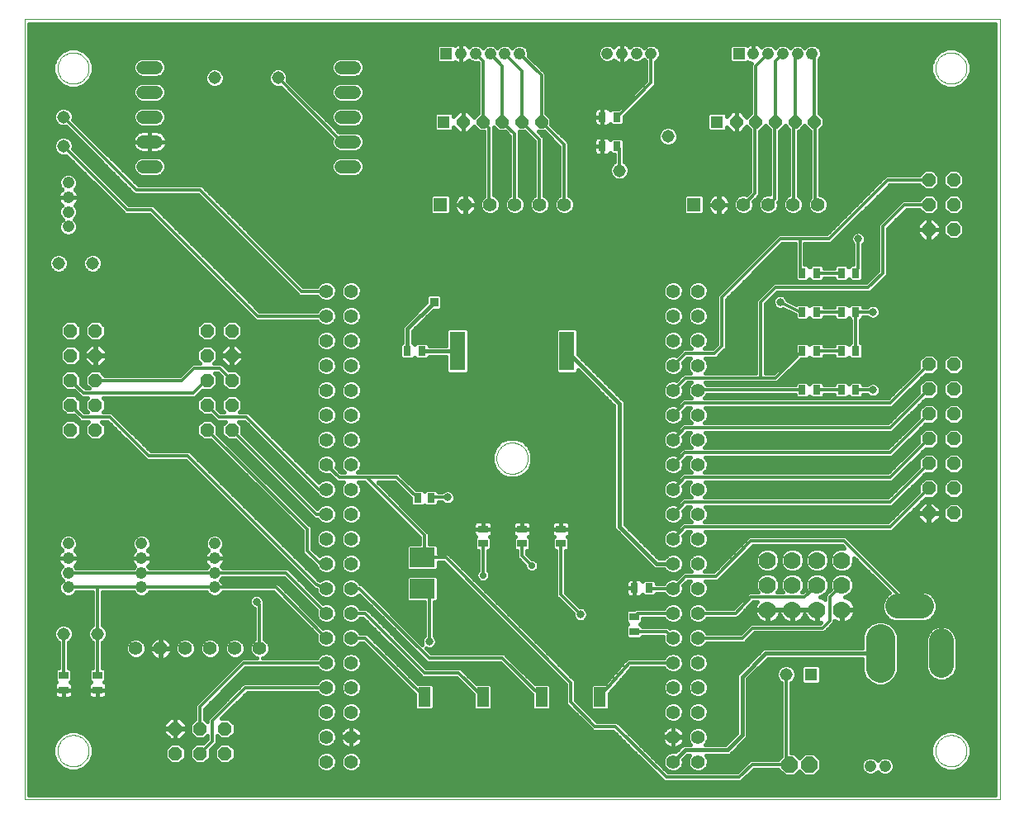
<source format=gtl>
G75*
%MOIN*%
%OFA0B0*%
%FSLAX24Y24*%
%IPPOS*%
%LPD*%
%AMOC8*
5,1,8,0,0,1.08239X$1,22.5*
%
%ADD10C,0.0000*%
%ADD11OC8,0.0560*%
%ADD12C,0.0476*%
%ADD13C,0.0984*%
%ADD14C,0.1181*%
%ADD15C,0.0554*%
%ADD16C,0.0520*%
%ADD17R,0.0476X0.0476*%
%ADD18OC8,0.0515*%
%ADD19R,0.0515X0.0515*%
%ADD20OC8,0.0660*%
%ADD21R,0.0554X0.0554*%
%ADD22C,0.0515*%
%ADD23R,0.0630X0.1575*%
%ADD24R,0.0315X0.0394*%
%ADD25R,0.0394X0.0315*%
%ADD26C,0.0700*%
%ADD27R,0.1024X0.0787*%
%ADD28R,0.0512X0.0787*%
%ADD29C,0.0157*%
%ADD30R,0.0356X0.0356*%
%ADD31C,0.0118*%
%ADD32C,0.0317*%
%ADD33C,0.0277*%
D10*
X000179Y000847D02*
X000179Y032343D01*
X039549Y032343D01*
X039549Y000847D01*
X000179Y000847D01*
X001517Y002816D02*
X001519Y002866D01*
X001525Y002916D01*
X001535Y002965D01*
X001549Y003013D01*
X001566Y003060D01*
X001587Y003105D01*
X001612Y003149D01*
X001640Y003190D01*
X001672Y003229D01*
X001706Y003266D01*
X001743Y003300D01*
X001783Y003330D01*
X001825Y003357D01*
X001869Y003381D01*
X001915Y003402D01*
X001962Y003418D01*
X002010Y003431D01*
X002060Y003440D01*
X002109Y003445D01*
X002160Y003446D01*
X002210Y003443D01*
X002259Y003436D01*
X002308Y003425D01*
X002356Y003410D01*
X002402Y003392D01*
X002447Y003370D01*
X002490Y003344D01*
X002531Y003315D01*
X002570Y003283D01*
X002606Y003248D01*
X002638Y003210D01*
X002668Y003170D01*
X002695Y003127D01*
X002718Y003083D01*
X002737Y003037D01*
X002753Y002989D01*
X002765Y002940D01*
X002773Y002891D01*
X002777Y002841D01*
X002777Y002791D01*
X002773Y002741D01*
X002765Y002692D01*
X002753Y002643D01*
X002737Y002595D01*
X002718Y002549D01*
X002695Y002505D01*
X002668Y002462D01*
X002638Y002422D01*
X002606Y002384D01*
X002570Y002349D01*
X002531Y002317D01*
X002490Y002288D01*
X002447Y002262D01*
X002402Y002240D01*
X002356Y002222D01*
X002308Y002207D01*
X002259Y002196D01*
X002210Y002189D01*
X002160Y002186D01*
X002109Y002187D01*
X002060Y002192D01*
X002010Y002201D01*
X001962Y002214D01*
X001915Y002230D01*
X001869Y002251D01*
X001825Y002275D01*
X001783Y002302D01*
X001743Y002332D01*
X001706Y002366D01*
X001672Y002403D01*
X001640Y002442D01*
X001612Y002483D01*
X001587Y002527D01*
X001566Y002572D01*
X001549Y002619D01*
X001535Y002667D01*
X001525Y002716D01*
X001519Y002766D01*
X001517Y002816D01*
X019234Y014627D02*
X019236Y014677D01*
X019242Y014727D01*
X019252Y014776D01*
X019266Y014824D01*
X019283Y014871D01*
X019304Y014916D01*
X019329Y014960D01*
X019357Y015001D01*
X019389Y015040D01*
X019423Y015077D01*
X019460Y015111D01*
X019500Y015141D01*
X019542Y015168D01*
X019586Y015192D01*
X019632Y015213D01*
X019679Y015229D01*
X019727Y015242D01*
X019777Y015251D01*
X019826Y015256D01*
X019877Y015257D01*
X019927Y015254D01*
X019976Y015247D01*
X020025Y015236D01*
X020073Y015221D01*
X020119Y015203D01*
X020164Y015181D01*
X020207Y015155D01*
X020248Y015126D01*
X020287Y015094D01*
X020323Y015059D01*
X020355Y015021D01*
X020385Y014981D01*
X020412Y014938D01*
X020435Y014894D01*
X020454Y014848D01*
X020470Y014800D01*
X020482Y014751D01*
X020490Y014702D01*
X020494Y014652D01*
X020494Y014602D01*
X020490Y014552D01*
X020482Y014503D01*
X020470Y014454D01*
X020454Y014406D01*
X020435Y014360D01*
X020412Y014316D01*
X020385Y014273D01*
X020355Y014233D01*
X020323Y014195D01*
X020287Y014160D01*
X020248Y014128D01*
X020207Y014099D01*
X020164Y014073D01*
X020119Y014051D01*
X020073Y014033D01*
X020025Y014018D01*
X019976Y014007D01*
X019927Y014000D01*
X019877Y013997D01*
X019826Y013998D01*
X019777Y014003D01*
X019727Y014012D01*
X019679Y014025D01*
X019632Y014041D01*
X019586Y014062D01*
X019542Y014086D01*
X019500Y014113D01*
X019460Y014143D01*
X019423Y014177D01*
X019389Y014214D01*
X019357Y014253D01*
X019329Y014294D01*
X019304Y014338D01*
X019283Y014383D01*
X019266Y014430D01*
X019252Y014478D01*
X019242Y014527D01*
X019236Y014577D01*
X019234Y014627D01*
X036950Y002816D02*
X036952Y002866D01*
X036958Y002916D01*
X036968Y002965D01*
X036982Y003013D01*
X036999Y003060D01*
X037020Y003105D01*
X037045Y003149D01*
X037073Y003190D01*
X037105Y003229D01*
X037139Y003266D01*
X037176Y003300D01*
X037216Y003330D01*
X037258Y003357D01*
X037302Y003381D01*
X037348Y003402D01*
X037395Y003418D01*
X037443Y003431D01*
X037493Y003440D01*
X037542Y003445D01*
X037593Y003446D01*
X037643Y003443D01*
X037692Y003436D01*
X037741Y003425D01*
X037789Y003410D01*
X037835Y003392D01*
X037880Y003370D01*
X037923Y003344D01*
X037964Y003315D01*
X038003Y003283D01*
X038039Y003248D01*
X038071Y003210D01*
X038101Y003170D01*
X038128Y003127D01*
X038151Y003083D01*
X038170Y003037D01*
X038186Y002989D01*
X038198Y002940D01*
X038206Y002891D01*
X038210Y002841D01*
X038210Y002791D01*
X038206Y002741D01*
X038198Y002692D01*
X038186Y002643D01*
X038170Y002595D01*
X038151Y002549D01*
X038128Y002505D01*
X038101Y002462D01*
X038071Y002422D01*
X038039Y002384D01*
X038003Y002349D01*
X037964Y002317D01*
X037923Y002288D01*
X037880Y002262D01*
X037835Y002240D01*
X037789Y002222D01*
X037741Y002207D01*
X037692Y002196D01*
X037643Y002189D01*
X037593Y002186D01*
X037542Y002187D01*
X037493Y002192D01*
X037443Y002201D01*
X037395Y002214D01*
X037348Y002230D01*
X037302Y002251D01*
X037258Y002275D01*
X037216Y002302D01*
X037176Y002332D01*
X037139Y002366D01*
X037105Y002403D01*
X037073Y002442D01*
X037045Y002483D01*
X037020Y002527D01*
X036999Y002572D01*
X036982Y002619D01*
X036968Y002667D01*
X036958Y002716D01*
X036952Y002766D01*
X036950Y002816D01*
X036950Y030375D02*
X036952Y030425D01*
X036958Y030475D01*
X036968Y030524D01*
X036982Y030572D01*
X036999Y030619D01*
X037020Y030664D01*
X037045Y030708D01*
X037073Y030749D01*
X037105Y030788D01*
X037139Y030825D01*
X037176Y030859D01*
X037216Y030889D01*
X037258Y030916D01*
X037302Y030940D01*
X037348Y030961D01*
X037395Y030977D01*
X037443Y030990D01*
X037493Y030999D01*
X037542Y031004D01*
X037593Y031005D01*
X037643Y031002D01*
X037692Y030995D01*
X037741Y030984D01*
X037789Y030969D01*
X037835Y030951D01*
X037880Y030929D01*
X037923Y030903D01*
X037964Y030874D01*
X038003Y030842D01*
X038039Y030807D01*
X038071Y030769D01*
X038101Y030729D01*
X038128Y030686D01*
X038151Y030642D01*
X038170Y030596D01*
X038186Y030548D01*
X038198Y030499D01*
X038206Y030450D01*
X038210Y030400D01*
X038210Y030350D01*
X038206Y030300D01*
X038198Y030251D01*
X038186Y030202D01*
X038170Y030154D01*
X038151Y030108D01*
X038128Y030064D01*
X038101Y030021D01*
X038071Y029981D01*
X038039Y029943D01*
X038003Y029908D01*
X037964Y029876D01*
X037923Y029847D01*
X037880Y029821D01*
X037835Y029799D01*
X037789Y029781D01*
X037741Y029766D01*
X037692Y029755D01*
X037643Y029748D01*
X037593Y029745D01*
X037542Y029746D01*
X037493Y029751D01*
X037443Y029760D01*
X037395Y029773D01*
X037348Y029789D01*
X037302Y029810D01*
X037258Y029834D01*
X037216Y029861D01*
X037176Y029891D01*
X037139Y029925D01*
X037105Y029962D01*
X037073Y030001D01*
X037045Y030042D01*
X037020Y030086D01*
X036999Y030131D01*
X036982Y030178D01*
X036968Y030226D01*
X036958Y030275D01*
X036952Y030325D01*
X036950Y030375D01*
X001517Y030375D02*
X001519Y030425D01*
X001525Y030475D01*
X001535Y030524D01*
X001549Y030572D01*
X001566Y030619D01*
X001587Y030664D01*
X001612Y030708D01*
X001640Y030749D01*
X001672Y030788D01*
X001706Y030825D01*
X001743Y030859D01*
X001783Y030889D01*
X001825Y030916D01*
X001869Y030940D01*
X001915Y030961D01*
X001962Y030977D01*
X002010Y030990D01*
X002060Y030999D01*
X002109Y031004D01*
X002160Y031005D01*
X002210Y031002D01*
X002259Y030995D01*
X002308Y030984D01*
X002356Y030969D01*
X002402Y030951D01*
X002447Y030929D01*
X002490Y030903D01*
X002531Y030874D01*
X002570Y030842D01*
X002606Y030807D01*
X002638Y030769D01*
X002668Y030729D01*
X002695Y030686D01*
X002718Y030642D01*
X002737Y030596D01*
X002753Y030548D01*
X002765Y030499D01*
X002773Y030450D01*
X002777Y030400D01*
X002777Y030350D01*
X002773Y030300D01*
X002765Y030251D01*
X002753Y030202D01*
X002737Y030154D01*
X002718Y030108D01*
X002695Y030064D01*
X002668Y030021D01*
X002638Y029981D01*
X002606Y029943D01*
X002570Y029908D01*
X002531Y029876D01*
X002490Y029847D01*
X002447Y029821D01*
X002402Y029799D01*
X002356Y029781D01*
X002308Y029766D01*
X002259Y029755D01*
X002210Y029748D01*
X002160Y029745D01*
X002109Y029746D01*
X002060Y029751D01*
X002010Y029760D01*
X001962Y029773D01*
X001915Y029789D01*
X001869Y029810D01*
X001825Y029834D01*
X001783Y029861D01*
X001743Y029891D01*
X001706Y029925D01*
X001672Y029962D01*
X001640Y030001D01*
X001612Y030042D01*
X001587Y030086D01*
X001566Y030131D01*
X001549Y030178D01*
X001535Y030226D01*
X001525Y030275D01*
X001519Y030325D01*
X001517Y030375D01*
D11*
X002041Y019776D03*
X003041Y019776D03*
X003041Y018776D03*
X002041Y018776D03*
X002041Y017776D03*
X003041Y017776D03*
X003041Y016776D03*
X002041Y016776D03*
X002041Y015776D03*
X003041Y015776D03*
X007553Y015776D03*
X008553Y015776D03*
X008553Y016776D03*
X007553Y016776D03*
X007553Y017776D03*
X008553Y017776D03*
X008553Y018776D03*
X007553Y018776D03*
X007553Y019776D03*
X008553Y019776D03*
X008265Y003709D03*
X007265Y003709D03*
X007265Y002709D03*
X008265Y002709D03*
X006265Y002709D03*
X006265Y003709D03*
X036687Y012414D03*
X037687Y012414D03*
X037687Y013414D03*
X036687Y013414D03*
X036687Y014414D03*
X037687Y014414D03*
X037687Y015414D03*
X036687Y015414D03*
X036687Y016414D03*
X037687Y016414D03*
X037687Y017414D03*
X036687Y017414D03*
X036687Y018414D03*
X037687Y018414D03*
X037687Y023863D03*
X036687Y023863D03*
X036687Y024863D03*
X037687Y024863D03*
X037687Y025863D03*
X036687Y025863D03*
D12*
X031970Y030965D03*
X031380Y030965D03*
X030789Y030965D03*
X030198Y030965D03*
X029608Y030965D03*
X025474Y030965D03*
X024883Y030965D03*
X024293Y030965D03*
X023702Y030965D03*
X020159Y030965D03*
X019569Y030965D03*
X018978Y030965D03*
X018387Y030965D03*
X017797Y030965D03*
X001950Y025749D03*
X001950Y025158D03*
X001950Y024568D03*
X001950Y023977D03*
X001950Y011182D03*
X001950Y010591D03*
X001950Y010001D03*
X001950Y009410D03*
X004903Y009410D03*
X004903Y010001D03*
X004903Y010591D03*
X004903Y011182D03*
X007856Y011182D03*
X007856Y010591D03*
X007856Y010001D03*
X007856Y009410D03*
X034329Y002197D03*
X034919Y002197D03*
D13*
X037187Y006261D02*
X037187Y007245D01*
X036399Y008643D02*
X035415Y008643D01*
D14*
X034726Y007343D02*
X034726Y006162D01*
D15*
X027364Y006371D03*
X026364Y006371D03*
X026364Y007371D03*
X027364Y007371D03*
X027364Y008371D03*
X026364Y008371D03*
X026364Y009371D03*
X027364Y009371D03*
X027364Y010371D03*
X026364Y010371D03*
X026364Y011371D03*
X027364Y011371D03*
X027364Y012371D03*
X026364Y012371D03*
X026364Y013371D03*
X027364Y013371D03*
X027364Y014371D03*
X026364Y014371D03*
X026364Y015371D03*
X027364Y015371D03*
X027364Y016371D03*
X026364Y016371D03*
X026364Y017371D03*
X027364Y017371D03*
X027364Y018371D03*
X026364Y018371D03*
X026364Y019371D03*
X027364Y019371D03*
X027364Y020371D03*
X026364Y020371D03*
X026364Y021371D03*
X027364Y021371D03*
X028206Y024863D03*
X029206Y024863D03*
X030206Y024863D03*
X031206Y024863D03*
X032206Y024863D03*
X021970Y024863D03*
X020970Y024863D03*
X019970Y024863D03*
X018970Y024863D03*
X017970Y024863D03*
X013364Y021371D03*
X013364Y020371D03*
X013364Y019371D03*
X013364Y018371D03*
X013364Y017371D03*
X013364Y016371D03*
X013364Y015371D03*
X013364Y014371D03*
X013364Y013371D03*
X013364Y012371D03*
X012364Y012371D03*
X012364Y013371D03*
X012364Y014371D03*
X012364Y015371D03*
X012364Y016371D03*
X012364Y017371D03*
X012364Y018371D03*
X012364Y019371D03*
X012364Y020371D03*
X012364Y021371D03*
X012364Y011371D03*
X013364Y011371D03*
X013364Y010371D03*
X013364Y009371D03*
X013364Y008371D03*
X013364Y007371D03*
X013364Y006371D03*
X013364Y005371D03*
X013364Y004371D03*
X013364Y003371D03*
X013364Y002371D03*
X012364Y002371D03*
X012364Y003371D03*
X012364Y004371D03*
X012364Y005371D03*
X012364Y006371D03*
X012364Y007371D03*
X012364Y008371D03*
X012364Y009371D03*
X012364Y010371D03*
X009675Y006950D03*
X008675Y006950D03*
X007675Y006950D03*
X006675Y006950D03*
X005675Y006950D03*
X004675Y006950D03*
X026364Y005371D03*
X027364Y005371D03*
X027364Y004371D03*
X026364Y004371D03*
X026364Y003371D03*
X027364Y003371D03*
X027364Y002371D03*
X026364Y002371D03*
D16*
X013494Y026406D02*
X012974Y026406D01*
X012974Y027406D02*
X013494Y027406D01*
X013494Y028406D02*
X012974Y028406D01*
X012974Y029406D02*
X013494Y029406D01*
X013494Y030406D02*
X012974Y030406D01*
X005494Y030406D02*
X004974Y030406D01*
X004974Y029406D02*
X005494Y029406D01*
X005494Y028406D02*
X004974Y028406D01*
X004974Y027406D02*
X005494Y027406D01*
X005494Y026406D02*
X004974Y026406D01*
D17*
X017206Y030965D03*
X029017Y030965D03*
D18*
X028919Y028209D03*
X029706Y028209D03*
X030494Y028209D03*
X031281Y028209D03*
X032069Y028209D03*
X021045Y028209D03*
X020257Y028209D03*
X019470Y028209D03*
X018683Y028209D03*
X017895Y028209D03*
D19*
X017108Y028209D03*
X028131Y028209D03*
X031929Y005897D03*
D20*
X031862Y002265D03*
X031075Y002265D03*
D21*
X027206Y024863D03*
X016970Y024863D03*
D22*
X010415Y029981D03*
X007856Y029981D03*
X001754Y028406D03*
X001754Y027225D03*
X001557Y022501D03*
X002935Y022501D03*
X003131Y007540D03*
X001754Y007540D03*
X024194Y026241D03*
X026163Y027619D03*
X030929Y005897D03*
D23*
X022069Y018957D03*
X017659Y018957D03*
D24*
X016222Y018957D03*
X015631Y018957D03*
X016045Y013013D03*
X016596Y013013D03*
X024805Y009391D03*
X025395Y009391D03*
X031576Y017383D03*
X032167Y017383D03*
X033151Y017383D03*
X033742Y017383D03*
X033742Y018957D03*
X033151Y018957D03*
X032167Y018957D03*
X031576Y018957D03*
X031576Y020532D03*
X032167Y020532D03*
X033151Y020532D03*
X033742Y020532D03*
X033742Y022107D03*
X033151Y022107D03*
X032167Y022107D03*
X031576Y022107D03*
X024096Y027225D03*
X023506Y027225D03*
X023506Y028406D03*
X024096Y028406D03*
D25*
X021832Y011772D03*
X021832Y011182D03*
X020257Y011182D03*
X020257Y011772D03*
X018683Y011772D03*
X018683Y011182D03*
X024785Y008229D03*
X024785Y007639D03*
X003131Y005867D03*
X003131Y005276D03*
X001754Y005276D03*
X001754Y005867D03*
D26*
X030175Y008509D03*
X030175Y009509D03*
X030175Y010509D03*
X031175Y010509D03*
X032175Y010509D03*
X033175Y010509D03*
X033175Y009509D03*
X032175Y009509D03*
X031175Y009509D03*
X031175Y008509D03*
X032175Y008509D03*
X033175Y008509D03*
D27*
X016242Y009351D03*
X016242Y010611D03*
D28*
X016320Y004981D03*
X018683Y004981D03*
X021045Y004981D03*
X023407Y004981D03*
D29*
X023012Y005059D02*
X022424Y005059D01*
X022424Y005215D02*
X023012Y005215D01*
X023012Y005371D02*
X022424Y005371D01*
X022424Y005527D02*
X023615Y005527D01*
X023603Y005514D02*
X023094Y005514D01*
X023012Y005432D01*
X023012Y004530D01*
X023094Y004449D01*
X023720Y004449D01*
X023802Y004530D01*
X023802Y005137D01*
X024691Y006173D01*
X025996Y006173D01*
X026011Y006135D01*
X026128Y006018D01*
X026281Y005955D01*
X026447Y005955D01*
X026599Y006018D01*
X026716Y006135D01*
X026780Y006288D01*
X026780Y006454D01*
X026716Y006606D01*
X026599Y006723D01*
X026447Y006787D01*
X026281Y006787D01*
X026128Y006723D01*
X026011Y006606D01*
X025996Y006569D01*
X024673Y006569D01*
X024667Y006574D01*
X024592Y006569D01*
X024518Y006569D01*
X024512Y006563D01*
X024503Y006562D01*
X024455Y006505D01*
X024402Y006453D01*
X024402Y006444D01*
X023603Y005514D01*
X023749Y005683D02*
X022395Y005683D01*
X022424Y005654D02*
X017384Y010693D01*
X017269Y010809D01*
X016892Y010809D01*
X016892Y011062D01*
X016811Y011143D01*
X016513Y011143D01*
X016513Y011593D01*
X016397Y011709D01*
X014456Y013649D01*
X015128Y013649D01*
X015749Y013029D01*
X015749Y012758D01*
X015830Y012677D01*
X016260Y012677D01*
X016320Y012738D01*
X016381Y012677D01*
X016811Y012677D01*
X016892Y012758D01*
X016892Y012854D01*
X017043Y012854D01*
X017097Y012800D01*
X017206Y012755D01*
X017324Y012755D01*
X017434Y012800D01*
X017517Y012884D01*
X017563Y012993D01*
X017563Y013111D01*
X017517Y013220D01*
X017434Y013304D01*
X017324Y013349D01*
X017206Y013349D01*
X017097Y013304D01*
X017043Y013250D01*
X016892Y013250D01*
X016892Y013267D01*
X016811Y013348D01*
X016381Y013348D01*
X016320Y013288D01*
X016260Y013348D01*
X015989Y013348D01*
X015408Y013929D01*
X015292Y014045D01*
X013626Y014045D01*
X013716Y014135D01*
X013780Y014288D01*
X013780Y014454D01*
X013716Y014606D01*
X013599Y014723D01*
X013447Y014787D01*
X013281Y014787D01*
X013128Y014723D01*
X013011Y014606D01*
X012948Y014454D01*
X012948Y014288D01*
X013011Y014135D01*
X013101Y014045D01*
X012969Y014045D01*
X012764Y014250D01*
X012780Y014288D01*
X012780Y014454D01*
X012716Y014606D01*
X012599Y014723D01*
X012447Y014787D01*
X012281Y014787D01*
X012128Y014723D01*
X012011Y014606D01*
X011948Y014454D01*
X011948Y014288D01*
X012011Y014135D01*
X012128Y014018D01*
X012281Y013955D01*
X012447Y013955D01*
X012484Y013971D01*
X012690Y013765D01*
X012805Y013649D01*
X013054Y013649D01*
X013011Y013606D01*
X012948Y013454D01*
X012948Y013288D01*
X013011Y013135D01*
X013128Y013018D01*
X013281Y012955D01*
X013447Y012955D01*
X013599Y013018D01*
X013716Y013135D01*
X013780Y013288D01*
X013780Y013454D01*
X013716Y013606D01*
X013673Y013649D01*
X013897Y013649D01*
X016117Y011429D01*
X016117Y011143D01*
X015672Y011143D01*
X015591Y011062D01*
X015591Y010160D01*
X015672Y010079D01*
X016811Y010079D01*
X016892Y010160D01*
X016892Y010413D01*
X017105Y010413D01*
X022028Y005490D01*
X022028Y004702D01*
X022144Y004586D01*
X023012Y003718D01*
X023128Y003602D01*
X023944Y003602D01*
X025997Y001549D01*
X029111Y001549D01*
X029629Y002068D01*
X030610Y002068D01*
X030881Y001797D01*
X031269Y001797D01*
X031469Y001996D01*
X031668Y001797D01*
X032056Y001797D01*
X032331Y002071D01*
X032331Y002460D01*
X032056Y002734D01*
X031668Y002734D01*
X031469Y002535D01*
X031269Y002734D01*
X031127Y002734D01*
X031127Y005550D01*
X031153Y005561D01*
X031265Y005673D01*
X031325Y005818D01*
X031325Y005976D01*
X031265Y006122D01*
X031153Y006233D01*
X031008Y006293D01*
X030850Y006293D01*
X030704Y006233D01*
X030593Y006122D01*
X030533Y005976D01*
X030533Y005818D01*
X030593Y005673D01*
X030704Y005561D01*
X030731Y005550D01*
X030731Y002584D01*
X030610Y002463D01*
X029465Y002463D01*
X029349Y002347D01*
X028947Y001945D01*
X026161Y001945D01*
X024224Y003882D01*
X024108Y003998D01*
X023292Y003998D01*
X022424Y004866D01*
X022424Y005654D01*
X022239Y005839D02*
X023882Y005839D01*
X024016Y005995D02*
X022083Y005995D01*
X021927Y006151D02*
X024150Y006151D01*
X024284Y006307D02*
X021771Y006307D01*
X021615Y006463D02*
X024412Y006463D01*
X024672Y006151D02*
X026005Y006151D01*
X026185Y005995D02*
X024538Y005995D01*
X024404Y005839D02*
X028938Y005839D01*
X028938Y005898D02*
X028938Y003536D01*
X028474Y003073D01*
X027654Y003073D01*
X027716Y003135D01*
X027780Y003288D01*
X027780Y003454D01*
X027716Y003606D01*
X027599Y003723D01*
X027447Y003787D01*
X027281Y003787D01*
X027128Y003723D01*
X027011Y003606D01*
X026948Y003454D01*
X026948Y003288D01*
X027011Y003135D01*
X027074Y003073D01*
X026758Y003073D01*
X026631Y002945D01*
X026465Y002779D01*
X026447Y002787D01*
X026281Y002787D01*
X026128Y002723D01*
X026011Y002606D01*
X025948Y002454D01*
X025948Y002288D01*
X026011Y002135D01*
X026128Y002018D01*
X026281Y001955D01*
X026447Y001955D01*
X026599Y002018D01*
X026716Y002135D01*
X026780Y002288D01*
X026780Y002454D01*
X026772Y002472D01*
X026938Y002638D01*
X027042Y002638D01*
X027011Y002606D01*
X026948Y002454D01*
X026948Y002288D01*
X027011Y002135D01*
X027128Y002018D01*
X027281Y001955D01*
X027447Y001955D01*
X027599Y002018D01*
X027716Y002135D01*
X027780Y002288D01*
X027780Y002454D01*
X027716Y002606D01*
X027685Y002638D01*
X028655Y002638D01*
X029373Y003356D01*
X029373Y005718D01*
X030190Y006535D01*
X033997Y006535D01*
X033997Y006017D01*
X034108Y005749D01*
X034313Y005544D01*
X034581Y005433D01*
X034871Y005433D01*
X035139Y005544D01*
X035344Y005749D01*
X035455Y006017D01*
X035455Y007488D01*
X035344Y007756D01*
X035139Y007962D01*
X034871Y008073D01*
X034581Y008073D01*
X034313Y007962D01*
X034108Y007756D01*
X033997Y007488D01*
X033997Y006970D01*
X030010Y006970D01*
X029883Y006843D01*
X028938Y005898D01*
X029034Y005995D02*
X027542Y005995D01*
X027599Y006018D02*
X027716Y006135D01*
X027780Y006288D01*
X027780Y006454D01*
X027716Y006606D01*
X027599Y006723D01*
X027447Y006787D01*
X027281Y006787D01*
X027128Y006723D01*
X027011Y006606D01*
X026948Y006454D01*
X026948Y006288D01*
X027011Y006135D01*
X027128Y006018D01*
X027281Y005955D01*
X027447Y005955D01*
X027599Y006018D01*
X027723Y006151D02*
X029190Y006151D01*
X029346Y006307D02*
X027780Y006307D01*
X027776Y006463D02*
X029502Y006463D01*
X029658Y006619D02*
X027704Y006619D01*
X027476Y006775D02*
X029814Y006775D01*
X029883Y006843D02*
X029883Y006843D01*
X029970Y006930D02*
X021147Y006930D01*
X021303Y006775D02*
X026251Y006775D01*
X026281Y006955D02*
X026128Y007018D01*
X026011Y007135D01*
X025948Y007288D01*
X025948Y007441D01*
X025121Y007441D01*
X025121Y007424D01*
X025039Y007342D01*
X024531Y007342D01*
X024449Y007424D01*
X024449Y007854D01*
X024530Y007934D01*
X024449Y008014D01*
X024449Y008444D01*
X024531Y008525D01*
X024802Y008525D01*
X024845Y008569D01*
X025996Y008569D01*
X026011Y008606D01*
X026128Y008723D01*
X026281Y008787D01*
X026447Y008787D01*
X026599Y008723D01*
X026716Y008606D01*
X026780Y008454D01*
X026780Y008288D01*
X026716Y008135D01*
X026599Y008018D01*
X026447Y007955D01*
X026281Y007955D01*
X026128Y008018D01*
X026011Y008135D01*
X025996Y008173D01*
X025121Y008173D01*
X025121Y008014D01*
X025040Y007934D01*
X025121Y007854D01*
X025121Y007836D01*
X026178Y007836D01*
X026243Y007771D01*
X026281Y007787D01*
X026447Y007787D01*
X026599Y007723D01*
X026716Y007606D01*
X026780Y007454D01*
X026780Y007288D01*
X026716Y007135D01*
X026599Y007018D01*
X026447Y006955D01*
X026281Y006955D01*
X026060Y007086D02*
X020991Y007086D01*
X020835Y007242D02*
X025967Y007242D01*
X025948Y007398D02*
X025095Y007398D01*
X025108Y007866D02*
X029379Y007866D01*
X029487Y007974D02*
X029081Y007569D01*
X027732Y007569D01*
X027716Y007606D01*
X027599Y007723D01*
X027447Y007787D01*
X027281Y007787D01*
X027128Y007723D01*
X027011Y007606D01*
X026948Y007454D01*
X026948Y007288D01*
X027011Y007135D01*
X027128Y007018D01*
X027281Y006955D01*
X027447Y006955D01*
X027599Y007018D01*
X027716Y007135D01*
X027732Y007173D01*
X029245Y007173D01*
X029361Y007289D01*
X029650Y007579D01*
X032465Y007579D01*
X032581Y007694D01*
X032877Y007990D01*
X032877Y008072D01*
X032898Y008056D01*
X032972Y008019D01*
X033051Y007993D01*
X033133Y007980D01*
X033154Y007980D01*
X033154Y008487D01*
X033196Y008487D01*
X033196Y007980D01*
X033216Y007980D01*
X033299Y007993D01*
X033378Y008019D01*
X033452Y008056D01*
X033519Y008105D01*
X033578Y008164D01*
X033627Y008232D01*
X033665Y008306D01*
X033691Y008385D01*
X033704Y008467D01*
X033704Y008487D01*
X033196Y008487D01*
X033196Y008530D01*
X033704Y008530D01*
X033704Y008550D01*
X033691Y008632D01*
X033665Y008712D01*
X033627Y008786D01*
X033578Y008853D01*
X033519Y008912D01*
X033452Y008961D01*
X033378Y008999D01*
X033299Y009024D01*
X033287Y009026D01*
X033452Y009094D01*
X033589Y009232D01*
X033664Y009411D01*
X033664Y009606D01*
X033589Y009786D01*
X033452Y009923D01*
X033272Y009997D01*
X033078Y009997D01*
X032898Y009923D01*
X032760Y009786D01*
X032686Y009606D01*
X032686Y009411D01*
X032719Y009332D01*
X032597Y009210D01*
X032481Y009095D01*
X032481Y008940D01*
X032452Y008961D01*
X032378Y008999D01*
X032299Y009024D01*
X032287Y009026D01*
X032452Y009094D01*
X032589Y009232D01*
X032664Y009411D01*
X032664Y009606D01*
X032589Y009786D01*
X032452Y009923D01*
X032272Y009997D01*
X032078Y009997D01*
X031898Y009923D01*
X031760Y009786D01*
X031686Y009606D01*
X031686Y009411D01*
X031715Y009341D01*
X031583Y009214D01*
X031572Y009214D01*
X031589Y009232D01*
X031664Y009411D01*
X031664Y009606D01*
X031589Y009786D01*
X031452Y009923D01*
X031272Y009997D01*
X031078Y009997D01*
X030898Y009923D01*
X030760Y009786D01*
X030686Y009606D01*
X030686Y009411D01*
X030760Y009232D01*
X030778Y009214D01*
X030572Y009214D01*
X030589Y009232D01*
X030664Y009411D01*
X030664Y009606D01*
X030589Y009786D01*
X030452Y009923D01*
X030272Y009997D01*
X030078Y009997D01*
X029898Y009923D01*
X029760Y009786D01*
X029686Y009606D01*
X029686Y009411D01*
X029760Y009232D01*
X029778Y009214D01*
X029590Y009214D01*
X029588Y009216D01*
X029508Y009214D01*
X029428Y009214D01*
X029426Y009213D01*
X029424Y009213D01*
X029369Y009155D01*
X029312Y009098D01*
X029312Y009097D01*
X028800Y008569D01*
X027732Y008569D01*
X027716Y008606D01*
X027599Y008723D01*
X027447Y008787D01*
X027281Y008787D01*
X027128Y008723D01*
X027011Y008606D01*
X026948Y008454D01*
X026948Y008288D01*
X027011Y008135D01*
X027128Y008018D01*
X027281Y007955D01*
X027447Y007955D01*
X027599Y008018D01*
X027716Y008135D01*
X027732Y008173D01*
X028803Y008173D01*
X028805Y008172D01*
X028885Y008173D01*
X028965Y008173D01*
X028967Y008174D01*
X028968Y008174D01*
X029024Y008232D01*
X029081Y008289D01*
X029081Y008291D01*
X029593Y008819D01*
X029747Y008819D01*
X029723Y008786D01*
X029685Y008712D01*
X029659Y008632D01*
X029646Y008550D01*
X029646Y008530D01*
X030154Y008530D01*
X030154Y008487D01*
X030196Y008487D01*
X030196Y007980D01*
X030216Y007980D01*
X030299Y007993D01*
X030378Y008019D01*
X030452Y008056D01*
X030519Y008105D01*
X030578Y008164D01*
X030627Y008232D01*
X030665Y008306D01*
X030675Y008336D01*
X030685Y008306D01*
X030723Y008232D01*
X030772Y008164D01*
X030830Y008105D01*
X030898Y008056D01*
X030972Y008019D01*
X031051Y007993D01*
X031133Y007980D01*
X031154Y007980D01*
X031154Y008487D01*
X031196Y008487D01*
X031196Y007980D01*
X031216Y007980D01*
X031299Y007993D01*
X031378Y008019D01*
X031452Y008056D01*
X031519Y008105D01*
X031578Y008164D01*
X031627Y008232D01*
X031665Y008306D01*
X031675Y008336D01*
X031685Y008306D01*
X031723Y008232D01*
X031772Y008164D01*
X031830Y008105D01*
X031898Y008056D01*
X031972Y008019D01*
X032051Y007993D01*
X032133Y007980D01*
X032154Y007980D01*
X032154Y008487D01*
X032196Y008487D01*
X032196Y007980D01*
X032216Y007980D01*
X032299Y007993D01*
X032331Y008003D01*
X032302Y007974D01*
X029487Y007974D01*
X029761Y008178D02*
X028972Y008178D01*
X029124Y008334D02*
X029676Y008334D01*
X029685Y008306D02*
X029723Y008232D01*
X029772Y008164D01*
X029830Y008105D01*
X029898Y008056D01*
X029972Y008019D01*
X030051Y007993D01*
X030133Y007980D01*
X030154Y007980D01*
X030154Y008487D01*
X029646Y008487D01*
X029646Y008467D01*
X029659Y008385D01*
X029685Y008306D01*
X029664Y008646D02*
X029426Y008646D01*
X029275Y008490D02*
X030154Y008490D01*
X030196Y008490D02*
X031154Y008490D01*
X031154Y008487D02*
X030646Y008487D01*
X030196Y008487D01*
X030196Y008530D01*
X031154Y008530D01*
X031154Y008487D01*
X031196Y008487D02*
X031196Y008530D01*
X032154Y008530D01*
X032154Y008487D01*
X031646Y008487D01*
X031196Y008487D01*
X031196Y008490D02*
X032154Y008490D01*
X032154Y008334D02*
X032196Y008334D01*
X032196Y008178D02*
X032154Y008178D01*
X032154Y008022D02*
X032196Y008022D01*
X031965Y008022D02*
X031385Y008022D01*
X031196Y008022D02*
X031154Y008022D01*
X031154Y008178D02*
X031196Y008178D01*
X031196Y008334D02*
X031154Y008334D01*
X030965Y008022D02*
X030385Y008022D01*
X030196Y008022D02*
X030154Y008022D01*
X030154Y008178D02*
X030196Y008178D01*
X030196Y008334D02*
X030154Y008334D01*
X029965Y008022D02*
X027603Y008022D01*
X027612Y007710D02*
X029223Y007710D01*
X029470Y007398D02*
X033997Y007398D01*
X033997Y007242D02*
X029314Y007242D01*
X029626Y007554D02*
X034024Y007554D01*
X034089Y007710D02*
X032597Y007710D01*
X032753Y007866D02*
X034218Y007866D01*
X034460Y008022D02*
X033385Y008022D01*
X033196Y008022D02*
X033154Y008022D01*
X033154Y008178D02*
X033196Y008178D01*
X033196Y008334D02*
X033154Y008334D01*
X033196Y008490D02*
X034795Y008490D01*
X034784Y008517D02*
X034880Y008285D01*
X035058Y008108D01*
X035289Y008012D01*
X036525Y008012D01*
X036757Y008108D01*
X036934Y008285D01*
X037030Y008517D01*
X037030Y008768D01*
X036934Y009000D01*
X036757Y009177D01*
X036525Y009273D01*
X035556Y009273D01*
X033467Y011362D01*
X033351Y011478D01*
X029428Y011478D01*
X028010Y010061D01*
X027642Y010061D01*
X027716Y010135D01*
X027780Y010288D01*
X027780Y010454D01*
X027716Y010606D01*
X027599Y010723D01*
X027447Y010787D01*
X027281Y010787D01*
X027128Y010723D01*
X027011Y010606D01*
X026948Y010454D01*
X026948Y010288D01*
X027011Y010135D01*
X027086Y010061D01*
X026790Y010061D01*
X026495Y009767D01*
X026447Y009787D01*
X026281Y009787D01*
X026128Y009723D01*
X026011Y009606D01*
X025996Y009569D01*
X025691Y009569D01*
X025691Y009645D01*
X025610Y009726D01*
X025180Y009726D01*
X025122Y009668D01*
X025105Y009697D01*
X025072Y009730D01*
X025031Y009754D01*
X024986Y009766D01*
X024805Y009766D01*
X024805Y009391D01*
X024805Y009391D01*
X024805Y009766D01*
X024624Y009766D01*
X024578Y009754D01*
X024537Y009730D01*
X024504Y009697D01*
X024481Y009656D01*
X024469Y009611D01*
X024469Y009391D01*
X024805Y009391D01*
X024805Y009391D01*
X024805Y009015D01*
X024986Y009015D01*
X025031Y009027D01*
X025072Y009051D01*
X025105Y009084D01*
X025122Y009113D01*
X025180Y009055D01*
X025610Y009055D01*
X025691Y009136D01*
X025691Y009173D01*
X025996Y009173D01*
X026011Y009135D01*
X026128Y009018D01*
X026281Y008955D01*
X026447Y008955D01*
X026599Y009018D01*
X026716Y009135D01*
X026780Y009288D01*
X026780Y009454D01*
X026769Y009480D01*
X026954Y009665D01*
X027070Y009665D01*
X027011Y009606D01*
X026948Y009454D01*
X026948Y009288D01*
X027011Y009135D01*
X027128Y009018D01*
X027281Y008955D01*
X027447Y008955D01*
X027599Y009018D01*
X027716Y009135D01*
X027780Y009288D01*
X027780Y009454D01*
X027716Y009606D01*
X027658Y009665D01*
X028174Y009665D01*
X028290Y009781D01*
X029591Y011083D01*
X033187Y011083D01*
X033273Y010997D01*
X033272Y010997D01*
X033078Y010997D01*
X032898Y010923D01*
X032760Y010786D01*
X032686Y010606D01*
X032686Y010411D01*
X032760Y010232D01*
X032898Y010094D01*
X033078Y010020D01*
X033272Y010020D01*
X033452Y010094D01*
X033589Y010232D01*
X033664Y010411D01*
X033664Y010606D01*
X033663Y010607D01*
X035082Y009188D01*
X035058Y009177D01*
X034880Y009000D01*
X034784Y008768D01*
X034784Y008517D01*
X034784Y008646D02*
X033686Y008646D01*
X033615Y008802D02*
X034798Y008802D01*
X034863Y008958D02*
X033456Y008958D01*
X033472Y009114D02*
X034994Y009114D01*
X035000Y009270D02*
X033605Y009270D01*
X033664Y009426D02*
X034844Y009426D01*
X034688Y009582D02*
X033664Y009582D01*
X033609Y009738D02*
X034532Y009738D01*
X034376Y009894D02*
X033481Y009894D01*
X033345Y010050D02*
X034220Y010050D01*
X034064Y010206D02*
X033563Y010206D01*
X033643Y010362D02*
X033908Y010362D01*
X033752Y010518D02*
X033664Y010518D01*
X033999Y010830D02*
X039370Y010830D01*
X039370Y010986D02*
X033843Y010986D01*
X033687Y011142D02*
X039370Y011142D01*
X039370Y011298D02*
X033531Y011298D01*
X033375Y011454D02*
X039370Y011454D01*
X039370Y011610D02*
X027713Y011610D01*
X027716Y011606D02*
X027673Y011649D01*
X035202Y011649D01*
X036548Y012995D01*
X036860Y012995D01*
X037105Y013241D01*
X037105Y013588D01*
X036860Y013833D01*
X036513Y013833D01*
X036268Y013588D01*
X036268Y013275D01*
X035038Y012045D01*
X027626Y012045D01*
X027716Y012135D01*
X027780Y012288D01*
X027780Y012454D01*
X027716Y012606D01*
X027673Y012649D01*
X035202Y012649D01*
X036548Y013995D01*
X036860Y013995D01*
X037105Y014241D01*
X037105Y014588D01*
X036860Y014833D01*
X036513Y014833D01*
X036268Y014588D01*
X036268Y014275D01*
X035038Y013045D01*
X027626Y013045D01*
X027716Y013135D01*
X027780Y013288D01*
X027780Y013454D01*
X027716Y013606D01*
X027673Y013649D01*
X035202Y013649D01*
X036548Y014995D01*
X036860Y014995D01*
X037105Y015241D01*
X037105Y015588D01*
X036860Y015833D01*
X036513Y015833D01*
X036268Y015588D01*
X036268Y015275D01*
X035038Y014045D01*
X027626Y014045D01*
X027716Y014135D01*
X027780Y014288D01*
X027780Y014454D01*
X027716Y014606D01*
X027673Y014649D01*
X035202Y014649D01*
X036548Y015995D01*
X036860Y015995D01*
X037105Y016241D01*
X037105Y016588D01*
X036860Y016833D01*
X036513Y016833D01*
X036268Y016588D01*
X036268Y016275D01*
X035038Y015045D01*
X027626Y015045D01*
X027716Y015135D01*
X027780Y015288D01*
X027780Y015454D01*
X027716Y015606D01*
X027673Y015649D01*
X035202Y015649D01*
X036548Y016995D01*
X036860Y016995D01*
X037105Y017241D01*
X037105Y017588D01*
X036860Y017833D01*
X036513Y017833D01*
X036268Y017588D01*
X036268Y017275D01*
X035038Y016045D01*
X027626Y016045D01*
X027716Y016135D01*
X027780Y016288D01*
X027780Y016454D01*
X027716Y016606D01*
X027673Y016649D01*
X035202Y016649D01*
X036548Y017995D01*
X036860Y017995D01*
X037105Y018241D01*
X037105Y018588D01*
X036860Y018833D01*
X036513Y018833D01*
X036268Y018588D01*
X036268Y018275D01*
X035038Y017045D01*
X027626Y017045D01*
X027716Y017135D01*
X027737Y017185D01*
X031280Y017185D01*
X031280Y017128D01*
X031361Y017047D01*
X031791Y017047D01*
X031872Y017127D01*
X031952Y017047D01*
X032382Y017047D01*
X032463Y017128D01*
X032463Y017185D01*
X032855Y017185D01*
X032855Y017128D01*
X032936Y017047D01*
X033366Y017047D01*
X033446Y017127D01*
X033527Y017047D01*
X033957Y017047D01*
X034038Y017128D01*
X034038Y017185D01*
X034208Y017185D01*
X034262Y017131D01*
X034372Y017086D01*
X034490Y017086D01*
X034599Y017131D01*
X034683Y017214D01*
X034728Y017324D01*
X034728Y017442D01*
X034683Y017551D01*
X034599Y017635D01*
X034490Y017680D01*
X034372Y017680D01*
X034262Y017635D01*
X034208Y017580D01*
X034038Y017580D01*
X034038Y017637D01*
X033957Y017718D01*
X033527Y017718D01*
X033446Y017638D01*
X033366Y017718D01*
X032936Y017718D01*
X032855Y017637D01*
X032855Y017580D01*
X032463Y017580D01*
X032463Y017637D01*
X032382Y017718D01*
X031952Y017718D01*
X031872Y017638D01*
X031791Y017718D01*
X031361Y017718D01*
X031280Y017637D01*
X031280Y017580D01*
X027727Y017580D01*
X027716Y017606D01*
X027646Y017677D01*
X030576Y017677D01*
X031521Y018622D01*
X031791Y018622D01*
X031872Y018702D01*
X031952Y018622D01*
X032382Y018622D01*
X032463Y018703D01*
X032463Y018760D01*
X032855Y018760D01*
X032855Y018703D01*
X032936Y018622D01*
X033366Y018622D01*
X033446Y018702D01*
X033527Y018622D01*
X033957Y018622D01*
X034038Y018703D01*
X034038Y019212D01*
X033957Y019293D01*
X033940Y019293D01*
X033940Y020197D01*
X033957Y020197D01*
X034038Y020278D01*
X034038Y020334D01*
X034208Y020334D01*
X034262Y020280D01*
X034372Y020235D01*
X034490Y020235D01*
X034599Y020280D01*
X034683Y020364D01*
X034728Y020473D01*
X034728Y020591D01*
X034683Y020701D01*
X034599Y020784D01*
X034490Y020829D01*
X034372Y020829D01*
X034262Y020784D01*
X034208Y020730D01*
X034038Y020730D01*
X034038Y020787D01*
X033957Y020868D01*
X033527Y020868D01*
X033446Y020788D01*
X033366Y020868D01*
X032936Y020868D01*
X032855Y020787D01*
X032855Y020730D01*
X032463Y020730D01*
X032463Y020787D01*
X032382Y020868D01*
X031952Y020868D01*
X031872Y020788D01*
X031791Y020868D01*
X031361Y020868D01*
X031324Y020830D01*
X030981Y021002D01*
X030942Y021094D01*
X030859Y021178D01*
X030750Y021223D01*
X030631Y021223D01*
X030522Y021178D01*
X030439Y021094D01*
X030393Y020985D01*
X030393Y020867D01*
X030439Y020758D01*
X030522Y020674D01*
X030631Y020629D01*
X030750Y020629D01*
X030800Y020650D01*
X031280Y020410D01*
X031280Y020278D01*
X031361Y020197D01*
X031791Y020197D01*
X031872Y020277D01*
X031952Y020197D01*
X032382Y020197D01*
X032463Y020278D01*
X032463Y020334D01*
X032855Y020334D01*
X032855Y020278D01*
X032936Y020197D01*
X033366Y020197D01*
X033446Y020277D01*
X033527Y020197D01*
X033544Y020197D01*
X033544Y019293D01*
X033527Y019293D01*
X033446Y019213D01*
X033366Y019293D01*
X032936Y019293D01*
X032855Y019212D01*
X032855Y019155D01*
X032463Y019155D01*
X032463Y019212D01*
X032382Y019293D01*
X031952Y019293D01*
X031872Y019213D01*
X031791Y019293D01*
X031361Y019293D01*
X031280Y019212D01*
X031280Y018941D01*
X030101Y018941D01*
X030101Y019097D02*
X031280Y019097D01*
X031280Y018941D02*
X030412Y018073D01*
X030101Y018073D01*
X030101Y020844D01*
X030576Y021319D01*
X034316Y021319D01*
X035022Y022025D01*
X035022Y023895D01*
X035792Y024665D01*
X036292Y024665D01*
X036513Y024444D01*
X036860Y024444D01*
X037105Y024690D01*
X037105Y025036D01*
X036860Y025282D01*
X036513Y025282D01*
X036292Y025061D01*
X035628Y025061D01*
X034627Y024059D01*
X034627Y022189D01*
X034152Y021714D01*
X030412Y021714D01*
X030296Y021598D01*
X029705Y021008D01*
X029705Y018073D01*
X027654Y018073D01*
X027716Y018135D01*
X027780Y018288D01*
X027780Y018454D01*
X027716Y018606D01*
X027662Y018661D01*
X028115Y018661D01*
X028410Y018957D01*
X028526Y019072D01*
X028526Y021041D01*
X030772Y023287D01*
X031280Y023287D01*
X031280Y021853D01*
X031361Y021771D01*
X031791Y021771D01*
X031872Y021852D01*
X031952Y021771D01*
X032382Y021771D01*
X032463Y021853D01*
X032463Y021909D01*
X032855Y021909D01*
X032855Y021853D01*
X032936Y021771D01*
X033366Y021771D01*
X033446Y021852D01*
X033527Y021771D01*
X033957Y021771D01*
X034038Y021853D01*
X034038Y023263D01*
X034092Y023317D01*
X034137Y023426D01*
X034137Y023544D01*
X034092Y023653D01*
X034008Y023737D01*
X033899Y023782D01*
X033781Y023782D01*
X033672Y023737D01*
X033588Y023653D01*
X033543Y023544D01*
X033543Y023426D01*
X033588Y023317D01*
X033642Y023263D01*
X033642Y022443D01*
X033527Y022443D01*
X033446Y022362D01*
X033366Y022443D01*
X032936Y022443D01*
X032855Y022361D01*
X032855Y022305D01*
X032463Y022305D01*
X032463Y022361D01*
X032382Y022443D01*
X031952Y022443D01*
X031872Y022362D01*
X031791Y022443D01*
X031676Y022443D01*
X031676Y023287D01*
X032741Y023287D01*
X035119Y025665D01*
X036292Y025665D01*
X036513Y025444D01*
X036860Y025444D01*
X037105Y025690D01*
X037105Y026036D01*
X036860Y026282D01*
X036513Y026282D01*
X036292Y026061D01*
X034955Y026061D01*
X034839Y025945D01*
X032577Y023683D01*
X030609Y023683D01*
X030493Y023567D01*
X028131Y021205D01*
X028131Y019236D01*
X027951Y019057D01*
X027638Y019057D01*
X027716Y019135D01*
X027780Y019288D01*
X027780Y019454D01*
X027716Y019606D01*
X027599Y019723D01*
X027447Y019787D01*
X027281Y019787D01*
X027128Y019723D01*
X027011Y019606D01*
X026948Y019454D01*
X026948Y019288D01*
X027011Y019135D01*
X027090Y019057D01*
X026770Y019057D01*
X026654Y018941D01*
X026484Y018771D01*
X026447Y018787D01*
X026281Y018787D01*
X026128Y018723D01*
X026011Y018606D01*
X025948Y018454D01*
X025948Y018288D01*
X026011Y018135D01*
X026128Y018018D01*
X026281Y017955D01*
X026447Y017955D01*
X026599Y018018D01*
X026716Y018135D01*
X026780Y018288D01*
X026780Y018454D01*
X026764Y018491D01*
X026934Y018661D01*
X027066Y018661D01*
X027011Y018606D01*
X026948Y018454D01*
X026948Y018288D01*
X027011Y018135D01*
X027074Y018073D01*
X026786Y018073D01*
X026670Y017957D01*
X026670Y017957D01*
X026484Y017771D01*
X026447Y017787D01*
X026281Y017787D01*
X026128Y017723D01*
X026011Y017606D01*
X025948Y017454D01*
X025948Y017288D01*
X026011Y017135D01*
X026128Y017018D01*
X026281Y016955D01*
X026447Y016955D01*
X026599Y017018D01*
X026716Y017135D01*
X026780Y017288D01*
X026780Y017454D01*
X026764Y017491D01*
X026950Y017677D01*
X027082Y017677D01*
X027011Y017606D01*
X026948Y017454D01*
X026948Y017288D01*
X027011Y017135D01*
X027101Y017045D01*
X026758Y017045D01*
X026642Y016929D01*
X026484Y016771D01*
X026447Y016787D01*
X026281Y016787D01*
X026128Y016723D01*
X026011Y016606D01*
X025948Y016454D01*
X025948Y016288D01*
X026011Y016135D01*
X026128Y016018D01*
X026281Y015955D01*
X026447Y015955D01*
X026599Y016018D01*
X026716Y016135D01*
X026780Y016288D01*
X026780Y016454D01*
X026764Y016491D01*
X026922Y016649D01*
X027054Y016649D01*
X027011Y016606D01*
X026948Y016454D01*
X026948Y016288D01*
X027011Y016135D01*
X027101Y016045D01*
X026758Y016045D01*
X026642Y015929D01*
X026484Y015771D01*
X026447Y015787D01*
X026281Y015787D01*
X026128Y015723D01*
X026011Y015606D01*
X025948Y015454D01*
X025948Y015288D01*
X026011Y015135D01*
X026128Y015018D01*
X026281Y014955D01*
X026447Y014955D01*
X026599Y015018D01*
X026716Y015135D01*
X026780Y015288D01*
X026780Y015454D01*
X026764Y015491D01*
X026922Y015649D01*
X027054Y015649D01*
X027011Y015606D01*
X026948Y015454D01*
X026948Y015288D01*
X027011Y015135D01*
X027101Y015045D01*
X026758Y015045D01*
X026642Y014929D01*
X026484Y014771D01*
X026447Y014787D01*
X026281Y014787D01*
X026128Y014723D01*
X026011Y014606D01*
X025948Y014454D01*
X025948Y014288D01*
X026011Y014135D01*
X026128Y014018D01*
X026281Y013955D01*
X026447Y013955D01*
X026599Y014018D01*
X026716Y014135D01*
X026780Y014288D01*
X026780Y014454D01*
X026764Y014491D01*
X026922Y014649D01*
X027054Y014649D01*
X027011Y014606D01*
X026948Y014454D01*
X026948Y014288D01*
X027011Y014135D01*
X027101Y014045D01*
X026758Y014045D01*
X026642Y013929D01*
X026484Y013771D01*
X026447Y013787D01*
X026281Y013787D01*
X026128Y013723D01*
X026011Y013606D01*
X025948Y013454D01*
X025948Y013288D01*
X026011Y013135D01*
X026128Y013018D01*
X026281Y012955D01*
X026447Y012955D01*
X026599Y013018D01*
X026716Y013135D01*
X026780Y013288D01*
X026780Y013454D01*
X026764Y013491D01*
X026922Y013649D01*
X027054Y013649D01*
X027011Y013606D01*
X026948Y013454D01*
X026948Y013288D01*
X027011Y013135D01*
X027101Y013045D01*
X026758Y013045D01*
X026642Y012929D01*
X026484Y012771D01*
X026447Y012787D01*
X026281Y012787D01*
X026128Y012723D01*
X026011Y012606D01*
X025948Y012454D01*
X025948Y012288D01*
X026011Y012135D01*
X026128Y012018D01*
X026281Y011955D01*
X026447Y011955D01*
X026599Y012018D01*
X026716Y012135D01*
X026780Y012288D01*
X026780Y012454D01*
X026764Y012491D01*
X026922Y012649D01*
X027054Y012649D01*
X027011Y012606D01*
X026948Y012454D01*
X026948Y012288D01*
X027011Y012135D01*
X027101Y012045D01*
X026758Y012045D01*
X026642Y011929D01*
X026484Y011771D01*
X026447Y011787D01*
X026281Y011787D01*
X026128Y011723D01*
X026011Y011606D01*
X025948Y011454D01*
X024919Y011454D01*
X024763Y011610D02*
X026015Y011610D01*
X025948Y011454D02*
X025948Y011288D01*
X026011Y011135D01*
X026128Y011018D01*
X026281Y010955D01*
X026447Y010955D01*
X026599Y011018D01*
X026716Y011135D01*
X026780Y011288D01*
X026780Y011454D01*
X026948Y011454D01*
X026948Y011288D01*
X027011Y011135D01*
X027128Y011018D01*
X027281Y010955D01*
X027447Y010955D01*
X027599Y011018D01*
X027716Y011135D01*
X027780Y011288D01*
X027780Y011454D01*
X029403Y011454D01*
X029247Y011298D02*
X027780Y011298D01*
X027780Y011454D02*
X027716Y011606D01*
X027719Y011142D02*
X029091Y011142D01*
X028935Y010986D02*
X027521Y010986D01*
X027206Y010986D02*
X026521Y010986D01*
X026447Y010787D02*
X026281Y010787D01*
X026128Y010723D01*
X026011Y010606D01*
X026004Y010588D01*
X025785Y010588D01*
X024412Y011961D01*
X024412Y016922D01*
X022522Y018811D01*
X022522Y019802D01*
X022441Y019884D01*
X021696Y019884D01*
X021615Y019802D01*
X021615Y018113D01*
X021696Y018031D01*
X022441Y018031D01*
X022522Y018113D01*
X022522Y018196D01*
X023977Y016741D01*
X023977Y011781D01*
X024104Y011653D01*
X025604Y010153D01*
X026004Y010153D01*
X026011Y010135D01*
X026128Y010018D01*
X026281Y009955D01*
X026447Y009955D01*
X026599Y010018D01*
X026716Y010135D01*
X026780Y010288D01*
X026780Y010454D01*
X026716Y010606D01*
X026599Y010723D01*
X026447Y010787D01*
X026649Y010674D02*
X027079Y010674D01*
X026975Y010518D02*
X026753Y010518D01*
X026780Y010362D02*
X026948Y010362D01*
X026982Y010206D02*
X026746Y010206D01*
X026779Y010050D02*
X026631Y010050D01*
X026623Y009894D02*
X022030Y009894D01*
X022030Y009738D02*
X024551Y009738D01*
X024469Y009582D02*
X022030Y009582D01*
X022030Y009426D02*
X024469Y009426D01*
X024469Y009391D02*
X024469Y009170D01*
X024481Y009125D01*
X024504Y009084D01*
X024537Y009051D01*
X024578Y009027D01*
X024624Y009015D01*
X024805Y009015D01*
X024805Y009391D01*
X024805Y009391D01*
X024469Y009391D01*
X024469Y009270D02*
X022030Y009270D01*
X022030Y009197D02*
X022030Y010886D01*
X022087Y010886D01*
X022168Y010967D01*
X022168Y011397D01*
X022110Y011455D01*
X022139Y011472D01*
X022172Y011505D01*
X022196Y011546D01*
X022208Y011591D01*
X022208Y011772D01*
X021832Y011772D01*
X021457Y011772D01*
X021457Y011591D01*
X021469Y011546D01*
X021492Y011505D01*
X021526Y011472D01*
X021555Y011455D01*
X021497Y011397D01*
X021497Y010967D01*
X021578Y010886D01*
X021634Y010886D01*
X021634Y009033D01*
X021750Y008917D01*
X022323Y008345D01*
X022323Y008268D01*
X022368Y008159D01*
X022451Y008076D01*
X022561Y008030D01*
X022679Y008030D01*
X022788Y008076D01*
X022872Y008159D01*
X022917Y008268D01*
X022917Y008387D01*
X022872Y008496D01*
X022788Y008579D01*
X022679Y008625D01*
X022602Y008625D01*
X022030Y009197D01*
X022113Y009114D02*
X024487Y009114D01*
X024805Y009114D02*
X024805Y009114D01*
X024805Y009270D02*
X024805Y009270D01*
X024805Y009426D02*
X024805Y009426D01*
X024805Y009582D02*
X024805Y009582D01*
X024805Y009738D02*
X024805Y009738D01*
X025059Y009738D02*
X026164Y009738D01*
X026001Y009582D02*
X025691Y009582D01*
X025669Y009114D02*
X026032Y009114D01*
X026273Y008958D02*
X022269Y008958D01*
X022425Y008802D02*
X029026Y008802D01*
X028875Y008646D02*
X027677Y008646D01*
X027454Y008958D02*
X029177Y008958D01*
X029327Y009114D02*
X027695Y009114D01*
X027772Y009270D02*
X029745Y009270D01*
X029686Y009426D02*
X027780Y009426D01*
X027726Y009582D02*
X029686Y009582D01*
X029741Y009738D02*
X028247Y009738D01*
X028403Y009894D02*
X029869Y009894D01*
X029898Y010094D02*
X030078Y010020D01*
X030272Y010020D01*
X030452Y010094D01*
X030589Y010232D01*
X030664Y010411D01*
X030664Y010606D01*
X030589Y010786D01*
X030452Y010923D01*
X030272Y010997D01*
X030078Y010997D01*
X029898Y010923D01*
X029760Y010786D01*
X029686Y010606D01*
X029686Y010411D01*
X029760Y010232D01*
X029898Y010094D01*
X030005Y010050D02*
X028559Y010050D01*
X028715Y010206D02*
X029786Y010206D01*
X029707Y010362D02*
X028871Y010362D01*
X029027Y010518D02*
X029686Y010518D01*
X029714Y010674D02*
X029183Y010674D01*
X029339Y010830D02*
X029805Y010830D01*
X030050Y010986D02*
X029495Y010986D01*
X028779Y010830D02*
X025543Y010830D01*
X025699Y010674D02*
X026079Y010674D01*
X026206Y010986D02*
X025387Y010986D01*
X025231Y011142D02*
X026008Y011142D01*
X025948Y011298D02*
X025075Y011298D01*
X024772Y010986D02*
X022168Y010986D01*
X022168Y011142D02*
X024616Y011142D01*
X024460Y011298D02*
X022168Y011298D01*
X022111Y011454D02*
X024304Y011454D01*
X024148Y011610D02*
X022208Y011610D01*
X022208Y011766D02*
X023992Y011766D01*
X023977Y011922D02*
X022208Y011922D01*
X022208Y011953D02*
X022196Y011999D01*
X022172Y012040D01*
X022139Y012073D01*
X022098Y012096D01*
X022053Y012109D01*
X021832Y012109D01*
X021612Y012109D01*
X021566Y012096D01*
X021526Y012073D01*
X021492Y012040D01*
X021469Y011999D01*
X021457Y011953D01*
X021457Y011772D01*
X021832Y011772D01*
X021832Y011772D01*
X021832Y011772D01*
X021832Y012109D01*
X021832Y011772D01*
X021832Y011772D01*
X022208Y011772D01*
X022208Y011953D01*
X022130Y012078D02*
X023977Y012078D01*
X023977Y012234D02*
X015872Y012234D01*
X015716Y012390D02*
X023977Y012390D01*
X023977Y012546D02*
X015560Y012546D01*
X015404Y012702D02*
X015805Y012702D01*
X015749Y012858D02*
X015248Y012858D01*
X015092Y013014D02*
X015749Y013014D01*
X015608Y013170D02*
X014936Y013170D01*
X014780Y013326D02*
X015452Y013326D01*
X015296Y013482D02*
X014624Y013482D01*
X014468Y013638D02*
X015140Y013638D01*
X015388Y013950D02*
X019397Y013950D01*
X019406Y013941D02*
X019703Y013818D01*
X020025Y013818D01*
X020322Y013941D01*
X020549Y014169D01*
X020672Y014466D01*
X020672Y014788D01*
X020549Y015085D01*
X020322Y015312D01*
X020025Y015435D01*
X019703Y015435D01*
X019406Y015312D01*
X019178Y015085D01*
X019055Y014788D01*
X019055Y014466D01*
X019178Y014169D01*
X019406Y013941D01*
X019241Y014106D02*
X013687Y014106D01*
X013769Y014262D02*
X019140Y014262D01*
X019075Y014418D02*
X013780Y014418D01*
X013730Y014574D02*
X019055Y014574D01*
X019055Y014730D02*
X013585Y014730D01*
X013447Y014955D02*
X013599Y015018D01*
X013716Y015135D01*
X013780Y015288D01*
X013780Y015454D01*
X013716Y015606D01*
X013599Y015723D01*
X013447Y015787D01*
X013281Y015787D01*
X013128Y015723D01*
X013011Y015606D01*
X012948Y015454D01*
X012948Y015288D01*
X013011Y015135D01*
X013128Y015018D01*
X013281Y014955D01*
X013447Y014955D01*
X013623Y015041D02*
X019160Y015041D01*
X019096Y014885D02*
X010830Y014885D01*
X010986Y014730D02*
X012143Y014730D01*
X011998Y014574D02*
X011142Y014574D01*
X011298Y014418D02*
X011948Y014418D01*
X011959Y014262D02*
X011454Y014262D01*
X011610Y014106D02*
X012041Y014106D01*
X011766Y013950D02*
X012505Y013950D01*
X012447Y013787D02*
X012599Y013723D01*
X012716Y013606D01*
X012780Y013454D01*
X012780Y013288D01*
X012716Y013135D01*
X012599Y013018D01*
X012447Y012955D01*
X012281Y012955D01*
X012128Y013018D01*
X012011Y013135D01*
X011996Y013173D01*
X011983Y013173D01*
X011867Y013289D01*
X009054Y016102D01*
X008819Y016102D01*
X008971Y015950D01*
X008971Y015637D01*
X012009Y012600D01*
X012011Y012606D01*
X012128Y012723D01*
X012281Y012787D01*
X012447Y012787D01*
X012599Y012723D01*
X012716Y012606D01*
X012780Y012454D01*
X012780Y012288D01*
X012716Y012135D01*
X012599Y012018D01*
X012447Y011955D01*
X012281Y011955D01*
X012128Y012018D01*
X012011Y012135D01*
X011996Y012173D01*
X011876Y012173D01*
X011760Y012289D01*
X008692Y015358D01*
X008379Y015358D01*
X008134Y015603D01*
X008134Y015950D01*
X008286Y016102D01*
X007947Y016102D01*
X007831Y016218D01*
X007692Y016358D01*
X007379Y016358D01*
X007134Y016603D01*
X007134Y016950D01*
X007379Y017195D01*
X007726Y017195D01*
X007971Y016950D01*
X007971Y016637D01*
X008111Y016498D01*
X008239Y016498D01*
X008134Y016603D01*
X008134Y016950D01*
X008379Y017195D01*
X008726Y017195D01*
X008971Y016950D01*
X008971Y016603D01*
X008866Y016498D01*
X009217Y016498D01*
X012060Y013655D01*
X012128Y013723D01*
X012281Y013787D01*
X012447Y013787D01*
X012661Y013794D02*
X011922Y013794D01*
X011674Y013482D02*
X011127Y013482D01*
X010971Y013638D02*
X011518Y013638D01*
X011362Y013794D02*
X010815Y013794D01*
X010659Y013950D02*
X011206Y013950D01*
X011050Y014106D02*
X010503Y014106D01*
X010347Y014262D02*
X010894Y014262D01*
X010738Y014418D02*
X010191Y014418D01*
X010035Y014574D02*
X010582Y014574D01*
X010426Y014730D02*
X009879Y014730D01*
X009723Y014885D02*
X010270Y014885D01*
X010114Y015041D02*
X009567Y015041D01*
X009411Y015197D02*
X009958Y015197D01*
X009802Y015353D02*
X009255Y015353D01*
X009099Y015509D02*
X009646Y015509D01*
X009490Y015665D02*
X008971Y015665D01*
X008971Y015821D02*
X009334Y015821D01*
X009178Y015977D02*
X008944Y015977D01*
X009270Y016445D02*
X011948Y016445D01*
X011948Y016454D02*
X011948Y016288D01*
X012011Y016135D01*
X012128Y016018D01*
X012281Y015955D01*
X012447Y015955D01*
X012599Y016018D01*
X012716Y016135D01*
X012780Y016288D01*
X012780Y016454D01*
X012716Y016606D01*
X012599Y016723D01*
X012447Y016787D01*
X012281Y016787D01*
X012128Y016723D01*
X012011Y016606D01*
X011948Y016454D01*
X012009Y016601D02*
X008970Y016601D01*
X008971Y016757D02*
X012210Y016757D01*
X012281Y016955D02*
X012447Y016955D01*
X012599Y017018D01*
X012716Y017135D01*
X012780Y017288D01*
X012780Y017454D01*
X012716Y017606D01*
X012599Y017723D01*
X012447Y017787D01*
X012281Y017787D01*
X012128Y017723D01*
X012011Y017606D01*
X011948Y017454D01*
X011948Y017288D01*
X012011Y017135D01*
X012128Y017018D01*
X012281Y016955D01*
X012077Y017069D02*
X008852Y017069D01*
X008971Y016913D02*
X023805Y016913D01*
X023961Y016757D02*
X013518Y016757D01*
X013447Y016787D02*
X013281Y016787D01*
X013128Y016723D01*
X013011Y016606D01*
X012948Y016454D01*
X012948Y016288D01*
X013011Y016135D01*
X013128Y016018D01*
X013281Y015955D01*
X013447Y015955D01*
X013599Y016018D01*
X013716Y016135D01*
X013780Y016288D01*
X013780Y016454D01*
X013716Y016606D01*
X013599Y016723D01*
X013447Y016787D01*
X013447Y016955D02*
X013281Y016955D01*
X013128Y017018D01*
X013011Y017135D01*
X012948Y017288D01*
X012948Y017454D01*
X013011Y017606D01*
X013128Y017723D01*
X013281Y017787D01*
X013447Y017787D01*
X013599Y017723D01*
X013716Y017606D01*
X013780Y017454D01*
X013780Y017288D01*
X013716Y017135D01*
X013599Y017018D01*
X013447Y016955D01*
X013650Y017069D02*
X023649Y017069D01*
X023493Y017225D02*
X013754Y017225D01*
X013780Y017381D02*
X023337Y017381D01*
X023181Y017537D02*
X013745Y017537D01*
X013630Y017693D02*
X023025Y017693D01*
X022869Y017849D02*
X008971Y017849D01*
X008971Y017950D02*
X008971Y017603D01*
X008726Y017358D01*
X008379Y017358D01*
X008134Y017603D01*
X008134Y017915D01*
X007979Y018071D01*
X007851Y018071D01*
X007971Y017950D01*
X007971Y017603D01*
X007726Y017358D01*
X007379Y017358D01*
X007374Y017363D01*
X007177Y017165D01*
X007061Y017049D01*
X003360Y017049D01*
X003460Y016950D01*
X003460Y016603D01*
X003355Y016498D01*
X003706Y016498D01*
X005280Y014923D01*
X006855Y014923D01*
X012081Y009697D01*
X012096Y009691D01*
X012128Y009723D01*
X012281Y009787D01*
X012447Y009787D01*
X012599Y009723D01*
X012716Y009606D01*
X012780Y009454D01*
X012780Y009288D01*
X012716Y009135D01*
X012599Y009018D01*
X012447Y008955D01*
X012281Y008955D01*
X012128Y009018D01*
X012011Y009135D01*
X011948Y009288D01*
X011948Y009324D01*
X011932Y009331D01*
X011888Y009331D01*
X011859Y009360D01*
X011821Y009375D01*
X011803Y009415D01*
X006691Y014527D01*
X005116Y014527D01*
X005001Y014643D01*
X003542Y016102D01*
X003307Y016102D01*
X003460Y015950D01*
X003460Y015603D01*
X003214Y015358D01*
X002867Y015358D01*
X002622Y015603D01*
X002622Y015950D01*
X002775Y016102D01*
X002435Y016102D01*
X002320Y016218D01*
X002180Y016358D01*
X001867Y016358D01*
X001622Y016603D01*
X001622Y016950D01*
X001867Y017195D01*
X002214Y017195D01*
X002460Y016950D01*
X002460Y016637D01*
X002599Y016498D01*
X002727Y016498D01*
X002622Y016603D01*
X002622Y016950D01*
X002722Y017049D01*
X002488Y017049D01*
X002180Y017358D01*
X001867Y017358D01*
X001622Y017603D01*
X001622Y017950D01*
X001867Y018195D01*
X002214Y018195D01*
X002460Y017950D01*
X002460Y017637D01*
X002652Y017445D01*
X002780Y017445D01*
X002622Y017603D01*
X002622Y017950D01*
X002867Y018195D01*
X003214Y018195D01*
X003435Y017974D01*
X006455Y017974D01*
X006947Y018466D01*
X007271Y018466D01*
X007134Y018603D01*
X007134Y018950D01*
X007379Y019195D01*
X007726Y019195D01*
X007971Y018950D01*
X007971Y018603D01*
X007835Y018466D01*
X008143Y018466D01*
X008258Y018350D01*
X008414Y018195D01*
X008726Y018195D01*
X008971Y017950D01*
X008916Y018005D02*
X012160Y018005D01*
X012128Y018018D02*
X012281Y017955D01*
X012447Y017955D01*
X012599Y018018D01*
X012716Y018135D01*
X012780Y018288D01*
X012780Y018454D01*
X012716Y018606D01*
X012599Y018723D01*
X012447Y018787D01*
X012281Y018787D01*
X012128Y018723D01*
X012011Y018606D01*
X011948Y018454D01*
X011948Y018288D01*
X012011Y018135D01*
X012128Y018018D01*
X012000Y018161D02*
X008760Y018161D01*
X008743Y018318D02*
X009011Y018586D01*
X009011Y018765D01*
X008564Y018765D01*
X008564Y018318D01*
X008743Y018318D01*
X008541Y018318D02*
X008541Y018765D01*
X008094Y018765D01*
X008094Y018586D01*
X008363Y018318D01*
X008541Y018318D01*
X008541Y018473D02*
X008564Y018473D01*
X008564Y018629D02*
X008541Y018629D01*
X008541Y018765D02*
X008564Y018765D01*
X008564Y018788D01*
X008541Y018788D01*
X008541Y018765D01*
X008541Y018785D02*
X007971Y018785D01*
X008094Y018788D02*
X008094Y018966D01*
X008363Y019235D01*
X008541Y019235D01*
X008541Y018788D01*
X008094Y018788D01*
X008094Y018941D02*
X007971Y018941D01*
X007824Y019097D02*
X008225Y019097D01*
X008379Y019358D02*
X008726Y019358D01*
X008971Y019603D01*
X008971Y019950D01*
X008726Y020195D01*
X008379Y020195D01*
X008134Y019950D01*
X008134Y019603D01*
X008379Y019358D01*
X008328Y019409D02*
X007777Y019409D01*
X007726Y019358D02*
X007971Y019603D01*
X007971Y019950D01*
X007726Y020195D01*
X007379Y020195D01*
X007134Y019950D01*
X007134Y019603D01*
X007379Y019358D01*
X007726Y019358D01*
X007933Y019565D02*
X008172Y019565D01*
X008134Y019721D02*
X007971Y019721D01*
X007971Y019877D02*
X008134Y019877D01*
X008217Y020033D02*
X007888Y020033D01*
X007732Y020189D02*
X008373Y020189D01*
X008732Y020189D02*
X009494Y020189D01*
X009510Y020173D02*
X011996Y020173D01*
X012011Y020135D01*
X012128Y020018D01*
X012281Y019955D01*
X012447Y019955D01*
X012599Y020018D01*
X012716Y020135D01*
X012780Y020288D01*
X012780Y020454D01*
X012716Y020606D01*
X012599Y020723D01*
X012447Y020787D01*
X012281Y020787D01*
X012128Y020723D01*
X012011Y020606D01*
X011996Y020569D01*
X009674Y020569D01*
X009316Y020927D01*
X005379Y024864D01*
X004395Y024864D01*
X002139Y027120D01*
X002150Y027146D01*
X002150Y027304D01*
X002089Y027450D01*
X001978Y027561D01*
X001832Y027621D01*
X001675Y027621D01*
X001529Y027561D01*
X001418Y027450D01*
X001357Y027304D01*
X001357Y027146D01*
X001418Y027001D01*
X001529Y026889D01*
X001675Y026829D01*
X001832Y026829D01*
X001859Y026840D01*
X004115Y024584D01*
X004231Y024468D01*
X005215Y024468D01*
X009036Y020647D01*
X009394Y020289D01*
X009510Y020173D01*
X009338Y020345D02*
X000357Y020345D01*
X000357Y020501D02*
X009182Y020501D01*
X009026Y020657D02*
X000357Y020657D01*
X000357Y020813D02*
X008871Y020813D01*
X008715Y020969D02*
X000357Y020969D01*
X000357Y021125D02*
X008559Y021125D01*
X008403Y021281D02*
X000357Y021281D01*
X000357Y021437D02*
X008247Y021437D01*
X008091Y021593D02*
X000357Y021593D01*
X000357Y021749D02*
X007935Y021749D01*
X007779Y021905D02*
X000357Y021905D01*
X000357Y022061D02*
X007623Y022061D01*
X007467Y022217D02*
X003211Y022217D01*
X003159Y022165D02*
X003271Y022276D01*
X003331Y022422D01*
X003331Y022580D01*
X003271Y022725D01*
X003159Y022837D01*
X003013Y022897D01*
X002856Y022897D01*
X002710Y022837D01*
X002599Y022725D01*
X002538Y022580D01*
X002538Y022422D01*
X002599Y022276D01*
X002710Y022165D01*
X002856Y022105D01*
X003013Y022105D01*
X003159Y022165D01*
X003310Y022373D02*
X007311Y022373D01*
X007155Y022529D02*
X003331Y022529D01*
X003287Y022685D02*
X006999Y022685D01*
X006843Y022841D02*
X003150Y022841D01*
X002719Y022841D02*
X001772Y022841D01*
X001781Y022837D02*
X001636Y022897D01*
X001478Y022897D01*
X001332Y022837D01*
X001221Y022725D01*
X001160Y022580D01*
X001160Y022422D01*
X001221Y022276D01*
X001332Y022165D01*
X001478Y022105D01*
X001636Y022105D01*
X001781Y022165D01*
X001893Y022276D01*
X001953Y022422D01*
X001953Y022580D01*
X001893Y022725D01*
X001781Y022837D01*
X001909Y022685D02*
X002582Y022685D01*
X002538Y022529D02*
X001953Y022529D01*
X001932Y022373D02*
X002559Y022373D01*
X002659Y022217D02*
X001833Y022217D01*
X001281Y022217D02*
X000357Y022217D01*
X000357Y022373D02*
X001181Y022373D01*
X001160Y022529D02*
X000357Y022529D01*
X000357Y022685D02*
X001204Y022685D01*
X001341Y022841D02*
X000357Y022841D01*
X000357Y022996D02*
X006687Y022996D01*
X006531Y023152D02*
X000357Y023152D01*
X000357Y023308D02*
X006375Y023308D01*
X006219Y023464D02*
X000357Y023464D01*
X000357Y023620D02*
X001828Y023620D01*
X001875Y023601D02*
X002025Y023601D01*
X002164Y023658D01*
X002270Y023764D01*
X002327Y023902D01*
X002327Y024052D01*
X002270Y024190D01*
X002188Y024272D01*
X002270Y024354D01*
X002327Y024493D01*
X002327Y024643D01*
X002270Y024781D01*
X002215Y024836D01*
X002222Y024841D01*
X002268Y024887D01*
X002307Y024940D01*
X002336Y024998D01*
X002357Y025061D01*
X002367Y025125D01*
X002367Y025158D01*
X001950Y025158D01*
X001534Y025158D01*
X001534Y025125D01*
X001544Y025061D01*
X001564Y024998D01*
X001594Y024940D01*
X001633Y024887D01*
X001679Y024841D01*
X001686Y024836D01*
X001631Y024781D01*
X001574Y024643D01*
X001574Y024493D01*
X001631Y024354D01*
X001713Y024272D01*
X001631Y024190D01*
X001574Y024052D01*
X001574Y023902D01*
X001631Y023764D01*
X001737Y023658D01*
X001875Y023601D01*
X002073Y023620D02*
X006063Y023620D01*
X005907Y023776D02*
X002275Y023776D01*
X002327Y023932D02*
X005751Y023932D01*
X005595Y024088D02*
X002312Y024088D01*
X002216Y024244D02*
X005439Y024244D01*
X005283Y024400D02*
X002289Y024400D01*
X002327Y024556D02*
X004143Y024556D01*
X003987Y024712D02*
X002298Y024712D01*
X002249Y024868D02*
X003831Y024868D01*
X003675Y025024D02*
X002345Y025024D01*
X002367Y025158D02*
X001950Y025158D01*
X001950Y025158D01*
X001534Y025158D01*
X001534Y025191D01*
X001544Y025256D01*
X001564Y025318D01*
X001594Y025377D01*
X001633Y025430D01*
X001679Y025476D01*
X001686Y025481D01*
X001631Y025536D01*
X001574Y025674D01*
X001574Y025824D01*
X001631Y025962D01*
X001737Y026068D01*
X001875Y026125D01*
X002025Y026125D01*
X002164Y026068D01*
X002270Y025962D01*
X002327Y025824D01*
X002327Y025674D01*
X002270Y025536D01*
X002215Y025481D01*
X002222Y025476D01*
X002268Y025430D01*
X002307Y025377D01*
X002336Y025318D01*
X002357Y025256D01*
X002367Y025191D01*
X002367Y025158D01*
X002367Y025180D02*
X003519Y025180D01*
X003363Y025336D02*
X002327Y025336D01*
X002226Y025492D02*
X003207Y025492D01*
X003051Y025648D02*
X002316Y025648D01*
X002327Y025804D02*
X002895Y025804D01*
X002739Y025960D02*
X002270Y025960D01*
X002048Y026116D02*
X002583Y026116D01*
X002427Y026272D02*
X000357Y026272D01*
X000357Y026116D02*
X001853Y026116D01*
X001630Y025960D02*
X000357Y025960D01*
X000357Y025804D02*
X001574Y025804D01*
X001585Y025648D02*
X000357Y025648D01*
X000357Y025492D02*
X001675Y025492D01*
X001574Y025336D02*
X000357Y025336D01*
X000357Y025180D02*
X001534Y025180D01*
X001556Y025024D02*
X000357Y025024D01*
X000357Y024868D02*
X001651Y024868D01*
X001603Y024712D02*
X000357Y024712D01*
X000357Y024556D02*
X001574Y024556D01*
X001612Y024400D02*
X000357Y024400D01*
X000357Y024244D02*
X001685Y024244D01*
X001589Y024088D02*
X000357Y024088D01*
X000357Y023932D02*
X001574Y023932D01*
X001626Y023776D02*
X000357Y023776D01*
X001950Y025158D02*
X001950Y025158D01*
X002986Y026272D02*
X003608Y026272D01*
X003764Y026116D02*
X003142Y026116D01*
X003298Y025960D02*
X003920Y025960D01*
X004076Y025804D02*
X003454Y025804D01*
X003610Y025648D02*
X004232Y025648D01*
X004388Y025492D02*
X003766Y025492D01*
X003922Y025336D02*
X004544Y025336D01*
X004509Y025372D02*
X004624Y025256D01*
X007183Y025256D01*
X011150Y021289D01*
X011266Y021173D01*
X011996Y021173D01*
X012011Y021135D01*
X012128Y021018D01*
X012281Y020955D01*
X012447Y020955D01*
X012599Y021018D01*
X012716Y021135D01*
X012780Y021288D01*
X012780Y021454D01*
X012716Y021606D01*
X012599Y021723D01*
X012447Y021787D01*
X012281Y021787D01*
X012128Y021723D01*
X012011Y021606D01*
X011996Y021569D01*
X011430Y021569D01*
X007347Y025651D01*
X004788Y025651D01*
X002139Y028301D01*
X002150Y028327D01*
X002150Y028485D01*
X002089Y028631D01*
X001978Y028742D01*
X001832Y028803D01*
X001675Y028803D01*
X001529Y028742D01*
X001418Y028631D01*
X001357Y028485D01*
X001357Y028327D01*
X001418Y028182D01*
X001529Y028070D01*
X001675Y028010D01*
X001832Y028010D01*
X001859Y028021D01*
X004509Y025372D01*
X004635Y025804D02*
X018721Y025804D01*
X018721Y025648D02*
X007350Y025648D01*
X007506Y025492D02*
X018721Y025492D01*
X018721Y025336D02*
X007662Y025336D01*
X007818Y025180D02*
X016554Y025180D01*
X016554Y025198D02*
X016635Y025279D01*
X017305Y025279D01*
X017386Y025198D01*
X017386Y024528D01*
X017305Y024447D01*
X016635Y024447D01*
X016554Y024528D01*
X016554Y025198D01*
X016554Y025024D02*
X007974Y025024D01*
X008130Y024868D02*
X016554Y024868D01*
X016554Y024712D02*
X008286Y024712D01*
X008442Y024556D02*
X016554Y024556D01*
X017386Y024556D02*
X017632Y024556D01*
X017622Y024566D02*
X017673Y024515D01*
X017731Y024473D01*
X017795Y024440D01*
X017863Y024418D01*
X017934Y024407D01*
X017960Y024407D01*
X017960Y024853D01*
X017514Y024853D01*
X017514Y024827D01*
X017525Y024756D01*
X017548Y024688D01*
X017580Y024624D01*
X017622Y024566D01*
X017540Y024712D02*
X017386Y024712D01*
X017386Y024868D02*
X017960Y024868D01*
X017960Y024873D02*
X017960Y024853D01*
X017980Y024853D01*
X017980Y024407D01*
X018006Y024407D01*
X018077Y024418D01*
X018145Y024440D01*
X018209Y024473D01*
X018267Y024515D01*
X018318Y024566D01*
X018360Y024624D01*
X018393Y024688D01*
X018415Y024756D01*
X018426Y024827D01*
X018426Y024853D01*
X017980Y024853D01*
X017980Y024873D01*
X017960Y024873D01*
X017514Y024873D01*
X017514Y024899D01*
X017525Y024970D01*
X017548Y025038D01*
X017580Y025102D01*
X017622Y025160D01*
X017673Y025211D01*
X017731Y025253D01*
X017795Y025285D01*
X017863Y025308D01*
X017934Y025319D01*
X017960Y025319D01*
X017960Y024873D01*
X017980Y024873D02*
X017980Y025319D01*
X018006Y025319D01*
X018077Y025308D01*
X018145Y025285D01*
X018209Y025253D01*
X018267Y025211D01*
X018318Y025160D01*
X018360Y025102D01*
X018393Y025038D01*
X018415Y024970D01*
X018426Y024899D01*
X018426Y024873D01*
X017980Y024873D01*
X017980Y024868D02*
X018554Y024868D01*
X018554Y024946D02*
X018554Y024780D01*
X018617Y024627D01*
X018734Y024510D01*
X018887Y024447D01*
X019053Y024447D01*
X019206Y024510D01*
X019323Y024627D01*
X019386Y024780D01*
X019386Y024946D01*
X019323Y025099D01*
X019206Y025216D01*
X019117Y025252D01*
X019117Y028002D01*
X019306Y027813D01*
X019587Y027813D01*
X019764Y027635D01*
X019764Y025228D01*
X019734Y025216D01*
X019617Y025099D01*
X019554Y024946D01*
X019554Y024780D01*
X019617Y024627D01*
X019734Y024510D01*
X019887Y024447D01*
X020053Y024447D01*
X020206Y024510D01*
X020323Y024627D01*
X020386Y024780D01*
X020386Y024946D01*
X020323Y025099D01*
X020206Y025216D01*
X020160Y025234D01*
X020160Y027799D01*
X020146Y027813D01*
X020374Y027813D01*
X020768Y027419D01*
X020768Y025230D01*
X020734Y025216D01*
X020617Y025099D01*
X020554Y024946D01*
X020554Y024780D01*
X020617Y024627D01*
X020734Y024510D01*
X020887Y024447D01*
X021053Y024447D01*
X021206Y024510D01*
X021323Y024627D01*
X021386Y024780D01*
X021386Y024946D01*
X021323Y025099D01*
X021206Y025216D01*
X021164Y025233D01*
X021164Y027583D01*
X021048Y027699D01*
X020933Y027813D01*
X021161Y027813D01*
X021772Y027202D01*
X021772Y025231D01*
X021734Y025216D01*
X021617Y025099D01*
X021554Y024946D01*
X021554Y024780D01*
X021617Y024627D01*
X021734Y024510D01*
X021887Y024447D01*
X022053Y024447D01*
X022206Y024510D01*
X022323Y024627D01*
X022386Y024780D01*
X022386Y024946D01*
X022323Y025099D01*
X022206Y025216D01*
X022168Y025231D01*
X022168Y027366D01*
X022052Y027482D01*
X021441Y028093D01*
X021441Y028374D01*
X021243Y028572D01*
X021243Y030161D01*
X021127Y030277D01*
X020529Y030875D01*
X020536Y030890D01*
X020536Y031040D01*
X020478Y031179D01*
X020372Y031285D01*
X020234Y031342D01*
X020084Y031342D01*
X019946Y031285D01*
X019864Y031203D01*
X019782Y031285D01*
X019643Y031342D01*
X019494Y031342D01*
X019355Y031285D01*
X019273Y031203D01*
X019191Y031285D01*
X019053Y031342D01*
X018903Y031342D01*
X018765Y031285D01*
X018683Y031203D01*
X018601Y031285D01*
X018462Y031342D01*
X018313Y031342D01*
X018174Y031285D01*
X018119Y031230D01*
X018115Y031237D01*
X018068Y031283D01*
X018015Y031322D01*
X017957Y031351D01*
X017894Y031372D01*
X017830Y031382D01*
X017797Y031382D01*
X017797Y030965D01*
X017797Y030549D01*
X017830Y030549D01*
X017894Y030559D01*
X017957Y030579D01*
X018015Y030609D01*
X018068Y030648D01*
X018115Y030694D01*
X018119Y030701D01*
X018174Y030646D01*
X018313Y030589D01*
X018462Y030589D01*
X018478Y030595D01*
X018485Y030588D01*
X018485Y028572D01*
X018317Y028404D01*
X018076Y028646D01*
X017895Y028646D01*
X017715Y028646D01*
X017504Y028435D01*
X017504Y028524D01*
X017423Y028606D01*
X016793Y028606D01*
X016712Y028524D01*
X016712Y027894D01*
X016793Y027813D01*
X017423Y027813D01*
X017504Y027894D01*
X017504Y027984D01*
X017715Y027773D01*
X017895Y027773D01*
X017895Y028209D01*
X017895Y028209D01*
X017895Y027773D01*
X018076Y027773D01*
X018317Y028015D01*
X018519Y027813D01*
X018721Y027813D01*
X018721Y025202D01*
X018617Y025099D01*
X018554Y024946D01*
X018587Y025024D02*
X018397Y025024D01*
X018298Y025180D02*
X018699Y025180D01*
X019117Y025336D02*
X019764Y025336D01*
X019764Y025492D02*
X019117Y025492D01*
X019117Y025648D02*
X019764Y025648D01*
X019764Y025804D02*
X019117Y025804D01*
X019117Y025960D02*
X019764Y025960D01*
X019764Y026116D02*
X019117Y026116D01*
X019117Y026272D02*
X019764Y026272D01*
X019764Y026428D02*
X019117Y026428D01*
X019117Y026584D02*
X019764Y026584D01*
X019764Y026740D02*
X019117Y026740D01*
X019117Y026896D02*
X019764Y026896D01*
X019764Y027052D02*
X019117Y027052D01*
X019117Y027208D02*
X019764Y027208D01*
X019764Y027364D02*
X019117Y027364D01*
X019117Y027520D02*
X019764Y027520D01*
X019724Y027676D02*
X019117Y027676D01*
X019117Y027832D02*
X019287Y027832D01*
X019131Y027988D02*
X019117Y027988D01*
X018721Y027676D02*
X013788Y027676D01*
X013832Y027632D02*
X013720Y027744D01*
X013573Y027805D01*
X012895Y027805D01*
X012878Y027798D01*
X010800Y029876D01*
X010811Y029902D01*
X010811Y030060D01*
X010751Y030206D01*
X010639Y030317D01*
X010494Y030377D01*
X010336Y030377D01*
X010191Y030317D01*
X010079Y030206D01*
X010019Y030060D01*
X010019Y029902D01*
X010079Y029757D01*
X010191Y029645D01*
X010336Y029585D01*
X010494Y029585D01*
X010520Y029596D01*
X012591Y027525D01*
X012575Y027486D01*
X012575Y027327D01*
X012636Y027180D01*
X012748Y027068D01*
X012895Y027008D01*
X013573Y027008D01*
X013720Y027068D01*
X013832Y027180D01*
X013893Y027327D01*
X013893Y027486D01*
X013832Y027632D01*
X013878Y027520D02*
X018721Y027520D01*
X018721Y027364D02*
X013893Y027364D01*
X013843Y027208D02*
X018721Y027208D01*
X018721Y027052D02*
X013680Y027052D01*
X013573Y026805D02*
X012895Y026805D01*
X012748Y026744D01*
X012636Y026632D01*
X012575Y026486D01*
X012575Y026327D01*
X012636Y026180D01*
X012748Y026068D01*
X012895Y026008D01*
X013573Y026008D01*
X013720Y026068D01*
X013832Y026180D01*
X013893Y026327D01*
X013893Y026486D01*
X013832Y026632D01*
X013720Y026744D01*
X013573Y026805D01*
X013724Y026740D02*
X018721Y026740D01*
X018721Y026584D02*
X013852Y026584D01*
X013893Y026428D02*
X018721Y026428D01*
X018721Y026272D02*
X013870Y026272D01*
X013768Y026116D02*
X018721Y026116D01*
X018721Y025960D02*
X004479Y025960D01*
X004323Y026116D02*
X004700Y026116D01*
X004748Y026068D02*
X004895Y026008D01*
X005573Y026008D01*
X005720Y026068D01*
X005832Y026180D01*
X005893Y026327D01*
X005893Y026486D01*
X005832Y026632D01*
X005720Y026744D01*
X005573Y026805D01*
X004895Y026805D01*
X004748Y026744D01*
X004636Y026632D01*
X004575Y026486D01*
X004575Y026327D01*
X004636Y026180D01*
X004748Y026068D01*
X004598Y026272D02*
X004167Y026272D01*
X004012Y026428D02*
X004575Y026428D01*
X004616Y026584D02*
X003856Y026584D01*
X003700Y026740D02*
X004744Y026740D01*
X004805Y027000D02*
X004871Y026978D01*
X004939Y026968D01*
X005233Y026968D01*
X005233Y027405D01*
X005235Y027405D01*
X005235Y026968D01*
X005528Y026968D01*
X005597Y026978D01*
X005662Y027000D01*
X005724Y027031D01*
X005780Y027072D01*
X005829Y027120D01*
X005869Y027176D01*
X005900Y027238D01*
X005922Y027304D01*
X005933Y027372D01*
X005933Y027405D01*
X005235Y027405D01*
X005235Y027408D01*
X005233Y027408D01*
X005233Y027845D01*
X004939Y027845D01*
X004871Y027834D01*
X004805Y027813D01*
X004744Y027782D01*
X004688Y027741D01*
X004639Y027692D01*
X004599Y027636D01*
X004567Y027575D01*
X004546Y027509D01*
X004535Y027441D01*
X004535Y027408D01*
X005233Y027408D01*
X005233Y027405D01*
X004535Y027405D01*
X004535Y027372D01*
X004546Y027304D01*
X004567Y027238D01*
X004599Y027176D01*
X004639Y027120D01*
X004688Y027072D01*
X004744Y027031D01*
X004805Y027000D01*
X004715Y027052D02*
X003388Y027052D01*
X003544Y026896D02*
X018721Y026896D01*
X018500Y027832D02*
X018135Y027832D01*
X018291Y027988D02*
X018344Y027988D01*
X017895Y027988D02*
X017895Y027988D01*
X017895Y028144D02*
X017895Y028144D01*
X017895Y028209D02*
X017895Y028646D01*
X017895Y028209D01*
X017895Y028209D01*
X017895Y028300D02*
X017895Y028300D01*
X017895Y028456D02*
X017895Y028456D01*
X017895Y028612D02*
X017895Y028612D01*
X017681Y028612D02*
X013840Y028612D01*
X013832Y028632D02*
X013893Y028486D01*
X013893Y028327D01*
X013832Y028180D01*
X013720Y028068D01*
X013573Y028008D01*
X012895Y028008D01*
X012748Y028068D01*
X012636Y028180D01*
X012575Y028327D01*
X012575Y028486D01*
X012636Y028632D01*
X012748Y028744D01*
X012895Y028805D01*
X013573Y028805D01*
X013720Y028744D01*
X013832Y028632D01*
X013893Y028456D02*
X016712Y028456D01*
X016712Y028300D02*
X013881Y028300D01*
X013795Y028144D02*
X016712Y028144D01*
X016712Y027988D02*
X012688Y027988D01*
X012672Y028144D02*
X012532Y028144D01*
X012586Y028300D02*
X012376Y028300D01*
X012220Y028456D02*
X012575Y028456D01*
X012627Y028612D02*
X012064Y028612D01*
X011908Y028768D02*
X012805Y028768D01*
X012895Y029008D02*
X012748Y029068D01*
X012636Y029180D01*
X012575Y029327D01*
X012575Y029486D01*
X012636Y029632D01*
X012748Y029744D01*
X012895Y029805D01*
X013573Y029805D01*
X013720Y029744D01*
X013832Y029632D01*
X013893Y029486D01*
X013893Y029327D01*
X013832Y029180D01*
X013720Y029068D01*
X013573Y029008D01*
X012895Y029008D01*
X012737Y029080D02*
X011596Y029080D01*
X011440Y029236D02*
X012613Y029236D01*
X012575Y029392D02*
X011284Y029392D01*
X011128Y029548D02*
X012601Y029548D01*
X012707Y029704D02*
X010972Y029704D01*
X010816Y029860D02*
X018485Y029860D01*
X018485Y030016D02*
X013593Y030016D01*
X013573Y030008D02*
X013720Y030068D01*
X013832Y030180D01*
X013893Y030327D01*
X013893Y030486D01*
X013832Y030632D01*
X013720Y030744D01*
X013573Y030805D01*
X012895Y030805D01*
X012748Y030744D01*
X012636Y030632D01*
X012575Y030486D01*
X012575Y030327D01*
X012636Y030180D01*
X012748Y030068D01*
X012895Y030008D01*
X013573Y030008D01*
X013823Y030172D02*
X018485Y030172D01*
X018485Y030328D02*
X013893Y030328D01*
X013893Y030484D02*
X018485Y030484D01*
X018190Y030640D02*
X018057Y030640D01*
X017797Y030640D02*
X017797Y030640D01*
X017797Y030549D02*
X017797Y030965D01*
X017797Y030965D01*
X017797Y030965D01*
X017797Y031382D01*
X017764Y031382D01*
X017699Y031372D01*
X017637Y031351D01*
X017579Y031322D01*
X017546Y031298D01*
X017502Y031342D01*
X016911Y031342D01*
X016830Y031261D01*
X016830Y030670D01*
X016911Y030589D01*
X017502Y030589D01*
X017546Y030633D01*
X017579Y030609D01*
X017637Y030579D01*
X017699Y030559D01*
X017764Y030549D01*
X017797Y030549D01*
X017797Y030796D02*
X017797Y030796D01*
X017797Y030951D02*
X017797Y030951D01*
X017797Y031107D02*
X017797Y031107D01*
X017797Y031263D02*
X017797Y031263D01*
X018088Y031263D02*
X018153Y031263D01*
X018622Y031263D02*
X018744Y031263D01*
X019212Y031263D02*
X019334Y031263D01*
X019803Y031263D02*
X019925Y031263D01*
X020393Y031263D02*
X023468Y031263D01*
X023489Y031285D02*
X023383Y031179D01*
X023326Y031040D01*
X023326Y030890D01*
X023383Y030752D01*
X023489Y030646D01*
X023627Y030589D01*
X023777Y030589D01*
X023916Y030646D01*
X023970Y030701D01*
X023975Y030694D01*
X024022Y030648D01*
X024075Y030609D01*
X024133Y030579D01*
X024195Y030559D01*
X024260Y030549D01*
X024293Y030549D01*
X024326Y030549D01*
X024390Y030559D01*
X024453Y030579D01*
X024511Y030609D01*
X024564Y030648D01*
X024611Y030694D01*
X024616Y030701D01*
X024670Y030646D01*
X024809Y030589D01*
X024958Y030589D01*
X025097Y030646D01*
X025179Y030728D01*
X025261Y030646D01*
X025276Y030640D01*
X025276Y029866D01*
X024152Y028742D01*
X023881Y028742D01*
X023823Y028684D01*
X023806Y028713D01*
X023773Y028746D01*
X023732Y028770D01*
X023687Y028782D01*
X023506Y028782D01*
X023506Y028406D01*
X023506Y028031D01*
X023687Y028031D01*
X023732Y028043D01*
X023773Y028066D01*
X023806Y028100D01*
X023823Y028129D01*
X023881Y028071D01*
X024311Y028071D01*
X024392Y028152D01*
X024392Y028423D01*
X025556Y029586D01*
X025672Y029702D01*
X025672Y030640D01*
X025687Y030646D01*
X025793Y030752D01*
X025851Y030890D01*
X025851Y031040D01*
X025793Y031179D01*
X025687Y031285D01*
X025549Y031342D01*
X025399Y031342D01*
X025261Y031285D01*
X025179Y031203D01*
X025097Y031285D01*
X024958Y031342D01*
X024809Y031342D01*
X024670Y031285D01*
X024616Y031230D01*
X024611Y031237D01*
X024564Y031283D01*
X024511Y031322D01*
X024453Y031351D01*
X024390Y031372D01*
X024326Y031382D01*
X024293Y031382D01*
X024293Y030965D01*
X024293Y030549D01*
X024293Y030965D01*
X024293Y030965D01*
X024293Y030965D01*
X024293Y031382D01*
X024260Y031382D01*
X024195Y031372D01*
X024133Y031351D01*
X024075Y031322D01*
X024022Y031283D01*
X023975Y031237D01*
X023970Y031230D01*
X023916Y031285D01*
X023777Y031342D01*
X023627Y031342D01*
X023489Y031285D01*
X023354Y031107D02*
X020508Y031107D01*
X020536Y030951D02*
X023326Y030951D01*
X023365Y030796D02*
X020609Y030796D01*
X020765Y030640D02*
X023505Y030640D01*
X023900Y030640D02*
X024033Y030640D01*
X024293Y030640D02*
X024293Y030640D01*
X024293Y030796D02*
X024293Y030796D01*
X024293Y030951D02*
X024293Y030951D01*
X024293Y031107D02*
X024293Y031107D01*
X024293Y031263D02*
X024293Y031263D01*
X024584Y031263D02*
X024649Y031263D01*
X025118Y031263D02*
X025240Y031263D01*
X025708Y031263D02*
X028644Y031263D01*
X028641Y031261D02*
X028641Y030670D01*
X028722Y030589D01*
X029313Y030589D01*
X029357Y030633D01*
X029390Y030609D01*
X029448Y030579D01*
X029510Y030559D01*
X029512Y030559D01*
X029509Y030555D01*
X029509Y028572D01*
X029341Y028404D01*
X029100Y028646D01*
X028919Y028646D01*
X028919Y028209D01*
X028919Y027773D01*
X029100Y027773D01*
X029341Y028015D01*
X029469Y027886D01*
X029469Y025398D01*
X029332Y025261D01*
X029289Y025279D01*
X029124Y025279D01*
X028971Y025216D01*
X028854Y025099D01*
X028790Y024946D01*
X028790Y024780D01*
X028854Y024627D01*
X028971Y024510D01*
X029124Y024447D01*
X029289Y024447D01*
X029442Y024510D01*
X029559Y024627D01*
X029622Y024780D01*
X029622Y024946D01*
X029609Y024978D01*
X029749Y025118D01*
X029865Y025234D01*
X029865Y027813D01*
X029870Y027813D01*
X030100Y028043D01*
X030257Y027886D01*
X030257Y025279D01*
X030124Y025279D01*
X029971Y025216D01*
X029854Y025099D01*
X029790Y024946D01*
X029790Y024780D01*
X029854Y024627D01*
X029971Y024510D01*
X030124Y024447D01*
X030289Y024447D01*
X030442Y024510D01*
X030559Y024627D01*
X030622Y024780D01*
X030622Y024946D01*
X030610Y024975D01*
X030652Y025017D01*
X030652Y027813D01*
X030658Y027813D01*
X030887Y028043D01*
X031044Y027886D01*
X031044Y025246D01*
X030971Y025216D01*
X030854Y025099D01*
X030790Y024946D01*
X030790Y024780D01*
X030854Y024627D01*
X030971Y024510D01*
X031124Y024447D01*
X031289Y024447D01*
X031442Y024510D01*
X031559Y024627D01*
X031622Y024780D01*
X031622Y024946D01*
X031559Y025099D01*
X031442Y025216D01*
X031440Y025217D01*
X031440Y027813D01*
X031445Y027813D01*
X031675Y028043D01*
X031904Y027813D01*
X031910Y027813D01*
X031910Y025155D01*
X031854Y025099D01*
X031790Y024946D01*
X031790Y024780D01*
X031854Y024627D01*
X031971Y024510D01*
X032124Y024447D01*
X032289Y024447D01*
X032442Y024510D01*
X032559Y024627D01*
X032622Y024780D01*
X032622Y024946D01*
X032559Y025099D01*
X032442Y025216D01*
X032306Y025272D01*
X032306Y027886D01*
X032465Y028045D01*
X032465Y028374D01*
X032266Y028572D01*
X032266Y030729D01*
X032289Y030752D01*
X032347Y030890D01*
X032347Y031040D01*
X032289Y031179D01*
X032183Y031285D01*
X032045Y031342D01*
X031895Y031342D01*
X031757Y031285D01*
X031675Y031203D01*
X031593Y031285D01*
X031454Y031342D01*
X031305Y031342D01*
X031166Y031285D01*
X031084Y031203D01*
X031002Y031285D01*
X030864Y031342D01*
X030714Y031342D01*
X030576Y031285D01*
X030494Y031203D01*
X030412Y031285D01*
X030273Y031342D01*
X030124Y031342D01*
X029985Y031285D01*
X029931Y031230D01*
X029926Y031237D01*
X029879Y031283D01*
X029826Y031322D01*
X029768Y031351D01*
X029705Y031372D01*
X029641Y031382D01*
X029608Y031382D01*
X029608Y030965D01*
X029608Y030965D01*
X029608Y031382D01*
X029575Y031382D01*
X029510Y031372D01*
X029448Y031351D01*
X029390Y031322D01*
X029357Y031298D01*
X029313Y031342D01*
X028722Y031342D01*
X028641Y031261D01*
X028641Y031107D02*
X025823Y031107D01*
X025851Y030951D02*
X028641Y030951D01*
X028641Y030796D02*
X025811Y030796D01*
X025672Y030640D02*
X028671Y030640D01*
X029509Y030484D02*
X025672Y030484D01*
X025672Y030328D02*
X029509Y030328D01*
X029509Y030172D02*
X025672Y030172D01*
X025672Y030016D02*
X029509Y030016D01*
X029509Y029860D02*
X025672Y029860D01*
X025672Y029704D02*
X029509Y029704D01*
X029509Y029548D02*
X025517Y029548D01*
X025361Y029392D02*
X029509Y029392D01*
X029509Y029236D02*
X025205Y029236D01*
X025049Y029080D02*
X029509Y029080D01*
X029509Y028924D02*
X024893Y028924D01*
X024737Y028768D02*
X029509Y028768D01*
X029509Y028612D02*
X029133Y028612D01*
X028919Y028612D02*
X028919Y028612D01*
X028919Y028646D02*
X028919Y028209D01*
X028919Y028209D01*
X028919Y027773D01*
X028738Y027773D01*
X028528Y027984D01*
X028528Y027894D01*
X028446Y027813D01*
X027817Y027813D01*
X027735Y027894D01*
X027735Y028524D01*
X027817Y028606D01*
X028446Y028606D01*
X028528Y028524D01*
X028528Y028435D01*
X028738Y028646D01*
X028919Y028646D01*
X028919Y028456D02*
X028919Y028456D01*
X028919Y028300D02*
X028919Y028300D01*
X028919Y028209D02*
X028919Y028209D01*
X028919Y028144D02*
X028919Y028144D01*
X028919Y027988D02*
X028919Y027988D01*
X028919Y027832D02*
X028919Y027832D01*
X029158Y027832D02*
X029469Y027832D01*
X029469Y027676D02*
X026559Y027676D01*
X026559Y027698D02*
X026499Y027843D01*
X026387Y027955D01*
X026242Y028015D01*
X026084Y028015D01*
X025939Y027955D01*
X025827Y027843D01*
X025767Y027698D01*
X025767Y027540D01*
X025827Y027394D01*
X025939Y027283D01*
X026084Y027223D01*
X026242Y027223D01*
X026387Y027283D01*
X026499Y027394D01*
X026559Y027540D01*
X026559Y027698D01*
X026504Y027832D02*
X027798Y027832D01*
X027735Y027988D02*
X026308Y027988D01*
X026018Y027988D02*
X021546Y027988D01*
X021441Y028144D02*
X023181Y028144D01*
X023181Y028140D02*
X023205Y028100D01*
X023238Y028066D01*
X023279Y028043D01*
X023324Y028031D01*
X023506Y028031D01*
X023506Y028406D01*
X023506Y028406D01*
X023506Y028406D01*
X023505Y028406D02*
X023169Y028406D01*
X023169Y028186D01*
X023181Y028140D01*
X023169Y028300D02*
X021441Y028300D01*
X021359Y028456D02*
X023169Y028456D01*
X023169Y028406D02*
X023505Y028406D01*
X023505Y028406D01*
X023506Y028406D02*
X023506Y028782D01*
X023324Y028782D01*
X023279Y028770D01*
X023238Y028746D01*
X023205Y028713D01*
X023181Y028672D01*
X023169Y028627D01*
X023169Y028406D01*
X023169Y028612D02*
X021243Y028612D01*
X021243Y028768D02*
X023276Y028768D01*
X023506Y028768D02*
X023506Y028768D01*
X023506Y028612D02*
X023506Y028612D01*
X023506Y028456D02*
X023506Y028456D01*
X023506Y028300D02*
X023506Y028300D01*
X023506Y028144D02*
X023506Y028144D01*
X023506Y027601D02*
X023324Y027601D01*
X023279Y027589D01*
X023238Y027565D01*
X023205Y027532D01*
X023181Y027491D01*
X023169Y027446D01*
X023169Y027225D01*
X023169Y027005D01*
X023181Y026959D01*
X023205Y026919D01*
X023238Y026885D01*
X023279Y026862D01*
X023324Y026850D01*
X023506Y026850D01*
X023687Y026850D01*
X023732Y026862D01*
X023773Y026885D01*
X023806Y026919D01*
X023823Y026948D01*
X023881Y026890D01*
X023997Y026890D01*
X023997Y026588D01*
X023970Y026577D01*
X023859Y026465D01*
X023798Y026320D01*
X023798Y026162D01*
X023859Y026017D01*
X023970Y025905D01*
X024116Y025845D01*
X024273Y025845D01*
X024419Y025905D01*
X024530Y026017D01*
X024591Y026162D01*
X024591Y026320D01*
X024530Y026465D01*
X024419Y026577D01*
X024392Y026588D01*
X024392Y027480D01*
X024311Y027561D01*
X023881Y027561D01*
X023823Y027503D01*
X023806Y027532D01*
X023773Y027565D01*
X023732Y027589D01*
X023687Y027601D01*
X023506Y027601D01*
X023506Y027225D01*
X023506Y026850D01*
X023506Y027225D01*
X023506Y027225D01*
X023506Y027225D01*
X023505Y027225D02*
X023169Y027225D01*
X023505Y027225D01*
X023505Y027225D01*
X023506Y027225D02*
X023506Y027601D01*
X023506Y027520D02*
X023506Y027520D01*
X023506Y027364D02*
X023506Y027364D01*
X023506Y027208D02*
X023506Y027208D01*
X023506Y027052D02*
X023506Y027052D01*
X023506Y026896D02*
X023506Y026896D01*
X023783Y026896D02*
X023875Y026896D01*
X023997Y026740D02*
X022168Y026740D01*
X022168Y026584D02*
X023987Y026584D01*
X023843Y026428D02*
X022168Y026428D01*
X022168Y026272D02*
X023798Y026272D01*
X023817Y026116D02*
X022168Y026116D01*
X022168Y025960D02*
X023915Y025960D01*
X024474Y025960D02*
X029469Y025960D01*
X029469Y025804D02*
X022168Y025804D01*
X022168Y025648D02*
X029469Y025648D01*
X029469Y025492D02*
X022168Y025492D01*
X022168Y025336D02*
X029408Y025336D01*
X029655Y025024D02*
X029823Y025024D01*
X029811Y025180D02*
X029935Y025180D01*
X029865Y025336D02*
X030257Y025336D01*
X030257Y025492D02*
X029865Y025492D01*
X029865Y025648D02*
X030257Y025648D01*
X030257Y025804D02*
X029865Y025804D01*
X029865Y025960D02*
X030257Y025960D01*
X030257Y026116D02*
X029865Y026116D01*
X029865Y026272D02*
X030257Y026272D01*
X030257Y026428D02*
X029865Y026428D01*
X029865Y026584D02*
X030257Y026584D01*
X030257Y026740D02*
X029865Y026740D01*
X029865Y026896D02*
X030257Y026896D01*
X030257Y027052D02*
X029865Y027052D01*
X029865Y027208D02*
X030257Y027208D01*
X030257Y027364D02*
X029865Y027364D01*
X029865Y027520D02*
X030257Y027520D01*
X030257Y027676D02*
X029865Y027676D01*
X029889Y027832D02*
X030257Y027832D01*
X030155Y027988D02*
X030045Y027988D01*
X030676Y027832D02*
X031044Y027832D01*
X031044Y027676D02*
X030652Y027676D01*
X030652Y027520D02*
X031044Y027520D01*
X031044Y027364D02*
X030652Y027364D01*
X030652Y027208D02*
X031044Y027208D01*
X031044Y027052D02*
X030652Y027052D01*
X030652Y026896D02*
X031044Y026896D01*
X031044Y026740D02*
X030652Y026740D01*
X030652Y026584D02*
X031044Y026584D01*
X031044Y026428D02*
X030652Y026428D01*
X030652Y026272D02*
X031044Y026272D01*
X031044Y026116D02*
X030652Y026116D01*
X030652Y025960D02*
X031044Y025960D01*
X031044Y025804D02*
X030652Y025804D01*
X030652Y025648D02*
X031044Y025648D01*
X031044Y025492D02*
X030652Y025492D01*
X030652Y025336D02*
X031044Y025336D01*
X030935Y025180D02*
X030652Y025180D01*
X030652Y025024D02*
X030823Y025024D01*
X030790Y024868D02*
X030622Y024868D01*
X030594Y024712D02*
X030819Y024712D01*
X030925Y024556D02*
X030488Y024556D01*
X029925Y024556D02*
X029488Y024556D01*
X029594Y024712D02*
X029819Y024712D01*
X029790Y024868D02*
X029622Y024868D01*
X028935Y025180D02*
X028534Y025180D01*
X028554Y025160D02*
X028503Y025211D01*
X028445Y025253D01*
X028381Y025285D01*
X028313Y025308D01*
X028242Y025319D01*
X028216Y025319D01*
X028216Y024873D01*
X028196Y024873D01*
X028196Y024853D01*
X027750Y024853D01*
X027750Y024827D01*
X027762Y024756D01*
X027784Y024688D01*
X027816Y024624D01*
X027859Y024566D01*
X027909Y024515D01*
X027967Y024473D01*
X028031Y024440D01*
X028100Y024418D01*
X028170Y024407D01*
X028196Y024407D01*
X028196Y024853D01*
X028216Y024853D01*
X028216Y024407D01*
X028242Y024407D01*
X028313Y024418D01*
X028381Y024440D01*
X028445Y024473D01*
X028503Y024515D01*
X028554Y024566D01*
X028596Y024624D01*
X028629Y024688D01*
X028651Y024756D01*
X028662Y024827D01*
X028662Y024853D01*
X028216Y024853D01*
X028216Y024873D01*
X028662Y024873D01*
X028662Y024899D01*
X028651Y024970D01*
X028629Y025038D01*
X028596Y025102D01*
X028554Y025160D01*
X028633Y025024D02*
X028823Y025024D01*
X028790Y024868D02*
X028216Y024868D01*
X028196Y024868D02*
X027622Y024868D01*
X027750Y024873D02*
X028196Y024873D01*
X028196Y025319D01*
X028170Y025319D01*
X028100Y025308D01*
X028031Y025285D01*
X027967Y025253D01*
X027909Y025211D01*
X027859Y025160D01*
X027816Y025102D01*
X027784Y025038D01*
X027762Y024970D01*
X027750Y024899D01*
X027750Y024873D01*
X027779Y025024D02*
X027622Y025024D01*
X027622Y025180D02*
X027879Y025180D01*
X027622Y025198D02*
X027541Y025279D01*
X026872Y025279D01*
X026790Y025198D01*
X026790Y024528D01*
X026872Y024447D01*
X027541Y024447D01*
X027622Y024528D01*
X027622Y025198D01*
X027622Y024712D02*
X027776Y024712D01*
X027868Y024556D02*
X027622Y024556D01*
X028196Y024556D02*
X028216Y024556D01*
X028216Y024712D02*
X028196Y024712D01*
X028196Y025024D02*
X028216Y025024D01*
X028216Y025180D02*
X028196Y025180D01*
X028637Y024712D02*
X028819Y024712D01*
X028925Y024556D02*
X028544Y024556D01*
X026790Y024556D02*
X022252Y024556D01*
X022358Y024712D02*
X026790Y024712D01*
X026790Y024868D02*
X022386Y024868D01*
X022353Y025024D02*
X026790Y025024D01*
X026790Y025180D02*
X022241Y025180D01*
X021772Y025336D02*
X021164Y025336D01*
X021164Y025492D02*
X021772Y025492D01*
X021772Y025648D02*
X021164Y025648D01*
X021164Y025804D02*
X021772Y025804D01*
X021772Y025960D02*
X021164Y025960D01*
X021164Y026116D02*
X021772Y026116D01*
X021772Y026272D02*
X021164Y026272D01*
X021164Y026428D02*
X021772Y026428D01*
X021772Y026584D02*
X021164Y026584D01*
X021164Y026740D02*
X021772Y026740D01*
X021772Y026896D02*
X021164Y026896D01*
X021164Y027052D02*
X021772Y027052D01*
X021767Y027208D02*
X021164Y027208D01*
X021164Y027364D02*
X021611Y027364D01*
X021455Y027520D02*
X021164Y027520D01*
X021071Y027676D02*
X021299Y027676D01*
X021702Y027832D02*
X025822Y027832D01*
X025767Y027676D02*
X021858Y027676D01*
X022014Y027520D02*
X023198Y027520D01*
X023169Y027364D02*
X022168Y027364D01*
X022168Y027208D02*
X023169Y027208D01*
X023169Y027052D02*
X022168Y027052D01*
X022168Y026896D02*
X023228Y026896D01*
X023813Y027520D02*
X023840Y027520D01*
X024352Y027520D02*
X025775Y027520D01*
X025858Y027364D02*
X024392Y027364D01*
X024392Y027208D02*
X029469Y027208D01*
X029469Y027364D02*
X026468Y027364D01*
X026551Y027520D02*
X029469Y027520D01*
X029469Y027052D02*
X024392Y027052D01*
X024392Y026896D02*
X029469Y026896D01*
X029469Y026740D02*
X024392Y026740D01*
X024402Y026584D02*
X029469Y026584D01*
X029469Y026428D02*
X024546Y026428D01*
X024591Y026272D02*
X029469Y026272D01*
X029469Y026116D02*
X024572Y026116D01*
X024384Y028144D02*
X027735Y028144D01*
X027735Y028300D02*
X024392Y028300D01*
X024425Y028456D02*
X027735Y028456D01*
X028528Y028456D02*
X028548Y028456D01*
X028704Y028612D02*
X024581Y028612D01*
X024334Y028924D02*
X021243Y028924D01*
X021243Y029080D02*
X024490Y029080D01*
X024646Y029236D02*
X021243Y029236D01*
X021243Y029392D02*
X024802Y029392D01*
X024958Y029548D02*
X021243Y029548D01*
X021243Y029704D02*
X025114Y029704D01*
X025270Y029860D02*
X021243Y029860D01*
X021243Y030016D02*
X025276Y030016D01*
X025276Y030172D02*
X021233Y030172D01*
X021077Y030328D02*
X025276Y030328D01*
X025276Y030484D02*
X020921Y030484D01*
X018485Y029704D02*
X013760Y029704D01*
X013867Y029548D02*
X018485Y029548D01*
X018485Y029392D02*
X013893Y029392D01*
X013855Y029236D02*
X018485Y029236D01*
X018485Y029080D02*
X013731Y029080D01*
X013663Y028768D02*
X018485Y028768D01*
X018485Y028924D02*
X011752Y028924D01*
X011505Y028612D02*
X005840Y028612D01*
X005832Y028632D02*
X005893Y028486D01*
X005893Y028327D01*
X005832Y028180D01*
X005720Y028068D01*
X005573Y028008D01*
X004895Y028008D01*
X004748Y028068D01*
X004636Y028180D01*
X004575Y028327D01*
X004575Y028486D01*
X004636Y028632D01*
X004748Y028744D01*
X004895Y028805D01*
X005573Y028805D01*
X005720Y028744D01*
X005832Y028632D01*
X005893Y028456D02*
X011661Y028456D01*
X011817Y028300D02*
X005881Y028300D01*
X005795Y028144D02*
X011972Y028144D01*
X012128Y027988D02*
X002452Y027988D01*
X002608Y027832D02*
X004864Y027832D01*
X004627Y027676D02*
X002764Y027676D01*
X002920Y027520D02*
X004549Y027520D01*
X004536Y027364D02*
X003076Y027364D01*
X003232Y027208D02*
X004583Y027208D01*
X005233Y027208D02*
X005235Y027208D01*
X005233Y027364D02*
X005235Y027364D01*
X005235Y027408D02*
X005933Y027408D01*
X005933Y027441D01*
X005922Y027509D01*
X005900Y027575D01*
X005869Y027636D01*
X005829Y027692D01*
X005780Y027741D01*
X005724Y027782D01*
X005662Y027813D01*
X005597Y027834D01*
X005528Y027845D01*
X005235Y027845D01*
X005235Y027408D01*
X005233Y027520D02*
X005235Y027520D01*
X005233Y027676D02*
X005235Y027676D01*
X005233Y027832D02*
X005235Y027832D01*
X005604Y027832D02*
X012284Y027832D01*
X012440Y027676D02*
X005840Y027676D01*
X005918Y027520D02*
X012589Y027520D01*
X012575Y027364D02*
X005931Y027364D01*
X005885Y027208D02*
X012624Y027208D01*
X012787Y027052D02*
X005753Y027052D01*
X005724Y026740D02*
X012744Y026740D01*
X012616Y026584D02*
X005852Y026584D01*
X005893Y026428D02*
X012575Y026428D01*
X012598Y026272D02*
X005870Y026272D01*
X005768Y026116D02*
X012700Y026116D01*
X012844Y027832D02*
X016774Y027832D01*
X017441Y027832D02*
X017656Y027832D01*
X017895Y027832D02*
X017895Y027832D01*
X017525Y028456D02*
X017504Y028456D01*
X018110Y028612D02*
X018485Y028612D01*
X018369Y028456D02*
X018266Y028456D01*
X020160Y027676D02*
X020511Y027676D01*
X020667Y027520D02*
X020160Y027520D01*
X020160Y027364D02*
X020768Y027364D01*
X020768Y027208D02*
X020160Y027208D01*
X020160Y027052D02*
X020768Y027052D01*
X020768Y026896D02*
X020160Y026896D01*
X020160Y026740D02*
X020768Y026740D01*
X020768Y026584D02*
X020160Y026584D01*
X020160Y026428D02*
X020768Y026428D01*
X020768Y026272D02*
X020160Y026272D01*
X020160Y026116D02*
X020768Y026116D01*
X020768Y025960D02*
X020160Y025960D01*
X020160Y025804D02*
X020768Y025804D01*
X020768Y025648D02*
X020160Y025648D01*
X020160Y025492D02*
X020768Y025492D01*
X020768Y025336D02*
X020160Y025336D01*
X020241Y025180D02*
X020699Y025180D01*
X020587Y025024D02*
X020353Y025024D01*
X020386Y024868D02*
X020554Y024868D01*
X020582Y024712D02*
X020358Y024712D01*
X020252Y024556D02*
X020689Y024556D01*
X021252Y024556D02*
X021689Y024556D01*
X021582Y024712D02*
X021358Y024712D01*
X021386Y024868D02*
X021554Y024868D01*
X021587Y025024D02*
X021353Y025024D01*
X021241Y025180D02*
X021699Y025180D01*
X019699Y025180D02*
X019241Y025180D01*
X019353Y025024D02*
X019587Y025024D01*
X019554Y024868D02*
X019386Y024868D01*
X019358Y024712D02*
X019582Y024712D01*
X019689Y024556D02*
X019252Y024556D01*
X018689Y024556D02*
X018308Y024556D01*
X018400Y024712D02*
X018582Y024712D01*
X017980Y024712D02*
X017960Y024712D01*
X017960Y024556D02*
X017980Y024556D01*
X017960Y025024D02*
X017980Y025024D01*
X017980Y025180D02*
X017960Y025180D01*
X017643Y025180D02*
X017386Y025180D01*
X017386Y025024D02*
X017543Y025024D01*
X013716Y021606D02*
X013599Y021723D01*
X013447Y021787D01*
X013281Y021787D01*
X013128Y021723D01*
X013011Y021606D01*
X012948Y021454D01*
X012948Y021288D01*
X013011Y021135D01*
X013128Y021018D01*
X013281Y020955D01*
X013447Y020955D01*
X013599Y021018D01*
X013716Y021135D01*
X013780Y021288D01*
X013780Y021454D01*
X013716Y021606D01*
X013722Y021593D02*
X026005Y021593D01*
X026011Y021606D02*
X025948Y021454D01*
X025948Y021288D01*
X026011Y021135D01*
X026128Y021018D01*
X026281Y020955D01*
X026447Y020955D01*
X026599Y021018D01*
X026716Y021135D01*
X026780Y021288D01*
X026780Y021454D01*
X026716Y021606D01*
X026599Y021723D01*
X026447Y021787D01*
X026281Y021787D01*
X026128Y021723D01*
X026011Y021606D01*
X025948Y021437D02*
X013780Y021437D01*
X013777Y021281D02*
X025951Y021281D01*
X026022Y021125D02*
X017031Y021125D01*
X017031Y021162D02*
X017031Y020690D01*
X016950Y020609D01*
X016705Y020609D01*
X015849Y019753D01*
X015849Y019291D01*
X015927Y019213D01*
X016007Y019293D01*
X016437Y019293D01*
X016518Y019212D01*
X016518Y019175D01*
X017205Y019175D01*
X017205Y019802D01*
X017287Y019884D01*
X018031Y019884D01*
X018113Y019802D01*
X018113Y018113D01*
X018031Y018031D01*
X017287Y018031D01*
X017205Y018113D01*
X017205Y018740D01*
X016518Y018740D01*
X016518Y018703D01*
X016437Y018622D01*
X016007Y018622D01*
X015927Y018702D01*
X015846Y018622D01*
X015417Y018622D01*
X015335Y018703D01*
X015335Y019212D01*
X015414Y019291D01*
X015414Y019933D01*
X016397Y020917D01*
X016397Y021162D01*
X016479Y021243D01*
X016950Y021243D01*
X017031Y021162D01*
X017031Y020969D02*
X026248Y020969D01*
X026281Y020787D02*
X026128Y020723D01*
X026011Y020606D01*
X025948Y020454D01*
X025948Y020288D01*
X026011Y020135D01*
X026128Y020018D01*
X026281Y019955D01*
X026447Y019955D01*
X026599Y020018D01*
X026716Y020135D01*
X026780Y020288D01*
X026780Y020454D01*
X026716Y020606D01*
X026599Y020723D01*
X026447Y020787D01*
X026281Y020787D01*
X026062Y020657D02*
X016997Y020657D01*
X017031Y020813D02*
X028131Y020813D01*
X028131Y020969D02*
X027480Y020969D01*
X027447Y020955D02*
X027599Y021018D01*
X027716Y021135D01*
X027780Y021288D01*
X027780Y021454D01*
X027716Y021606D01*
X027599Y021723D01*
X027447Y021787D01*
X027281Y021787D01*
X027128Y021723D01*
X027011Y021606D01*
X026948Y021454D01*
X026948Y021288D01*
X027011Y021135D01*
X027128Y021018D01*
X027281Y020955D01*
X027447Y020955D01*
X027447Y020787D02*
X027281Y020787D01*
X027128Y020723D01*
X027011Y020606D01*
X026948Y020454D01*
X026948Y020288D01*
X027011Y020135D01*
X027128Y020018D01*
X027281Y019955D01*
X027447Y019955D01*
X027599Y020018D01*
X027716Y020135D01*
X027780Y020288D01*
X027780Y020454D01*
X027716Y020606D01*
X027599Y020723D01*
X027447Y020787D01*
X027666Y020657D02*
X028131Y020657D01*
X028131Y020501D02*
X027760Y020501D01*
X027780Y020345D02*
X028131Y020345D01*
X028131Y020189D02*
X027739Y020189D01*
X027614Y020033D02*
X028131Y020033D01*
X028131Y019877D02*
X022448Y019877D01*
X022522Y019721D02*
X026126Y019721D01*
X026128Y019723D02*
X026011Y019606D01*
X025948Y019454D01*
X025948Y019288D01*
X026011Y019135D01*
X026128Y019018D01*
X026281Y018955D01*
X026447Y018955D01*
X026599Y019018D01*
X026716Y019135D01*
X026780Y019288D01*
X026780Y019454D01*
X026716Y019606D01*
X026599Y019723D01*
X026447Y019787D01*
X026281Y019787D01*
X026128Y019723D01*
X025994Y019565D02*
X022522Y019565D01*
X022522Y019409D02*
X025948Y019409D01*
X025962Y019253D02*
X022522Y019253D01*
X022522Y019097D02*
X026049Y019097D01*
X026277Y018785D02*
X022549Y018785D01*
X022522Y018941D02*
X026654Y018941D01*
X026678Y019097D02*
X027049Y019097D01*
X026962Y019253D02*
X026765Y019253D01*
X026780Y019409D02*
X026948Y019409D01*
X026994Y019565D02*
X026734Y019565D01*
X026602Y019721D02*
X027126Y019721D01*
X027114Y020033D02*
X026614Y020033D01*
X026739Y020189D02*
X026989Y020189D01*
X026948Y020345D02*
X026780Y020345D01*
X026760Y020501D02*
X026967Y020501D01*
X027062Y020657D02*
X026666Y020657D01*
X026480Y020969D02*
X027248Y020969D01*
X027022Y021125D02*
X026706Y021125D01*
X026777Y021281D02*
X026951Y021281D01*
X026948Y021437D02*
X026780Y021437D01*
X026722Y021593D02*
X027005Y021593D01*
X027189Y021749D02*
X026539Y021749D01*
X026189Y021749D02*
X013539Y021749D01*
X013189Y021749D02*
X012539Y021749D01*
X012722Y021593D02*
X013005Y021593D01*
X012948Y021437D02*
X012780Y021437D01*
X012777Y021281D02*
X012951Y021281D01*
X013022Y021125D02*
X012706Y021125D01*
X012480Y020969D02*
X013248Y020969D01*
X013281Y020787D02*
X013128Y020723D01*
X013011Y020606D01*
X012948Y020454D01*
X012948Y020288D01*
X013011Y020135D01*
X013128Y020018D01*
X013281Y019955D01*
X013447Y019955D01*
X013599Y020018D01*
X013716Y020135D01*
X013780Y020288D01*
X013780Y020454D01*
X013716Y020606D01*
X013599Y020723D01*
X013447Y020787D01*
X013281Y020787D01*
X013062Y020657D02*
X012666Y020657D01*
X012760Y020501D02*
X012967Y020501D01*
X012948Y020345D02*
X012780Y020345D01*
X012739Y020189D02*
X012989Y020189D01*
X013114Y020033D02*
X012614Y020033D01*
X012447Y019787D02*
X012281Y019787D01*
X012128Y019723D01*
X012011Y019606D01*
X011948Y019454D01*
X011948Y019288D01*
X012011Y019135D01*
X012128Y019018D01*
X012281Y018955D01*
X012447Y018955D01*
X012599Y019018D01*
X012716Y019135D01*
X012780Y019288D01*
X012780Y019454D01*
X012716Y019606D01*
X012599Y019723D01*
X012447Y019787D01*
X012602Y019721D02*
X013126Y019721D01*
X013128Y019723D02*
X013011Y019606D01*
X012948Y019454D01*
X012948Y019288D01*
X013011Y019135D01*
X013128Y019018D01*
X013281Y018955D01*
X013447Y018955D01*
X013599Y019018D01*
X013716Y019135D01*
X013780Y019288D01*
X013780Y019454D01*
X013716Y019606D01*
X013599Y019723D01*
X013447Y019787D01*
X013281Y019787D01*
X013128Y019723D01*
X012994Y019565D02*
X012734Y019565D01*
X012780Y019409D02*
X012948Y019409D01*
X012962Y019253D02*
X012765Y019253D01*
X012678Y019097D02*
X013049Y019097D01*
X013128Y018723D02*
X013011Y018606D01*
X012948Y018454D01*
X012948Y018288D01*
X013011Y018135D01*
X013128Y018018D01*
X013281Y017955D01*
X013447Y017955D01*
X013599Y018018D01*
X013716Y018135D01*
X013780Y018288D01*
X013780Y018454D01*
X013716Y018606D01*
X013599Y018723D01*
X013447Y018787D01*
X013281Y018787D01*
X013128Y018723D01*
X013034Y018629D02*
X012694Y018629D01*
X012772Y018473D02*
X012956Y018473D01*
X012948Y018317D02*
X012780Y018317D01*
X012727Y018161D02*
X013000Y018161D01*
X013160Y018005D02*
X012568Y018005D01*
X012630Y017693D02*
X013098Y017693D01*
X012982Y017537D02*
X012745Y017537D01*
X012780Y017381D02*
X012948Y017381D01*
X012974Y017225D02*
X012754Y017225D01*
X012650Y017069D02*
X013077Y017069D01*
X013210Y016757D02*
X012518Y016757D01*
X012719Y016601D02*
X013009Y016601D01*
X012948Y016445D02*
X012780Y016445D01*
X012780Y016289D02*
X012948Y016289D01*
X013013Y016133D02*
X012714Y016133D01*
X012501Y015977D02*
X013227Y015977D01*
X013501Y015977D02*
X023977Y015977D01*
X023977Y015821D02*
X009894Y015821D01*
X010050Y015665D02*
X012070Y015665D01*
X012128Y015723D02*
X012011Y015606D01*
X011948Y015454D01*
X011948Y015288D01*
X012011Y015135D01*
X012128Y015018D01*
X012281Y014955D01*
X012447Y014955D01*
X012599Y015018D01*
X012716Y015135D01*
X012780Y015288D01*
X012780Y015454D01*
X012716Y015606D01*
X012599Y015723D01*
X012447Y015787D01*
X012281Y015787D01*
X012128Y015723D01*
X011971Y015509D02*
X010206Y015509D01*
X010362Y015353D02*
X011948Y015353D01*
X011985Y015197D02*
X010518Y015197D01*
X010674Y015041D02*
X012105Y015041D01*
X012623Y015041D02*
X013105Y015041D01*
X012985Y015197D02*
X012742Y015197D01*
X012780Y015353D02*
X012948Y015353D01*
X012971Y015509D02*
X012757Y015509D01*
X012657Y015665D02*
X013070Y015665D01*
X013657Y015665D02*
X023977Y015665D01*
X023977Y015509D02*
X013757Y015509D01*
X013780Y015353D02*
X019505Y015353D01*
X019291Y015197D02*
X013742Y015197D01*
X013143Y014730D02*
X012585Y014730D01*
X012730Y014574D02*
X012998Y014574D01*
X012948Y014418D02*
X012780Y014418D01*
X012769Y014262D02*
X012959Y014262D01*
X012909Y014106D02*
X013041Y014106D01*
X013042Y013638D02*
X012685Y013638D01*
X012768Y013482D02*
X012960Y013482D01*
X012948Y013326D02*
X012780Y013326D01*
X012731Y013170D02*
X012997Y013170D01*
X013139Y013014D02*
X012588Y013014D01*
X012621Y012702D02*
X013107Y012702D01*
X013128Y012723D02*
X013011Y012606D01*
X012948Y012454D01*
X012948Y012288D01*
X013011Y012135D01*
X013128Y012018D01*
X013281Y011955D01*
X013447Y011955D01*
X013599Y012018D01*
X013716Y012135D01*
X013780Y012288D01*
X013780Y012454D01*
X013716Y012606D01*
X013599Y012723D01*
X013447Y012787D01*
X013281Y012787D01*
X013128Y012723D01*
X012986Y012546D02*
X012741Y012546D01*
X012780Y012390D02*
X012948Y012390D01*
X012970Y012234D02*
X012757Y012234D01*
X012659Y012078D02*
X013069Y012078D01*
X013231Y011766D02*
X012497Y011766D01*
X012447Y011787D02*
X012599Y011723D01*
X012716Y011606D01*
X012780Y011454D01*
X012948Y011454D01*
X012948Y011288D01*
X013011Y011135D01*
X013128Y011018D01*
X013281Y010955D01*
X013447Y010955D01*
X013599Y011018D01*
X013716Y011135D01*
X013780Y011288D01*
X013780Y011454D01*
X016092Y011454D01*
X016117Y011298D02*
X013780Y011298D01*
X013780Y011454D02*
X013716Y011606D01*
X013599Y011723D01*
X013447Y011787D01*
X013281Y011787D01*
X013128Y011723D01*
X013011Y011606D01*
X012948Y011454D01*
X012948Y011298D02*
X012780Y011298D01*
X012780Y011288D02*
X012716Y011135D01*
X012599Y011018D01*
X012447Y010955D01*
X012281Y010955D01*
X012128Y011018D01*
X012011Y011135D01*
X011948Y011288D01*
X011948Y011454D01*
X011794Y011454D01*
X011948Y011454D02*
X012011Y011606D01*
X012128Y011723D01*
X012281Y011787D01*
X012447Y011787D01*
X012231Y011766D02*
X011794Y011766D01*
X011794Y011773D02*
X011794Y011854D01*
X011793Y011855D01*
X011793Y011855D01*
X011736Y011913D01*
X011678Y011970D01*
X011677Y011970D01*
X007971Y015640D01*
X007971Y015950D01*
X007726Y016195D01*
X007379Y016195D01*
X007134Y015950D01*
X007134Y015603D01*
X007379Y015358D01*
X007695Y015358D01*
X011398Y011690D01*
X011398Y010805D01*
X011914Y010289D01*
X011971Y010232D01*
X012011Y010135D01*
X012128Y010018D01*
X012281Y009955D01*
X012447Y009955D01*
X012599Y010018D01*
X012716Y010135D01*
X012780Y010288D01*
X012780Y010454D01*
X012716Y010606D01*
X012599Y010723D01*
X012447Y010787D01*
X012281Y010787D01*
X012128Y010723D01*
X012084Y010679D01*
X011794Y010969D01*
X011794Y011691D01*
X011794Y011691D01*
X011794Y011773D01*
X011794Y011610D02*
X012015Y011610D01*
X011948Y011298D02*
X011794Y011298D01*
X011794Y011142D02*
X012008Y011142D01*
X012206Y010986D02*
X011794Y010986D01*
X011932Y010830D02*
X015591Y010830D01*
X015591Y010986D02*
X013521Y010986D01*
X013447Y010787D02*
X013281Y010787D01*
X013128Y010723D01*
X013011Y010606D01*
X012948Y010454D01*
X012948Y010288D01*
X013011Y010135D01*
X013128Y010018D01*
X013281Y009955D01*
X013447Y009955D01*
X013599Y010018D01*
X013716Y010135D01*
X013780Y010288D01*
X013780Y010454D01*
X013716Y010606D01*
X013599Y010723D01*
X013447Y010787D01*
X013649Y010674D02*
X015591Y010674D01*
X015591Y010518D02*
X013753Y010518D01*
X013780Y010362D02*
X015591Y010362D01*
X015591Y010206D02*
X013746Y010206D01*
X013631Y010050D02*
X017468Y010050D01*
X017624Y009894D02*
X011884Y009894D01*
X012040Y009738D02*
X012164Y009738D01*
X012096Y010050D02*
X011728Y010050D01*
X011572Y010206D02*
X011982Y010206D01*
X011841Y010362D02*
X011416Y010362D01*
X011260Y010518D02*
X011685Y010518D01*
X011529Y010674D02*
X011104Y010674D01*
X010948Y010830D02*
X011398Y010830D01*
X011398Y010986D02*
X010792Y010986D01*
X010636Y011142D02*
X011398Y011142D01*
X011398Y011298D02*
X010480Y011298D01*
X010324Y011454D02*
X011398Y011454D01*
X011398Y011610D02*
X010168Y011610D01*
X010012Y011766D02*
X011322Y011766D01*
X011164Y011922D02*
X009856Y011922D01*
X009700Y012078D02*
X011007Y012078D01*
X010849Y012234D02*
X009544Y012234D01*
X009388Y012390D02*
X010692Y012390D01*
X010534Y012546D02*
X009232Y012546D01*
X009076Y012702D02*
X010376Y012702D01*
X010219Y012858D02*
X008920Y012858D01*
X008764Y013014D02*
X010061Y013014D01*
X009904Y013170D02*
X008608Y013170D01*
X008452Y013326D02*
X009746Y013326D01*
X009589Y013482D02*
X008296Y013482D01*
X008140Y013638D02*
X009431Y013638D01*
X009274Y013794D02*
X007985Y013794D01*
X007829Y013950D02*
X009116Y013950D01*
X008959Y014106D02*
X007673Y014106D01*
X007517Y014262D02*
X008801Y014262D01*
X008644Y014418D02*
X007361Y014418D01*
X007205Y014574D02*
X008486Y014574D01*
X008329Y014730D02*
X007049Y014730D01*
X006893Y014885D02*
X008171Y014885D01*
X008014Y015041D02*
X005162Y015041D01*
X005006Y015197D02*
X007856Y015197D01*
X007699Y015353D02*
X004850Y015353D01*
X004694Y015509D02*
X007228Y015509D01*
X007134Y015665D02*
X004538Y015665D01*
X004382Y015821D02*
X007134Y015821D01*
X007162Y015977D02*
X004226Y015977D01*
X004070Y016133D02*
X007318Y016133D01*
X007292Y016445D02*
X003758Y016445D01*
X003914Y016289D02*
X007760Y016289D01*
X007788Y016133D02*
X007916Y016133D01*
X007944Y015977D02*
X008162Y015977D01*
X008134Y015821D02*
X007971Y015821D01*
X007971Y015665D02*
X008134Y015665D01*
X008103Y015509D02*
X008228Y015509D01*
X008261Y015353D02*
X008696Y015353D01*
X008852Y015197D02*
X008418Y015197D01*
X008576Y015041D02*
X009008Y015041D01*
X009164Y014885D02*
X008734Y014885D01*
X008891Y014730D02*
X009320Y014730D01*
X009476Y014574D02*
X009049Y014574D01*
X009206Y014418D02*
X009632Y014418D01*
X009788Y014262D02*
X009364Y014262D01*
X009521Y014106D02*
X009944Y014106D01*
X010100Y013950D02*
X009679Y013950D01*
X009836Y013794D02*
X010256Y013794D01*
X010412Y013638D02*
X009994Y013638D01*
X010151Y013482D02*
X010568Y013482D01*
X010724Y013326D02*
X010309Y013326D01*
X010466Y013170D02*
X010880Y013170D01*
X011036Y013014D02*
X010624Y013014D01*
X010781Y012858D02*
X011192Y012858D01*
X011348Y012702D02*
X010939Y012702D01*
X011096Y012546D02*
X011504Y012546D01*
X011660Y012390D02*
X011254Y012390D01*
X011411Y012234D02*
X011816Y012234D01*
X011569Y012078D02*
X012069Y012078D01*
X011726Y011922D02*
X015624Y011922D01*
X015468Y012078D02*
X013659Y012078D01*
X013757Y012234D02*
X015312Y012234D01*
X015156Y012390D02*
X013780Y012390D01*
X013741Y012546D02*
X015000Y012546D01*
X014844Y012702D02*
X013621Y012702D01*
X013588Y013014D02*
X014533Y013014D01*
X014689Y012858D02*
X011751Y012858D01*
X011595Y013014D02*
X012139Y013014D01*
X011997Y013170D02*
X011439Y013170D01*
X011283Y013326D02*
X011830Y013326D01*
X011907Y012702D02*
X012107Y012702D01*
X013497Y011766D02*
X015780Y011766D01*
X015936Y011610D02*
X013713Y011610D01*
X013719Y011142D02*
X015671Y011142D01*
X016340Y011766D02*
X018307Y011766D01*
X018307Y011772D02*
X018307Y011591D01*
X018319Y011546D01*
X018343Y011505D01*
X018376Y011472D01*
X018405Y011455D01*
X018347Y011397D01*
X018347Y010967D01*
X018428Y010886D01*
X018485Y010886D01*
X018485Y010097D01*
X018447Y010060D01*
X018405Y009958D01*
X018405Y009847D01*
X018447Y009745D01*
X018525Y009667D01*
X018627Y009625D01*
X018738Y009625D01*
X018840Y009667D01*
X018918Y009745D01*
X018960Y009847D01*
X018960Y009958D01*
X018918Y010060D01*
X018880Y010097D01*
X018880Y010886D01*
X018937Y010886D01*
X019018Y010967D01*
X019018Y011397D01*
X018960Y011455D01*
X018989Y011472D01*
X019023Y011505D01*
X019046Y011546D01*
X019058Y011591D01*
X019058Y011772D01*
X018683Y011772D01*
X018683Y011772D01*
X019058Y011772D01*
X019058Y011953D01*
X019046Y011999D01*
X019023Y012040D01*
X018989Y012073D01*
X018949Y012096D01*
X018903Y012109D01*
X018683Y012109D01*
X018683Y011772D01*
X018307Y011772D01*
X018683Y011772D01*
X018683Y011772D01*
X018683Y011772D01*
X018683Y012109D01*
X018462Y012109D01*
X018417Y012096D01*
X018376Y012073D01*
X018343Y012040D01*
X018319Y011999D01*
X018307Y011953D01*
X018307Y011772D01*
X018307Y011922D02*
X016184Y011922D01*
X016028Y012078D02*
X018385Y012078D01*
X018683Y012078D02*
X018683Y012078D01*
X018683Y011922D02*
X018683Y011922D01*
X018981Y012078D02*
X019959Y012078D01*
X019951Y012073D02*
X019918Y012040D01*
X019894Y011999D01*
X019882Y011953D01*
X019882Y011772D01*
X019882Y011591D01*
X019894Y011546D01*
X019918Y011505D01*
X019951Y011472D01*
X019980Y011455D01*
X019922Y011397D01*
X019922Y010967D01*
X020003Y010886D01*
X020060Y010886D01*
X020060Y010608D01*
X020176Y010492D01*
X020374Y010294D01*
X020374Y010241D01*
X020416Y010139D01*
X020494Y010061D01*
X020596Y010019D01*
X020706Y010019D01*
X020808Y010061D01*
X020886Y010139D01*
X020929Y010241D01*
X020929Y010351D01*
X020886Y010453D01*
X020808Y010531D01*
X020706Y010574D01*
X020653Y010574D01*
X020455Y010772D01*
X020455Y010886D01*
X020512Y010886D01*
X020593Y010967D01*
X020593Y011397D01*
X020535Y011455D01*
X020564Y011472D01*
X020597Y011505D01*
X020621Y011546D01*
X020633Y011591D01*
X020633Y011772D01*
X020257Y011772D01*
X019882Y011772D01*
X020257Y011772D01*
X020257Y011772D01*
X020257Y012109D01*
X020037Y012109D01*
X019992Y012096D01*
X019951Y012073D01*
X019882Y011922D02*
X019058Y011922D01*
X019058Y011766D02*
X019882Y011766D01*
X019882Y011610D02*
X019058Y011610D01*
X018961Y011454D02*
X019979Y011454D01*
X019922Y011298D02*
X019018Y011298D01*
X019018Y011142D02*
X019922Y011142D01*
X019922Y010986D02*
X019018Y010986D01*
X018880Y010830D02*
X020060Y010830D01*
X020060Y010674D02*
X018880Y010674D01*
X018880Y010518D02*
X020149Y010518D01*
X020305Y010362D02*
X018880Y010362D01*
X018880Y010206D02*
X020388Y010206D01*
X020520Y010050D02*
X018922Y010050D01*
X018960Y009894D02*
X021634Y009894D01*
X021634Y009738D02*
X018911Y009738D01*
X018651Y009426D02*
X021634Y009426D01*
X021634Y009270D02*
X018807Y009270D01*
X018963Y009114D02*
X021634Y009114D01*
X021709Y008958D02*
X019119Y008958D01*
X019275Y008802D02*
X021865Y008802D01*
X022021Y008646D02*
X019431Y008646D01*
X019587Y008490D02*
X022177Y008490D01*
X022323Y008334D02*
X019743Y008334D01*
X019899Y008178D02*
X022360Y008178D01*
X022581Y008646D02*
X026051Y008646D01*
X026454Y008958D02*
X027273Y008958D01*
X027032Y009114D02*
X026695Y009114D01*
X026772Y009270D02*
X026955Y009270D01*
X026948Y009426D02*
X026780Y009426D01*
X026871Y009582D02*
X027001Y009582D01*
X027746Y010206D02*
X028155Y010206D01*
X028311Y010362D02*
X027780Y010362D01*
X027753Y010518D02*
X028467Y010518D01*
X028623Y010674D02*
X027649Y010674D01*
X027008Y011142D02*
X026719Y011142D01*
X026780Y011298D02*
X026948Y011298D01*
X026948Y011454D02*
X027011Y011606D01*
X027054Y011649D01*
X026922Y011649D01*
X026764Y011491D01*
X026780Y011454D01*
X026883Y011610D02*
X027015Y011610D01*
X026635Y011922D02*
X024451Y011922D01*
X024412Y012078D02*
X026069Y012078D01*
X025970Y012234D02*
X024412Y012234D01*
X024412Y012390D02*
X025948Y012390D01*
X025986Y012546D02*
X024412Y012546D01*
X024412Y012702D02*
X026107Y012702D01*
X026139Y013014D02*
X024412Y013014D01*
X024412Y013170D02*
X025997Y013170D01*
X025948Y013326D02*
X024412Y013326D01*
X024412Y013482D02*
X025960Y013482D01*
X026042Y013638D02*
X024412Y013638D01*
X024412Y013794D02*
X026507Y013794D01*
X026663Y013950D02*
X024412Y013950D01*
X024412Y014106D02*
X026041Y014106D01*
X025959Y014262D02*
X024412Y014262D01*
X024412Y014418D02*
X025948Y014418D01*
X025998Y014574D02*
X024412Y014574D01*
X024412Y014730D02*
X026143Y014730D01*
X026105Y015041D02*
X024412Y015041D01*
X024412Y014885D02*
X026599Y014885D01*
X026623Y015041D02*
X026755Y015041D01*
X026742Y015197D02*
X026985Y015197D01*
X026948Y015353D02*
X026780Y015353D01*
X026782Y015509D02*
X026971Y015509D01*
X026535Y015821D02*
X024412Y015821D01*
X024412Y015665D02*
X026070Y015665D01*
X025971Y015509D02*
X024412Y015509D01*
X024412Y015353D02*
X025948Y015353D01*
X025985Y015197D02*
X024412Y015197D01*
X023977Y015197D02*
X020437Y015197D01*
X020567Y015041D02*
X023977Y015041D01*
X023977Y014885D02*
X020632Y014885D01*
X020672Y014730D02*
X023977Y014730D01*
X023977Y014574D02*
X020672Y014574D01*
X020652Y014418D02*
X023977Y014418D01*
X023977Y014262D02*
X020588Y014262D01*
X020486Y014106D02*
X023977Y014106D01*
X023977Y013950D02*
X020330Y013950D01*
X020223Y015353D02*
X023977Y015353D01*
X024412Y015977D02*
X026227Y015977D01*
X026013Y016133D02*
X024412Y016133D01*
X024412Y016289D02*
X025948Y016289D01*
X025948Y016445D02*
X024412Y016445D01*
X024412Y016601D02*
X026009Y016601D01*
X026210Y016757D02*
X024412Y016757D01*
X024412Y016913D02*
X026626Y016913D01*
X026650Y017069D02*
X027077Y017069D01*
X026974Y017225D02*
X026754Y017225D01*
X026780Y017381D02*
X026948Y017381D01*
X026982Y017537D02*
X026810Y017537D01*
X026562Y017849D02*
X023484Y017849D01*
X023328Y018005D02*
X026160Y018005D01*
X026000Y018161D02*
X023172Y018161D01*
X023016Y018317D02*
X025948Y018317D01*
X025956Y018473D02*
X022860Y018473D01*
X022705Y018629D02*
X026034Y018629D01*
X026451Y018785D02*
X026498Y018785D01*
X026772Y018473D02*
X026956Y018473D01*
X026948Y018317D02*
X026780Y018317D01*
X026727Y018161D02*
X027000Y018161D01*
X026718Y018005D02*
X026568Y018005D01*
X026098Y017693D02*
X023640Y017693D01*
X023796Y017537D02*
X025982Y017537D01*
X025948Y017381D02*
X023952Y017381D01*
X024108Y017225D02*
X025974Y017225D01*
X026077Y017069D02*
X024264Y017069D01*
X024194Y016831D02*
X022069Y018957D01*
X021615Y018941D02*
X018113Y018941D01*
X018113Y019097D02*
X021615Y019097D01*
X021615Y019253D02*
X018113Y019253D01*
X018113Y019409D02*
X021615Y019409D01*
X021615Y019565D02*
X018113Y019565D01*
X018113Y019721D02*
X021615Y019721D01*
X021689Y019877D02*
X018038Y019877D01*
X017280Y019877D02*
X015973Y019877D01*
X015849Y019721D02*
X017205Y019721D01*
X017205Y019565D02*
X015849Y019565D01*
X015849Y019409D02*
X017205Y019409D01*
X017205Y019253D02*
X016477Y019253D01*
X016222Y018957D02*
X017659Y018957D01*
X018113Y018785D02*
X021615Y018785D01*
X021615Y018629D02*
X018113Y018629D01*
X018113Y018473D02*
X021615Y018473D01*
X021615Y018317D02*
X018113Y018317D01*
X018113Y018161D02*
X021615Y018161D01*
X022522Y018161D02*
X022557Y018161D01*
X022713Y018005D02*
X013568Y018005D01*
X013727Y018161D02*
X017205Y018161D01*
X017205Y018317D02*
X013780Y018317D01*
X013772Y018473D02*
X017205Y018473D01*
X017205Y018629D02*
X016444Y018629D01*
X016000Y018629D02*
X015854Y018629D01*
X015631Y018957D02*
X015631Y019843D01*
X016714Y020926D01*
X016397Y020969D02*
X013480Y020969D01*
X013706Y021125D02*
X016397Y021125D01*
X016293Y020813D02*
X009430Y020813D01*
X009274Y020969D02*
X012248Y020969D01*
X012022Y021125D02*
X009118Y021125D01*
X008962Y021281D02*
X011158Y021281D01*
X011002Y021437D02*
X008806Y021437D01*
X008650Y021593D02*
X010847Y021593D01*
X010691Y021749D02*
X008494Y021749D01*
X008338Y021905D02*
X010535Y021905D01*
X010379Y022061D02*
X008182Y022061D01*
X008026Y022217D02*
X010223Y022217D01*
X010067Y022373D02*
X007870Y022373D01*
X007714Y022529D02*
X009911Y022529D01*
X009755Y022685D02*
X007558Y022685D01*
X007402Y022841D02*
X009599Y022841D01*
X009443Y022996D02*
X007246Y022996D01*
X007090Y023152D02*
X009287Y023152D01*
X009131Y023308D02*
X006934Y023308D01*
X006778Y023464D02*
X008975Y023464D01*
X008819Y023620D02*
X006622Y023620D01*
X006466Y023776D02*
X008663Y023776D01*
X008507Y023932D02*
X006310Y023932D01*
X006154Y024088D02*
X008351Y024088D01*
X008195Y024244D02*
X005998Y024244D01*
X005842Y024400D02*
X008039Y024400D01*
X007883Y024556D02*
X005686Y024556D01*
X005530Y024712D02*
X007727Y024712D01*
X007571Y024868D02*
X004390Y024868D01*
X004234Y025024D02*
X007415Y025024D01*
X007259Y025180D02*
X004078Y025180D01*
X003452Y026428D02*
X002830Y026428D01*
X002674Y026584D02*
X003296Y026584D01*
X003140Y026740D02*
X002518Y026740D01*
X002362Y026896D02*
X002984Y026896D01*
X002828Y027052D02*
X002206Y027052D01*
X002150Y027208D02*
X002672Y027208D01*
X002516Y027364D02*
X002125Y027364D01*
X002019Y027520D02*
X002360Y027520D01*
X002204Y027676D02*
X000357Y027676D01*
X000357Y027832D02*
X002048Y027832D01*
X001892Y027988D02*
X000357Y027988D01*
X000357Y028144D02*
X001456Y028144D01*
X001369Y028300D02*
X000357Y028300D01*
X000357Y028456D02*
X001357Y028456D01*
X001410Y028612D02*
X000357Y028612D01*
X000357Y028768D02*
X001591Y028768D01*
X001916Y028768D02*
X004805Y028768D01*
X004627Y028612D02*
X002097Y028612D01*
X002150Y028456D02*
X004575Y028456D01*
X004586Y028300D02*
X002140Y028300D01*
X002296Y028144D02*
X004672Y028144D01*
X004895Y029008D02*
X004748Y029068D01*
X004636Y029180D01*
X004575Y029327D01*
X004575Y029486D01*
X004636Y029632D01*
X004748Y029744D01*
X004895Y029805D01*
X005573Y029805D01*
X005720Y029744D01*
X005832Y029632D01*
X005893Y029486D01*
X005893Y029327D01*
X005832Y029180D01*
X005720Y029068D01*
X005573Y029008D01*
X004895Y029008D01*
X004737Y029080D02*
X000357Y029080D01*
X000357Y029236D02*
X004613Y029236D01*
X004575Y029392D02*
X000357Y029392D01*
X000357Y029548D02*
X004601Y029548D01*
X004707Y029704D02*
X002620Y029704D01*
X002605Y029689D02*
X002833Y029917D01*
X002956Y030214D01*
X002956Y030536D01*
X002833Y030833D01*
X002605Y031060D01*
X002308Y031183D01*
X001986Y031183D01*
X001689Y031060D01*
X001462Y030833D01*
X001339Y030536D01*
X001339Y030214D01*
X001462Y029917D01*
X001689Y029689D01*
X001986Y029566D01*
X002308Y029566D01*
X002605Y029689D01*
X002776Y029860D02*
X007477Y029860D01*
X007460Y029902D02*
X007520Y029757D01*
X007631Y029645D01*
X007777Y029585D01*
X007935Y029585D01*
X008080Y029645D01*
X008192Y029757D01*
X008252Y029902D01*
X008252Y030060D01*
X008192Y030206D01*
X008080Y030317D01*
X007935Y030377D01*
X007777Y030377D01*
X007631Y030317D01*
X007520Y030206D01*
X007460Y030060D01*
X007460Y029902D01*
X007460Y030016D02*
X005593Y030016D01*
X005573Y030008D02*
X005720Y030068D01*
X005832Y030180D01*
X005893Y030327D01*
X005893Y030486D01*
X005832Y030632D01*
X005720Y030744D01*
X005573Y030805D01*
X004895Y030805D01*
X004748Y030744D01*
X004636Y030632D01*
X004575Y030486D01*
X004575Y030327D01*
X004636Y030180D01*
X004748Y030068D01*
X004895Y030008D01*
X005573Y030008D01*
X005823Y030172D02*
X007506Y030172D01*
X007657Y030328D02*
X005893Y030328D01*
X005893Y030484D02*
X012575Y030484D01*
X012575Y030328D02*
X010614Y030328D01*
X010765Y030172D02*
X012645Y030172D01*
X012875Y030016D02*
X010811Y030016D01*
X010216Y030328D02*
X008055Y030328D01*
X008206Y030172D02*
X010065Y030172D01*
X010019Y030016D02*
X008252Y030016D01*
X008234Y029860D02*
X010036Y029860D01*
X010132Y029704D02*
X008139Y029704D01*
X007573Y029704D02*
X005760Y029704D01*
X005867Y029548D02*
X010569Y029548D01*
X010725Y029392D02*
X005893Y029392D01*
X005855Y029236D02*
X010881Y029236D01*
X011037Y029080D02*
X005731Y029080D01*
X005663Y028768D02*
X011349Y028768D01*
X011193Y028924D02*
X000357Y028924D01*
X000357Y029704D02*
X001675Y029704D01*
X001519Y029860D02*
X000357Y029860D01*
X000357Y030016D02*
X001421Y030016D01*
X001356Y030172D02*
X000357Y030172D01*
X000357Y030328D02*
X001339Y030328D01*
X001339Y030484D02*
X000357Y030484D01*
X000357Y030640D02*
X001382Y030640D01*
X001446Y030796D02*
X000357Y030796D01*
X000357Y030951D02*
X001580Y030951D01*
X001803Y031107D02*
X000357Y031107D01*
X000357Y031263D02*
X016833Y031263D01*
X016830Y031107D02*
X002492Y031107D01*
X002714Y030951D02*
X016830Y030951D01*
X016830Y030796D02*
X013596Y030796D01*
X013825Y030640D02*
X016860Y030640D01*
X012872Y030796D02*
X005596Y030796D01*
X005825Y030640D02*
X012643Y030640D01*
X005235Y027052D02*
X005233Y027052D01*
X002271Y026428D02*
X000357Y026428D01*
X000357Y026584D02*
X002115Y026584D01*
X001959Y026740D02*
X000357Y026740D01*
X000357Y026896D02*
X001522Y026896D01*
X001396Y027052D02*
X000357Y027052D01*
X000357Y027208D02*
X001357Y027208D01*
X001382Y027364D02*
X000357Y027364D01*
X000357Y027520D02*
X001488Y027520D01*
X002874Y030016D02*
X004875Y030016D01*
X004645Y030172D02*
X002938Y030172D01*
X002956Y030328D02*
X004575Y030328D01*
X004575Y030484D02*
X002956Y030484D01*
X002913Y030640D02*
X004643Y030640D01*
X004872Y030796D02*
X002848Y030796D01*
X000357Y031419D02*
X039370Y031419D01*
X039370Y031263D02*
X032204Y031263D01*
X032319Y031107D02*
X037236Y031107D01*
X037122Y031060D02*
X036895Y030833D01*
X036772Y030536D01*
X036772Y030214D01*
X036895Y029917D01*
X037122Y029689D01*
X037419Y029566D01*
X037741Y029566D01*
X038038Y029689D01*
X038266Y029917D01*
X038389Y030214D01*
X038389Y030536D01*
X038266Y030833D01*
X038038Y031060D01*
X037741Y031183D01*
X037419Y031183D01*
X037122Y031060D01*
X037013Y030951D02*
X032347Y030951D01*
X032307Y030796D02*
X036879Y030796D01*
X036815Y030640D02*
X032266Y030640D01*
X032266Y030484D02*
X036772Y030484D01*
X036772Y030328D02*
X032266Y030328D01*
X032266Y030172D02*
X036789Y030172D01*
X036854Y030016D02*
X032266Y030016D01*
X032266Y029860D02*
X036952Y029860D01*
X037108Y029704D02*
X032266Y029704D01*
X032266Y029548D02*
X039370Y029548D01*
X039370Y029704D02*
X038053Y029704D01*
X038209Y029860D02*
X039370Y029860D01*
X039370Y030016D02*
X038307Y030016D01*
X038371Y030172D02*
X039370Y030172D01*
X039370Y030328D02*
X038389Y030328D01*
X038389Y030484D02*
X039370Y030484D01*
X039370Y030640D02*
X038346Y030640D01*
X038281Y030796D02*
X039370Y030796D01*
X039370Y030951D02*
X038147Y030951D01*
X037925Y031107D02*
X039370Y031107D01*
X039370Y031575D02*
X000357Y031575D01*
X000357Y031731D02*
X039370Y031731D01*
X039370Y031887D02*
X000357Y031887D01*
X000357Y032043D02*
X039370Y032043D01*
X039370Y032165D02*
X000357Y032165D01*
X000357Y001026D01*
X039370Y001026D01*
X039370Y032165D01*
X039370Y029392D02*
X032266Y029392D01*
X032266Y029236D02*
X039370Y029236D01*
X039370Y029080D02*
X032266Y029080D01*
X032266Y028924D02*
X039370Y028924D01*
X039370Y028768D02*
X032266Y028768D01*
X032266Y028612D02*
X039370Y028612D01*
X039370Y028456D02*
X032382Y028456D01*
X032465Y028300D02*
X039370Y028300D01*
X039370Y028144D02*
X032465Y028144D01*
X032407Y027988D02*
X039370Y027988D01*
X039370Y027832D02*
X032306Y027832D01*
X032306Y027676D02*
X039370Y027676D01*
X039370Y027520D02*
X032306Y027520D01*
X032306Y027364D02*
X039370Y027364D01*
X039370Y027208D02*
X032306Y027208D01*
X032306Y027052D02*
X039370Y027052D01*
X039370Y026896D02*
X032306Y026896D01*
X032306Y026740D02*
X039370Y026740D01*
X039370Y026584D02*
X032306Y026584D01*
X032306Y026428D02*
X039370Y026428D01*
X039370Y026272D02*
X037870Y026272D01*
X037860Y026282D02*
X037513Y026282D01*
X037268Y026036D01*
X037268Y025690D01*
X037513Y025444D01*
X037860Y025444D01*
X038105Y025690D01*
X038105Y026036D01*
X037860Y026282D01*
X038026Y026116D02*
X039370Y026116D01*
X039370Y025960D02*
X038105Y025960D01*
X038105Y025804D02*
X039370Y025804D01*
X039370Y025648D02*
X038064Y025648D01*
X037908Y025492D02*
X039370Y025492D01*
X039370Y025336D02*
X034790Y025336D01*
X034634Y025180D02*
X036412Y025180D01*
X036465Y025492D02*
X034946Y025492D01*
X035102Y025648D02*
X036309Y025648D01*
X036908Y025492D02*
X037465Y025492D01*
X037513Y025282D02*
X037268Y025036D01*
X037268Y024690D01*
X037513Y024444D01*
X037860Y024444D01*
X038105Y024690D01*
X038105Y025036D01*
X037860Y025282D01*
X037513Y025282D01*
X037412Y025180D02*
X036962Y025180D01*
X037105Y025024D02*
X037268Y025024D01*
X037268Y024868D02*
X037105Y024868D01*
X037105Y024712D02*
X037268Y024712D01*
X037401Y024556D02*
X036972Y024556D01*
X036877Y024322D02*
X036698Y024322D01*
X036698Y023874D01*
X037145Y023874D01*
X037145Y024053D01*
X036877Y024322D01*
X036954Y024244D02*
X037476Y024244D01*
X037513Y024282D02*
X037268Y024036D01*
X037268Y023690D01*
X037513Y023444D01*
X037860Y023444D01*
X038105Y023690D01*
X038105Y024036D01*
X037860Y024282D01*
X037513Y024282D01*
X037320Y024088D02*
X037110Y024088D01*
X037145Y023932D02*
X037268Y023932D01*
X037145Y023852D02*
X036698Y023852D01*
X036698Y023874D01*
X036675Y023874D01*
X036675Y023852D01*
X036228Y023852D01*
X036228Y023673D01*
X036497Y023404D01*
X036675Y023404D01*
X036675Y023852D01*
X036698Y023852D01*
X036698Y023404D01*
X036877Y023404D01*
X037145Y023673D01*
X037145Y023852D01*
X037145Y023776D02*
X037268Y023776D01*
X037337Y023620D02*
X037093Y023620D01*
X036937Y023464D02*
X037493Y023464D01*
X037880Y023464D02*
X039370Y023464D01*
X039370Y023308D02*
X035022Y023308D01*
X035022Y023152D02*
X039370Y023152D01*
X039370Y022996D02*
X035022Y022996D01*
X035022Y022841D02*
X039370Y022841D01*
X039370Y022685D02*
X035022Y022685D01*
X035022Y022529D02*
X039370Y022529D01*
X039370Y022373D02*
X035022Y022373D01*
X035022Y022217D02*
X039370Y022217D01*
X039370Y022061D02*
X035022Y022061D01*
X034902Y021905D02*
X039370Y021905D01*
X039370Y021749D02*
X034746Y021749D01*
X034590Y021593D02*
X039370Y021593D01*
X039370Y021437D02*
X034434Y021437D01*
X034186Y021749D02*
X029234Y021749D01*
X029390Y021905D02*
X031280Y021905D01*
X031280Y022061D02*
X029546Y022061D01*
X029702Y022217D02*
X031280Y022217D01*
X031280Y022373D02*
X029858Y022373D01*
X030014Y022529D02*
X031280Y022529D01*
X031280Y022685D02*
X030170Y022685D01*
X030326Y022841D02*
X031280Y022841D01*
X031280Y022996D02*
X030482Y022996D01*
X030638Y023152D02*
X031280Y023152D01*
X031676Y023152D02*
X033642Y023152D01*
X033642Y022996D02*
X031676Y022996D01*
X031676Y022841D02*
X033642Y022841D01*
X033642Y022685D02*
X031676Y022685D01*
X031676Y022529D02*
X033642Y022529D01*
X033457Y022373D02*
X033436Y022373D01*
X034038Y022373D02*
X034627Y022373D01*
X034627Y022529D02*
X034038Y022529D01*
X034038Y022685D02*
X034627Y022685D01*
X034627Y022841D02*
X034038Y022841D01*
X034038Y022996D02*
X034627Y022996D01*
X034627Y023152D02*
X034038Y023152D01*
X034084Y023308D02*
X034627Y023308D01*
X034627Y023464D02*
X034137Y023464D01*
X034106Y023620D02*
X034627Y023620D01*
X034627Y023776D02*
X033913Y023776D01*
X033767Y023776D02*
X033230Y023776D01*
X033074Y023620D02*
X033575Y023620D01*
X033543Y023464D02*
X032918Y023464D01*
X032762Y023308D02*
X033596Y023308D01*
X033386Y023932D02*
X034627Y023932D01*
X034656Y024088D02*
X033542Y024088D01*
X033698Y024244D02*
X034812Y024244D01*
X034968Y024400D02*
X033854Y024400D01*
X034010Y024556D02*
X035124Y024556D01*
X035280Y024712D02*
X034166Y024712D01*
X034322Y024868D02*
X035436Y024868D01*
X035592Y025024D02*
X034478Y025024D01*
X034230Y025336D02*
X032306Y025336D01*
X032306Y025492D02*
X034386Y025492D01*
X034542Y025648D02*
X032306Y025648D01*
X032306Y025804D02*
X034698Y025804D01*
X034854Y025960D02*
X032306Y025960D01*
X032306Y026116D02*
X036348Y026116D01*
X036504Y026272D02*
X032306Y026272D01*
X031910Y026272D02*
X031440Y026272D01*
X031440Y026116D02*
X031910Y026116D01*
X031910Y025960D02*
X031440Y025960D01*
X031440Y025804D02*
X031910Y025804D01*
X031910Y025648D02*
X031440Y025648D01*
X031440Y025492D02*
X031910Y025492D01*
X031910Y025336D02*
X031440Y025336D01*
X031477Y025180D02*
X031910Y025180D01*
X031823Y025024D02*
X031590Y025024D01*
X031622Y024868D02*
X031790Y024868D01*
X031819Y024712D02*
X031594Y024712D01*
X031488Y024556D02*
X031925Y024556D01*
X032488Y024556D02*
X033451Y024556D01*
X033607Y024712D02*
X032594Y024712D01*
X032622Y024868D02*
X033763Y024868D01*
X033919Y025024D02*
X032590Y025024D01*
X032477Y025180D02*
X034075Y025180D01*
X033295Y024400D02*
X008598Y024400D01*
X008754Y024244D02*
X033139Y024244D01*
X032983Y024088D02*
X008910Y024088D01*
X009066Y023932D02*
X032827Y023932D01*
X032671Y023776D02*
X009222Y023776D01*
X009378Y023620D02*
X030546Y023620D01*
X030390Y023464D02*
X009534Y023464D01*
X009690Y023308D02*
X030234Y023308D01*
X030078Y023152D02*
X009846Y023152D01*
X010002Y022996D02*
X029922Y022996D01*
X029766Y022841D02*
X010158Y022841D01*
X010314Y022685D02*
X029610Y022685D01*
X029454Y022529D02*
X010470Y022529D01*
X010626Y022373D02*
X029298Y022373D01*
X029142Y022217D02*
X010782Y022217D01*
X010938Y022061D02*
X028986Y022061D01*
X028830Y021905D02*
X011094Y021905D01*
X011250Y021749D02*
X012189Y021749D01*
X012005Y021593D02*
X011406Y021593D01*
X012062Y020657D02*
X009586Y020657D01*
X008888Y020033D02*
X012114Y020033D01*
X012126Y019721D02*
X008971Y019721D01*
X008971Y019877D02*
X015414Y019877D01*
X015414Y019721D02*
X013602Y019721D01*
X013734Y019565D02*
X015414Y019565D01*
X015414Y019409D02*
X013780Y019409D01*
X013765Y019253D02*
X015376Y019253D01*
X015335Y019097D02*
X013678Y019097D01*
X013451Y018785D02*
X015335Y018785D01*
X015335Y018941D02*
X009011Y018941D01*
X009011Y018966D02*
X008743Y019235D01*
X008564Y019235D01*
X008564Y018788D01*
X009011Y018788D01*
X009011Y018966D01*
X008881Y019097D02*
X012049Y019097D01*
X011962Y019253D02*
X000357Y019253D01*
X000357Y019409D02*
X001816Y019409D01*
X001867Y019358D02*
X002214Y019358D01*
X002460Y019603D01*
X002460Y019950D01*
X002214Y020195D01*
X001867Y020195D01*
X001622Y019950D01*
X001622Y019603D01*
X001867Y019358D01*
X001867Y019195D02*
X001622Y018950D01*
X001622Y018603D01*
X001867Y018358D01*
X002214Y018358D01*
X002460Y018603D01*
X002460Y018950D01*
X002214Y019195D01*
X001867Y019195D01*
X001769Y019097D02*
X000357Y019097D01*
X000357Y018941D02*
X001622Y018941D01*
X001622Y018785D02*
X000357Y018785D01*
X000357Y018629D02*
X001622Y018629D01*
X001752Y018473D02*
X000357Y018473D01*
X000357Y018317D02*
X006798Y018317D01*
X006642Y018161D02*
X003248Y018161D01*
X003231Y018318D02*
X003052Y018318D01*
X003052Y018765D01*
X003030Y018765D01*
X003030Y018318D01*
X002851Y018318D01*
X002582Y018586D01*
X002582Y018765D01*
X003030Y018765D01*
X003030Y018788D01*
X003030Y019235D01*
X002851Y019235D01*
X002582Y018966D01*
X002582Y018788D01*
X003030Y018788D01*
X003052Y018788D01*
X003052Y019235D01*
X003231Y019235D01*
X003500Y018966D01*
X003500Y018788D01*
X003052Y018788D01*
X003052Y018765D01*
X003500Y018765D01*
X003500Y018586D01*
X003231Y018318D01*
X003386Y018473D02*
X007264Y018473D01*
X007134Y018629D02*
X003500Y018629D01*
X003500Y018941D02*
X007134Y018941D01*
X007134Y018785D02*
X003052Y018785D01*
X003030Y018785D02*
X002460Y018785D01*
X002460Y018629D02*
X002582Y018629D01*
X002696Y018473D02*
X002330Y018473D01*
X002248Y018161D02*
X002833Y018161D01*
X002677Y018005D02*
X002404Y018005D01*
X002460Y017849D02*
X002622Y017849D01*
X002622Y017693D02*
X002460Y017693D01*
X002560Y017537D02*
X002688Y017537D01*
X002312Y017225D02*
X000357Y017225D01*
X000357Y017069D02*
X001742Y017069D01*
X001622Y016913D02*
X000357Y016913D01*
X000357Y016757D02*
X001622Y016757D01*
X001624Y016601D02*
X000357Y016601D01*
X000357Y016445D02*
X001780Y016445D01*
X001867Y016195D02*
X001622Y015950D01*
X001622Y015603D01*
X001867Y015358D01*
X002214Y015358D01*
X002460Y015603D01*
X002460Y015950D01*
X002214Y016195D01*
X001867Y016195D01*
X001806Y016133D02*
X000357Y016133D01*
X000357Y015977D02*
X001650Y015977D01*
X001622Y015821D02*
X000357Y015821D01*
X000357Y015665D02*
X001622Y015665D01*
X001716Y015509D02*
X000357Y015509D01*
X000357Y015353D02*
X004290Y015353D01*
X004134Y015509D02*
X003366Y015509D01*
X003460Y015665D02*
X003978Y015665D01*
X003823Y015821D02*
X003460Y015821D01*
X003432Y015977D02*
X003667Y015977D01*
X003458Y016601D02*
X007136Y016601D01*
X007134Y016757D02*
X003460Y016757D01*
X003460Y016913D02*
X007134Y016913D01*
X007080Y017069D02*
X007253Y017069D01*
X007236Y017225D02*
X011974Y017225D01*
X011948Y017381D02*
X008750Y017381D01*
X008906Y017537D02*
X011982Y017537D01*
X012098Y017693D02*
X008971Y017693D01*
X008356Y017381D02*
X007750Y017381D01*
X007906Y017537D02*
X008200Y017537D01*
X008134Y017693D02*
X007971Y017693D01*
X007971Y017849D02*
X008134Y017849D01*
X008044Y018005D02*
X007916Y018005D01*
X007842Y018473D02*
X008207Y018473D01*
X008292Y018317D02*
X011948Y018317D01*
X011956Y018473D02*
X008898Y018473D01*
X009011Y018629D02*
X012034Y018629D01*
X012277Y018785D02*
X008564Y018785D01*
X008564Y018941D02*
X008541Y018941D01*
X008541Y019097D02*
X008564Y019097D01*
X008777Y019409D02*
X011948Y019409D01*
X011994Y019565D02*
X008933Y019565D01*
X008094Y018629D02*
X007971Y018629D01*
X007281Y019097D02*
X003369Y019097D01*
X003214Y019358D02*
X003460Y019603D01*
X003460Y019950D01*
X003214Y020195D01*
X002867Y020195D01*
X002622Y019950D01*
X002622Y019603D01*
X002867Y019358D01*
X003214Y019358D01*
X003266Y019409D02*
X007328Y019409D01*
X007172Y019565D02*
X003422Y019565D01*
X003460Y019721D02*
X007134Y019721D01*
X007134Y019877D02*
X003460Y019877D01*
X003377Y020033D02*
X007217Y020033D01*
X007373Y020189D02*
X003221Y020189D01*
X002861Y020189D02*
X002221Y020189D01*
X002377Y020033D02*
X002705Y020033D01*
X002622Y019877D02*
X002460Y019877D01*
X002460Y019721D02*
X002622Y019721D01*
X002660Y019565D02*
X002422Y019565D01*
X002266Y019409D02*
X002816Y019409D01*
X002713Y019097D02*
X002313Y019097D01*
X002460Y018941D02*
X002582Y018941D01*
X003030Y018941D02*
X003052Y018941D01*
X003052Y019097D02*
X003030Y019097D01*
X003030Y018629D02*
X003052Y018629D01*
X003052Y018473D02*
X003030Y018473D01*
X003404Y018005D02*
X006486Y018005D01*
X007852Y017069D02*
X008253Y017069D01*
X008134Y016913D02*
X007971Y016913D01*
X007971Y016757D02*
X008134Y016757D01*
X008136Y016601D02*
X008008Y016601D01*
X009426Y016289D02*
X011948Y016289D01*
X012013Y016133D02*
X009582Y016133D01*
X009738Y015977D02*
X012227Y015977D01*
X013714Y016133D02*
X023977Y016133D01*
X023977Y016289D02*
X013780Y016289D01*
X013780Y016445D02*
X023977Y016445D01*
X023977Y016601D02*
X013719Y016601D01*
X013694Y018629D02*
X015409Y018629D01*
X015887Y019253D02*
X015967Y019253D01*
X016129Y020033D02*
X026114Y020033D01*
X025989Y020189D02*
X016285Y020189D01*
X016441Y020345D02*
X025948Y020345D01*
X025967Y020501D02*
X016597Y020501D01*
X016137Y020657D02*
X013666Y020657D01*
X013760Y020501D02*
X015981Y020501D01*
X015825Y020345D02*
X013780Y020345D01*
X013739Y020189D02*
X015669Y020189D01*
X015513Y020033D02*
X013614Y020033D01*
X013277Y018785D02*
X012451Y018785D01*
X007113Y014106D02*
X000357Y014106D01*
X000357Y014262D02*
X006957Y014262D01*
X006801Y014418D02*
X000357Y014418D01*
X000357Y014574D02*
X005070Y014574D01*
X004914Y014730D02*
X000357Y014730D01*
X000357Y014885D02*
X004758Y014885D01*
X004602Y015041D02*
X000357Y015041D01*
X000357Y015197D02*
X004446Y015197D01*
X002716Y015509D02*
X002366Y015509D01*
X002460Y015665D02*
X002622Y015665D01*
X002622Y015821D02*
X002460Y015821D01*
X002432Y015977D02*
X002650Y015977D01*
X002404Y016133D02*
X002276Y016133D01*
X002248Y016289D02*
X000357Y016289D01*
X000357Y017381D02*
X001844Y017381D01*
X001688Y017537D02*
X000357Y017537D01*
X000357Y017693D02*
X001622Y017693D01*
X001622Y017849D02*
X000357Y017849D01*
X000357Y018005D02*
X001677Y018005D01*
X001833Y018161D02*
X000357Y018161D01*
X000357Y019565D02*
X001660Y019565D01*
X001622Y019721D02*
X000357Y019721D01*
X000357Y019877D02*
X001622Y019877D01*
X001705Y020033D02*
X000357Y020033D01*
X000357Y020189D02*
X001861Y020189D01*
X002340Y017069D02*
X002468Y017069D01*
X002460Y016913D02*
X002622Y016913D01*
X002622Y016757D02*
X002460Y016757D01*
X002496Y016601D02*
X002624Y016601D01*
X000357Y013950D02*
X007269Y013950D01*
X007425Y013794D02*
X000357Y013794D01*
X000357Y013638D02*
X007581Y013638D01*
X007737Y013482D02*
X000357Y013482D01*
X000357Y013326D02*
X007893Y013326D01*
X008049Y013170D02*
X000357Y013170D01*
X000357Y013014D02*
X008205Y013014D01*
X008361Y012858D02*
X000357Y012858D01*
X000357Y012702D02*
X008517Y012702D01*
X008673Y012546D02*
X000357Y012546D01*
X000357Y012390D02*
X008829Y012390D01*
X008985Y012234D02*
X000357Y012234D01*
X000357Y012078D02*
X009141Y012078D01*
X009297Y011922D02*
X000357Y011922D01*
X000357Y011766D02*
X009453Y011766D01*
X009609Y011610D02*
X000357Y011610D01*
X000357Y011454D02*
X001690Y011454D01*
X001737Y011501D02*
X001631Y011395D01*
X001574Y011257D01*
X001574Y011107D01*
X001631Y010969D01*
X001686Y010914D01*
X001679Y010909D01*
X001633Y010863D01*
X001594Y010810D01*
X001564Y010751D01*
X001544Y010689D01*
X001534Y010624D01*
X001534Y010591D01*
X001534Y010559D01*
X001544Y010494D01*
X001564Y010431D01*
X001594Y010373D01*
X001633Y010320D01*
X001679Y010274D01*
X001686Y010269D01*
X001631Y010214D01*
X001574Y010076D01*
X001574Y009926D01*
X001631Y009787D01*
X001713Y009706D01*
X001631Y009624D01*
X001574Y009485D01*
X001574Y009335D01*
X001631Y009197D01*
X001737Y009091D01*
X001875Y009034D01*
X002025Y009034D01*
X002164Y009091D01*
X002270Y009197D01*
X002276Y009212D01*
X002934Y009212D01*
X002934Y007887D01*
X002907Y007876D01*
X002796Y007765D01*
X002735Y007619D01*
X002735Y007461D01*
X002796Y007316D01*
X002907Y007204D01*
X002934Y007193D01*
X002934Y006163D01*
X002877Y006163D01*
X002796Y006082D01*
X002796Y005652D01*
X002854Y005594D01*
X002825Y005577D01*
X002792Y005544D01*
X002768Y005503D01*
X002756Y005457D01*
X002756Y005276D01*
X002756Y005095D01*
X002768Y005050D01*
X002792Y005009D01*
X002825Y004976D01*
X002866Y004952D01*
X002911Y004940D01*
X003131Y004940D01*
X003131Y005276D01*
X002756Y005276D01*
X003131Y005276D01*
X003131Y005276D01*
X003132Y005276D01*
X003132Y005276D01*
X003507Y005276D01*
X003507Y005095D01*
X003495Y005050D01*
X003471Y005009D01*
X003438Y004976D01*
X003397Y004952D01*
X003352Y004940D01*
X003132Y004940D01*
X003132Y005276D01*
X003507Y005276D01*
X003507Y005457D01*
X003495Y005503D01*
X003471Y005544D01*
X003438Y005577D01*
X003409Y005594D01*
X003467Y005652D01*
X003467Y006082D01*
X003386Y006163D01*
X003329Y006163D01*
X003329Y007193D01*
X003356Y007204D01*
X003467Y007316D01*
X003528Y007461D01*
X003528Y007619D01*
X003467Y007765D01*
X003356Y007876D01*
X003329Y007887D01*
X003329Y009212D01*
X004578Y009212D01*
X004584Y009197D01*
X004690Y009091D01*
X004828Y009034D01*
X004978Y009034D01*
X005116Y009091D01*
X005222Y009197D01*
X005229Y009212D01*
X007530Y009212D01*
X007537Y009197D01*
X007643Y009091D01*
X007781Y009034D01*
X007931Y009034D01*
X008069Y009091D01*
X008175Y009197D01*
X008182Y009212D01*
X010242Y009212D01*
X011964Y007491D01*
X011948Y007454D01*
X011948Y007288D01*
X012011Y007135D01*
X012128Y007018D01*
X012281Y006955D01*
X012447Y006955D01*
X012599Y007018D01*
X012716Y007135D01*
X012780Y007288D01*
X012780Y007454D01*
X012716Y007606D01*
X012599Y007723D01*
X012447Y007787D01*
X012281Y007787D01*
X012243Y007771D01*
X010522Y009492D01*
X010406Y009608D01*
X008182Y009608D01*
X008175Y009624D01*
X008093Y009706D01*
X008175Y009787D01*
X008182Y009803D01*
X010652Y009803D01*
X011964Y008491D01*
X011948Y008454D01*
X011948Y008288D01*
X012011Y008135D01*
X012128Y008018D01*
X012281Y007955D01*
X012447Y007955D01*
X012599Y008018D01*
X012716Y008135D01*
X012780Y008288D01*
X012780Y008454D01*
X012716Y008606D01*
X012599Y008723D01*
X012447Y008787D01*
X012281Y008787D01*
X012243Y008771D01*
X010932Y010083D01*
X010816Y010199D01*
X008182Y010199D01*
X008175Y010214D01*
X008120Y010269D01*
X008127Y010274D01*
X008174Y010320D01*
X008212Y010373D01*
X008242Y010431D01*
X008262Y010494D01*
X008272Y010559D01*
X008272Y010591D01*
X007856Y010591D01*
X007856Y010591D01*
X007439Y010591D01*
X007439Y010559D01*
X007450Y010494D01*
X007470Y010431D01*
X007500Y010373D01*
X007538Y010320D01*
X007585Y010274D01*
X007591Y010269D01*
X007537Y010214D01*
X007530Y010199D01*
X005229Y010199D01*
X005222Y010214D01*
X005168Y010269D01*
X005175Y010274D01*
X005221Y010320D01*
X005259Y010373D01*
X005289Y010431D01*
X005309Y010494D01*
X005320Y010559D01*
X005320Y010591D01*
X004903Y010591D01*
X004487Y010591D01*
X004487Y010559D01*
X004497Y010494D01*
X004517Y010431D01*
X004547Y010373D01*
X004585Y010320D01*
X004632Y010274D01*
X004639Y010269D01*
X004584Y010214D01*
X004578Y010199D01*
X002276Y010199D01*
X002270Y010214D01*
X002215Y010269D01*
X002222Y010274D01*
X002268Y010320D01*
X002307Y010373D01*
X002336Y010431D01*
X002357Y010494D01*
X002367Y010559D01*
X002367Y010591D01*
X001950Y010591D01*
X001534Y010591D01*
X001950Y010591D01*
X001950Y010591D01*
X001950Y010591D01*
X002367Y010591D01*
X002367Y010624D01*
X002357Y010689D01*
X002336Y010751D01*
X002307Y010810D01*
X002268Y010863D01*
X002222Y010909D01*
X002215Y010914D01*
X002270Y010969D01*
X002327Y011107D01*
X002327Y011257D01*
X002270Y011395D01*
X002164Y011501D01*
X002025Y011558D01*
X001875Y011558D01*
X001737Y011501D01*
X001591Y011298D02*
X000357Y011298D01*
X000357Y011142D02*
X001574Y011142D01*
X001624Y010986D02*
X000357Y010986D01*
X000357Y010830D02*
X001609Y010830D01*
X001542Y010674D02*
X000357Y010674D01*
X000357Y010518D02*
X001540Y010518D01*
X001602Y010362D02*
X000357Y010362D01*
X000357Y010206D02*
X001628Y010206D01*
X001574Y010050D02*
X000357Y010050D01*
X000357Y009894D02*
X001587Y009894D01*
X001681Y009738D02*
X000357Y009738D01*
X000357Y009582D02*
X001614Y009582D01*
X001574Y009426D02*
X000357Y009426D01*
X000357Y009270D02*
X001601Y009270D01*
X001714Y009114D02*
X000357Y009114D01*
X000357Y008958D02*
X002934Y008958D01*
X002934Y008802D02*
X000357Y008802D01*
X000357Y008646D02*
X002934Y008646D01*
X002934Y008490D02*
X000357Y008490D01*
X000357Y008334D02*
X002934Y008334D01*
X002934Y008178D02*
X000357Y008178D01*
X000357Y008022D02*
X002934Y008022D01*
X002897Y007866D02*
X001988Y007866D01*
X001978Y007876D02*
X001832Y007936D01*
X001675Y007936D01*
X001529Y007876D01*
X001418Y007765D01*
X001357Y007619D01*
X001357Y007461D01*
X001418Y007316D01*
X001529Y007204D01*
X001556Y007193D01*
X001556Y006163D01*
X001499Y006163D01*
X001418Y006082D01*
X001418Y005652D01*
X001476Y005594D01*
X001447Y005577D01*
X001414Y005544D01*
X001390Y005503D01*
X001378Y005457D01*
X001378Y005276D01*
X001378Y005095D01*
X001390Y005050D01*
X001414Y005009D01*
X001447Y004976D01*
X001488Y004952D01*
X001533Y004940D01*
X001754Y004940D01*
X001974Y004940D01*
X002019Y004952D01*
X002060Y004976D01*
X002093Y005009D01*
X002117Y005050D01*
X002129Y005095D01*
X002129Y005276D01*
X001754Y005276D01*
X001754Y005276D01*
X001754Y004940D01*
X001754Y005276D01*
X001754Y005276D01*
X002129Y005276D01*
X002129Y005457D01*
X002117Y005503D01*
X002093Y005544D01*
X002060Y005577D01*
X002031Y005594D01*
X002089Y005652D01*
X002089Y006082D01*
X002008Y006163D01*
X001951Y006163D01*
X001951Y007193D01*
X001978Y007204D01*
X002089Y007316D01*
X002150Y007461D01*
X002150Y007619D01*
X002089Y007765D01*
X001978Y007876D01*
X002112Y007710D02*
X002773Y007710D01*
X002735Y007554D02*
X002150Y007554D01*
X002124Y007398D02*
X002761Y007398D01*
X002869Y007242D02*
X002016Y007242D01*
X001951Y007086D02*
X002934Y007086D01*
X002934Y006930D02*
X001951Y006930D01*
X001951Y006775D02*
X002934Y006775D01*
X002934Y006619D02*
X001951Y006619D01*
X001951Y006463D02*
X002934Y006463D01*
X002934Y006307D02*
X001951Y006307D01*
X002020Y006151D02*
X002865Y006151D01*
X002796Y005995D02*
X002089Y005995D01*
X002089Y005839D02*
X002796Y005839D01*
X002796Y005683D02*
X002089Y005683D01*
X002103Y005527D02*
X002782Y005527D01*
X002756Y005371D02*
X002129Y005371D01*
X002129Y005215D02*
X002756Y005215D01*
X002766Y005059D02*
X002119Y005059D01*
X001754Y005059D02*
X001754Y005059D01*
X001754Y005215D02*
X001754Y005215D01*
X001754Y005276D02*
X001378Y005276D01*
X001754Y005276D01*
X001754Y005276D01*
X001378Y005215D02*
X000357Y005215D01*
X000357Y005371D02*
X001378Y005371D01*
X001404Y005527D02*
X000357Y005527D01*
X000357Y005683D02*
X001418Y005683D01*
X001418Y005839D02*
X000357Y005839D01*
X000357Y005995D02*
X001418Y005995D01*
X001487Y006151D02*
X000357Y006151D01*
X000357Y006307D02*
X001556Y006307D01*
X001556Y006463D02*
X000357Y006463D01*
X000357Y006619D02*
X001556Y006619D01*
X001556Y006775D02*
X000357Y006775D01*
X000357Y006930D02*
X001556Y006930D01*
X001556Y007086D02*
X000357Y007086D01*
X000357Y007242D02*
X001491Y007242D01*
X001383Y007398D02*
X000357Y007398D01*
X000357Y007554D02*
X001357Y007554D01*
X001395Y007710D02*
X000357Y007710D01*
X000357Y007866D02*
X001519Y007866D01*
X002187Y009114D02*
X002934Y009114D01*
X003329Y009114D02*
X004667Y009114D01*
X005140Y009114D02*
X007619Y009114D01*
X008092Y009114D02*
X009436Y009114D01*
X009490Y009137D02*
X009380Y009091D01*
X009297Y009008D01*
X009252Y008898D01*
X009252Y008780D01*
X009297Y008671D01*
X009380Y008587D01*
X009477Y008547D01*
X009477Y007318D01*
X009439Y007302D01*
X009322Y007185D01*
X009259Y007032D01*
X009259Y006867D01*
X009322Y006714D01*
X009439Y006597D01*
X009565Y006545D01*
X008947Y006545D01*
X008831Y006429D01*
X007068Y004666D01*
X007068Y004104D01*
X006847Y003883D01*
X006847Y003536D01*
X007092Y003291D01*
X007439Y003291D01*
X007560Y003412D01*
X007560Y003284D01*
X007404Y003128D01*
X007092Y003128D01*
X006847Y002883D01*
X006847Y002536D01*
X007092Y002291D01*
X007439Y002291D01*
X007684Y002536D01*
X007684Y002848D01*
X007839Y003004D01*
X007955Y003120D01*
X007955Y003427D01*
X008092Y003291D01*
X008439Y003291D01*
X008684Y003536D01*
X008684Y003883D01*
X008439Y004128D01*
X008139Y004128D01*
X009184Y005173D01*
X011996Y005173D01*
X012011Y005135D01*
X012128Y005018D01*
X012281Y004955D01*
X012447Y004955D01*
X012599Y005018D01*
X012716Y005135D01*
X012780Y005288D01*
X012780Y005454D01*
X012716Y005606D01*
X012599Y005723D01*
X012447Y005787D01*
X012281Y005787D01*
X012128Y005723D01*
X012011Y005606D01*
X011996Y005569D01*
X009020Y005569D01*
X008905Y005453D01*
X007560Y004108D01*
X007560Y004007D01*
X007463Y004104D01*
X007463Y004502D01*
X009111Y006149D01*
X012005Y006149D01*
X012011Y006135D01*
X012128Y006018D01*
X012281Y005955D01*
X012447Y005955D01*
X012599Y006018D01*
X012716Y006135D01*
X012780Y006288D01*
X012780Y006454D01*
X012716Y006606D01*
X012599Y006723D01*
X012447Y006787D01*
X012281Y006787D01*
X012128Y006723D01*
X012011Y006606D01*
X011986Y006545D01*
X009785Y006545D01*
X009910Y006597D01*
X010027Y006714D01*
X010091Y006867D01*
X010091Y007032D01*
X010027Y007185D01*
X009910Y007302D01*
X009873Y007318D01*
X009873Y008795D01*
X009846Y008822D01*
X009846Y008898D01*
X009801Y009008D01*
X009717Y009091D01*
X009608Y009137D01*
X009490Y009137D01*
X009662Y009114D02*
X010341Y009114D01*
X010497Y008958D02*
X009821Y008958D01*
X009866Y008802D02*
X010653Y008802D01*
X010809Y008646D02*
X009873Y008646D01*
X009873Y008490D02*
X010965Y008490D01*
X011121Y008334D02*
X009873Y008334D01*
X009873Y008178D02*
X011277Y008178D01*
X011433Y008022D02*
X009873Y008022D01*
X009873Y007866D02*
X011589Y007866D01*
X011745Y007710D02*
X009873Y007710D01*
X009873Y007554D02*
X011901Y007554D01*
X011948Y007398D02*
X009873Y007398D01*
X009970Y007242D02*
X011967Y007242D01*
X012060Y007086D02*
X010068Y007086D01*
X010091Y006930D02*
X014091Y006930D01*
X014247Y006775D02*
X013476Y006775D01*
X013447Y006787D02*
X013281Y006787D01*
X013128Y006723D01*
X013011Y006606D01*
X012948Y006454D01*
X012948Y006288D01*
X013011Y006135D01*
X013128Y006018D01*
X013281Y005955D01*
X013447Y005955D01*
X013599Y006018D01*
X013716Y006135D01*
X013780Y006288D01*
X013780Y006454D01*
X013716Y006606D01*
X013599Y006723D01*
X013447Y006787D01*
X013447Y006955D02*
X013281Y006955D01*
X013128Y007018D01*
X013011Y007135D01*
X012948Y007288D01*
X012948Y007454D01*
X013011Y007606D01*
X013128Y007723D01*
X013281Y007787D01*
X013447Y007787D01*
X013599Y007723D01*
X013716Y007606D01*
X013732Y007569D01*
X014013Y007569D01*
X014129Y007453D01*
X016068Y005514D01*
X016634Y005514D01*
X016715Y005432D01*
X016715Y004530D01*
X016634Y004449D01*
X016007Y004449D01*
X015926Y004530D01*
X015926Y005096D01*
X013849Y007173D01*
X013732Y007173D01*
X013716Y007135D01*
X013599Y007018D01*
X013447Y006955D01*
X013668Y007086D02*
X013935Y007086D01*
X014183Y007398D02*
X014608Y007398D01*
X014764Y007242D02*
X014339Y007242D01*
X014495Y007086D02*
X014920Y007086D01*
X015076Y006930D02*
X014651Y006930D01*
X014807Y006775D02*
X015232Y006775D01*
X015388Y006619D02*
X014963Y006619D01*
X015119Y006463D02*
X015544Y006463D01*
X015700Y006307D02*
X015275Y006307D01*
X015431Y006151D02*
X015856Y006151D01*
X016011Y005995D02*
X015587Y005995D01*
X015743Y005839D02*
X016167Y005839D01*
X016123Y005883D02*
X016239Y005768D01*
X017616Y005768D01*
X018288Y005096D01*
X018288Y004530D01*
X018369Y004449D01*
X018996Y004449D01*
X019077Y004530D01*
X019077Y005432D01*
X018996Y005514D01*
X018430Y005514D01*
X017896Y006047D01*
X017780Y006163D01*
X016402Y006163D01*
X014113Y008453D01*
X013997Y008569D01*
X013732Y008569D01*
X013716Y008606D01*
X013599Y008723D01*
X013447Y008787D01*
X013281Y008787D01*
X013128Y008723D01*
X013011Y008606D01*
X012948Y008454D01*
X012948Y008288D01*
X013011Y008135D01*
X013128Y008018D01*
X013281Y007955D01*
X013447Y007955D01*
X013599Y008018D01*
X013716Y008135D01*
X013732Y008173D01*
X013833Y008173D01*
X016123Y005883D01*
X016123Y005883D01*
X015899Y005683D02*
X017701Y005683D01*
X017857Y005527D02*
X016055Y005527D01*
X015807Y005215D02*
X013749Y005215D01*
X013780Y005288D02*
X013716Y005135D01*
X013599Y005018D01*
X013447Y004955D01*
X013281Y004955D01*
X013128Y005018D01*
X013011Y005135D01*
X012948Y005288D01*
X012948Y005454D01*
X013011Y005606D01*
X013128Y005723D01*
X013281Y005787D01*
X013447Y005787D01*
X013599Y005723D01*
X013716Y005606D01*
X013780Y005454D01*
X013780Y005288D01*
X013780Y005371D02*
X015651Y005371D01*
X015495Y005527D02*
X013749Y005527D01*
X013640Y005683D02*
X015339Y005683D01*
X015183Y005839D02*
X008800Y005839D01*
X008956Y005995D02*
X012185Y005995D01*
X012087Y005683D02*
X008644Y005683D01*
X008488Y005527D02*
X008978Y005527D01*
X008822Y005371D02*
X008332Y005371D01*
X008176Y005215D02*
X008666Y005215D01*
X008510Y005059D02*
X008020Y005059D01*
X007864Y004903D02*
X008355Y004903D01*
X008199Y004747D02*
X007708Y004747D01*
X007552Y004591D02*
X008043Y004591D01*
X007887Y004435D02*
X007463Y004435D01*
X007463Y004279D02*
X007731Y004279D01*
X007575Y004123D02*
X007463Y004123D01*
X007068Y004123D02*
X006501Y004123D01*
X006455Y004168D02*
X006277Y004168D01*
X006277Y003721D01*
X006724Y003721D01*
X006724Y003899D01*
X006455Y004168D01*
X006277Y004123D02*
X006254Y004123D01*
X006254Y004168D02*
X006075Y004168D01*
X005807Y003899D01*
X005807Y003721D01*
X006254Y003721D01*
X006254Y004168D01*
X006254Y003967D02*
X006277Y003967D01*
X006277Y003811D02*
X006254Y003811D01*
X006254Y003721D02*
X006277Y003721D01*
X006277Y003698D01*
X006724Y003698D01*
X006724Y003519D01*
X006455Y003251D01*
X006277Y003251D01*
X006277Y003698D01*
X006254Y003698D01*
X006254Y003251D01*
X006075Y003251D01*
X005807Y003519D01*
X005807Y003698D01*
X006254Y003698D01*
X006254Y003721D01*
X006254Y003655D02*
X006277Y003655D01*
X006277Y003499D02*
X006254Y003499D01*
X006254Y003343D02*
X006277Y003343D01*
X006439Y003128D02*
X006092Y003128D01*
X005847Y002883D01*
X005847Y002536D01*
X006092Y002291D01*
X006439Y002291D01*
X006684Y002536D01*
X006684Y002883D01*
X006439Y003128D01*
X006536Y003031D02*
X006995Y003031D01*
X006847Y002875D02*
X006684Y002875D01*
X006684Y002719D02*
X006847Y002719D01*
X006847Y002563D02*
X006684Y002563D01*
X006555Y002407D02*
X006976Y002407D01*
X007555Y002407D02*
X007976Y002407D01*
X008092Y002291D02*
X007847Y002536D01*
X007847Y002883D01*
X008092Y003128D01*
X008439Y003128D01*
X008684Y002883D01*
X008684Y002536D01*
X008439Y002291D01*
X008092Y002291D01*
X007847Y002563D02*
X007684Y002563D01*
X007684Y002719D02*
X007847Y002719D01*
X007847Y002875D02*
X007711Y002875D01*
X007867Y003031D02*
X007995Y003031D01*
X007955Y003187D02*
X011990Y003187D01*
X012011Y003135D02*
X012128Y003018D01*
X012281Y002955D01*
X012447Y002955D01*
X012599Y003018D01*
X012716Y003135D01*
X012780Y003288D01*
X012780Y003454D01*
X012716Y003606D01*
X012599Y003723D01*
X012447Y003787D01*
X012281Y003787D01*
X012128Y003723D01*
X012011Y003606D01*
X011948Y003454D01*
X011948Y003288D01*
X012011Y003135D01*
X012115Y003031D02*
X008536Y003031D01*
X008684Y002875D02*
X024671Y002875D01*
X024515Y003031D02*
X013669Y003031D01*
X013661Y003023D02*
X013712Y003074D01*
X013754Y003132D01*
X013786Y003196D01*
X013808Y003264D01*
X013820Y003335D01*
X013820Y003361D01*
X013374Y003361D01*
X013374Y003381D01*
X013820Y003381D01*
X013820Y003407D01*
X013808Y003478D01*
X013786Y003546D01*
X013754Y003610D01*
X013712Y003668D01*
X013661Y003719D01*
X013603Y003761D01*
X013539Y003793D01*
X013471Y003816D01*
X013400Y003827D01*
X013374Y003827D01*
X013374Y003381D01*
X013354Y003381D01*
X013354Y003827D01*
X013328Y003827D01*
X013257Y003816D01*
X013189Y003793D01*
X013125Y003761D01*
X013067Y003719D01*
X013016Y003668D01*
X012974Y003610D01*
X012941Y003546D01*
X012919Y003478D01*
X012908Y003407D01*
X012908Y003381D01*
X013354Y003381D01*
X013354Y003361D01*
X013374Y003361D01*
X013374Y002915D01*
X013400Y002915D01*
X013471Y002926D01*
X013539Y002948D01*
X013603Y002981D01*
X013661Y003023D01*
X013782Y003187D02*
X024359Y003187D01*
X024203Y003343D02*
X013820Y003343D01*
X013802Y003499D02*
X024047Y003499D01*
X024295Y003811D02*
X026243Y003811D01*
X026257Y003816D02*
X026189Y003793D01*
X026125Y003761D01*
X026067Y003719D01*
X026016Y003668D01*
X025974Y003610D01*
X025941Y003546D01*
X025919Y003478D01*
X025908Y003407D01*
X025908Y003381D01*
X026354Y003381D01*
X026354Y003827D01*
X026328Y003827D01*
X026257Y003816D01*
X026354Y003811D02*
X026374Y003811D01*
X026374Y003827D02*
X026400Y003827D01*
X026471Y003816D01*
X026539Y003793D01*
X026603Y003761D01*
X026661Y003719D01*
X026712Y003668D01*
X026754Y003610D01*
X026786Y003546D01*
X026808Y003478D01*
X026820Y003407D01*
X026820Y003381D01*
X026374Y003381D01*
X026374Y003361D01*
X026820Y003361D01*
X026820Y003335D01*
X026808Y003264D01*
X026786Y003196D01*
X026754Y003132D01*
X026712Y003074D01*
X026661Y003023D01*
X026603Y002981D01*
X026539Y002948D01*
X026471Y002926D01*
X026400Y002915D01*
X026374Y002915D01*
X026374Y003361D01*
X026354Y003361D01*
X026354Y002915D01*
X026328Y002915D01*
X026257Y002926D01*
X026189Y002948D01*
X026125Y002981D01*
X026067Y003023D01*
X026016Y003074D01*
X025974Y003132D01*
X025941Y003196D01*
X025919Y003264D01*
X025908Y003335D01*
X025908Y003361D01*
X026354Y003361D01*
X026354Y003381D01*
X026374Y003381D01*
X026374Y003827D01*
X026485Y003811D02*
X028938Y003811D01*
X028938Y003967D02*
X027475Y003967D01*
X027447Y003955D02*
X027599Y004018D01*
X027716Y004135D01*
X027780Y004288D01*
X027780Y004454D01*
X027716Y004606D01*
X027599Y004723D01*
X027447Y004787D01*
X027281Y004787D01*
X027128Y004723D01*
X027011Y004606D01*
X026948Y004454D01*
X026948Y004288D01*
X027011Y004135D01*
X027128Y004018D01*
X027281Y003955D01*
X027447Y003955D01*
X027252Y003967D02*
X026475Y003967D01*
X026447Y003955D02*
X026599Y004018D01*
X026716Y004135D01*
X026780Y004288D01*
X026780Y004454D01*
X026716Y004606D01*
X026599Y004723D01*
X026447Y004787D01*
X026281Y004787D01*
X026128Y004723D01*
X026011Y004606D01*
X025948Y004454D01*
X025948Y004288D01*
X026011Y004135D01*
X026128Y004018D01*
X026281Y003955D01*
X026447Y003955D01*
X026252Y003967D02*
X024139Y003967D01*
X024451Y003655D02*
X026007Y003655D01*
X025926Y003499D02*
X024607Y003499D01*
X024763Y003343D02*
X025908Y003343D01*
X025946Y003187D02*
X024919Y003187D01*
X025075Y003031D02*
X026059Y003031D01*
X026354Y003031D02*
X026374Y003031D01*
X026374Y003187D02*
X026354Y003187D01*
X026354Y003343D02*
X026374Y003343D01*
X026374Y003499D02*
X026354Y003499D01*
X026354Y003655D02*
X026374Y003655D01*
X026721Y003655D02*
X027060Y003655D01*
X026967Y003499D02*
X026802Y003499D01*
X026820Y003343D02*
X026948Y003343D01*
X026990Y003187D02*
X026782Y003187D01*
X026716Y003031D02*
X026669Y003031D01*
X026560Y002875D02*
X025231Y002875D01*
X025387Y002719D02*
X026124Y002719D01*
X025993Y002563D02*
X025543Y002563D01*
X025699Y002407D02*
X025948Y002407D01*
X025963Y002251D02*
X025855Y002251D01*
X026011Y002095D02*
X026051Y002095D01*
X026364Y002371D02*
X026848Y002855D01*
X028565Y002855D01*
X029155Y003446D01*
X029155Y005808D01*
X030100Y006753D01*
X034726Y006753D01*
X035455Y006775D02*
X036556Y006775D01*
X036556Y006930D02*
X035455Y006930D01*
X035455Y007086D02*
X036556Y007086D01*
X036556Y007242D02*
X035455Y007242D01*
X035455Y007398D02*
X036567Y007398D01*
X036556Y007370D02*
X036556Y006135D01*
X036652Y005903D01*
X036829Y005726D01*
X037061Y005630D01*
X037312Y005630D01*
X037544Y005726D01*
X037721Y005903D01*
X037817Y006135D01*
X037817Y007370D01*
X037721Y007602D01*
X037544Y007780D01*
X037312Y007876D01*
X037061Y007876D01*
X036829Y007780D01*
X036652Y007602D01*
X036556Y007370D01*
X036632Y007554D02*
X035428Y007554D01*
X035363Y007710D02*
X036760Y007710D01*
X037038Y007866D02*
X035234Y007866D01*
X035264Y008022D02*
X034992Y008022D01*
X034987Y008178D02*
X033588Y008178D01*
X033674Y008334D02*
X034860Y008334D01*
X035403Y009426D02*
X039370Y009426D01*
X039370Y009270D02*
X036532Y009270D01*
X036820Y009114D02*
X039370Y009114D01*
X039370Y008958D02*
X036951Y008958D01*
X037016Y008802D02*
X039370Y008802D01*
X039370Y008646D02*
X037030Y008646D01*
X037019Y008490D02*
X039370Y008490D01*
X039370Y008334D02*
X036954Y008334D01*
X036827Y008178D02*
X039370Y008178D01*
X039370Y008022D02*
X036551Y008022D01*
X037335Y007866D02*
X039370Y007866D01*
X039370Y007710D02*
X037613Y007710D01*
X037741Y007554D02*
X039370Y007554D01*
X039370Y007398D02*
X037806Y007398D01*
X037817Y007242D02*
X039370Y007242D01*
X039370Y007086D02*
X037817Y007086D01*
X037817Y006930D02*
X039370Y006930D01*
X039370Y006775D02*
X037817Y006775D01*
X037817Y006619D02*
X039370Y006619D01*
X039370Y006463D02*
X037817Y006463D01*
X037817Y006307D02*
X039370Y006307D01*
X039370Y006151D02*
X037817Y006151D01*
X037759Y005995D02*
X039370Y005995D01*
X039370Y005839D02*
X037657Y005839D01*
X037440Y005683D02*
X039370Y005683D01*
X039370Y005527D02*
X035097Y005527D01*
X035278Y005683D02*
X036933Y005683D01*
X036716Y005839D02*
X035381Y005839D01*
X035446Y005995D02*
X036614Y005995D01*
X036556Y006151D02*
X035455Y006151D01*
X035455Y006307D02*
X036556Y006307D01*
X036556Y006463D02*
X035455Y006463D01*
X035455Y006619D02*
X036556Y006619D01*
X034355Y005527D02*
X032269Y005527D01*
X032244Y005501D02*
X032325Y005582D01*
X032325Y006212D01*
X032244Y006293D01*
X031614Y006293D01*
X031533Y006212D01*
X031533Y005582D01*
X031614Y005501D01*
X032244Y005501D01*
X032325Y005683D02*
X034174Y005683D01*
X034071Y005839D02*
X032325Y005839D01*
X032325Y005995D02*
X034006Y005995D01*
X033997Y006151D02*
X032325Y006151D01*
X031533Y006151D02*
X031236Y006151D01*
X031317Y005995D02*
X031533Y005995D01*
X031533Y005839D02*
X031325Y005839D01*
X031269Y005683D02*
X031533Y005683D01*
X031588Y005527D02*
X031127Y005527D01*
X031127Y005371D02*
X039370Y005371D01*
X039370Y005215D02*
X031127Y005215D01*
X031127Y005059D02*
X039370Y005059D01*
X039370Y004903D02*
X031127Y004903D01*
X031127Y004747D02*
X039370Y004747D01*
X039370Y004591D02*
X031127Y004591D01*
X031127Y004435D02*
X039370Y004435D01*
X039370Y004279D02*
X031127Y004279D01*
X031127Y004123D02*
X039370Y004123D01*
X039370Y003967D02*
X031127Y003967D01*
X031127Y003811D02*
X039370Y003811D01*
X039370Y003655D02*
X031127Y003655D01*
X031127Y003499D02*
X037120Y003499D01*
X037122Y003501D02*
X036895Y003274D01*
X036772Y002977D01*
X036772Y002655D01*
X036895Y002358D01*
X037122Y002130D01*
X037419Y002007D01*
X037741Y002007D01*
X038038Y002130D01*
X038266Y002358D01*
X038389Y002655D01*
X038389Y002977D01*
X038266Y003274D01*
X038038Y003501D01*
X037741Y003624D01*
X037419Y003624D01*
X037122Y003501D01*
X036964Y003343D02*
X031127Y003343D01*
X031127Y003187D02*
X036859Y003187D01*
X036794Y003031D02*
X031127Y003031D01*
X031127Y002875D02*
X036772Y002875D01*
X036772Y002719D02*
X032071Y002719D01*
X032227Y002563D02*
X034228Y002563D01*
X034254Y002574D02*
X034115Y002516D01*
X034010Y002411D01*
X033952Y002272D01*
X033952Y002122D01*
X034010Y001984D01*
X034115Y001878D01*
X034254Y001821D01*
X034404Y001821D01*
X034542Y001878D01*
X034624Y001960D01*
X034706Y001878D01*
X034844Y001821D01*
X034994Y001821D01*
X035133Y001878D01*
X035239Y001984D01*
X035296Y002122D01*
X035296Y002272D01*
X035239Y002411D01*
X035133Y002516D01*
X034994Y002574D01*
X034844Y002574D01*
X034706Y002516D01*
X034624Y002434D01*
X034542Y002516D01*
X034404Y002574D01*
X034254Y002574D01*
X034430Y002563D02*
X034818Y002563D01*
X035020Y002563D02*
X036810Y002563D01*
X036874Y002407D02*
X035240Y002407D01*
X035296Y002251D02*
X037001Y002251D01*
X037207Y002095D02*
X035285Y002095D01*
X035194Y001939D02*
X039370Y001939D01*
X039370Y001783D02*
X029344Y001783D01*
X029188Y001627D02*
X039370Y001627D01*
X039370Y001471D02*
X000357Y001471D01*
X000357Y001315D02*
X039370Y001315D01*
X039370Y001159D02*
X000357Y001159D01*
X000357Y001627D02*
X025919Y001627D01*
X025763Y001783D02*
X000357Y001783D01*
X000357Y001939D02*
X025607Y001939D01*
X025451Y002095D02*
X013676Y002095D01*
X013716Y002135D02*
X013599Y002018D01*
X013447Y001955D01*
X013281Y001955D01*
X013128Y002018D01*
X013011Y002135D01*
X012948Y002288D01*
X012948Y002454D01*
X013011Y002606D01*
X013128Y002723D01*
X013281Y002787D01*
X013447Y002787D01*
X013599Y002723D01*
X013716Y002606D01*
X013780Y002454D01*
X013780Y002288D01*
X013716Y002135D01*
X013764Y002251D02*
X025295Y002251D01*
X025139Y002407D02*
X013780Y002407D01*
X013734Y002563D02*
X024983Y002563D01*
X024827Y002719D02*
X013604Y002719D01*
X013354Y002915D02*
X013354Y003361D01*
X012908Y003361D01*
X012908Y003335D01*
X012919Y003264D01*
X012941Y003196D01*
X012974Y003132D01*
X013016Y003074D01*
X013067Y003023D01*
X013125Y002981D01*
X013189Y002948D01*
X013257Y002926D01*
X013328Y002915D01*
X013354Y002915D01*
X013354Y003031D02*
X013374Y003031D01*
X013374Y003187D02*
X013354Y003187D01*
X013354Y003343D02*
X013374Y003343D01*
X013374Y003499D02*
X013354Y003499D01*
X013354Y003655D02*
X013374Y003655D01*
X013374Y003811D02*
X013354Y003811D01*
X013243Y003811D02*
X008684Y003811D01*
X008684Y003655D02*
X012060Y003655D01*
X011967Y003499D02*
X008647Y003499D01*
X008491Y003343D02*
X011948Y003343D01*
X012128Y002723D02*
X012011Y002606D01*
X011948Y002454D01*
X011948Y002288D01*
X012011Y002135D01*
X012128Y002018D01*
X012281Y001955D01*
X012447Y001955D01*
X012599Y002018D01*
X012716Y002135D01*
X012780Y002288D01*
X012780Y002454D01*
X012716Y002606D01*
X012599Y002723D01*
X012447Y002787D01*
X012281Y002787D01*
X012128Y002723D01*
X012124Y002719D02*
X008684Y002719D01*
X008684Y002563D02*
X011993Y002563D01*
X011948Y002407D02*
X008555Y002407D01*
X008040Y003343D02*
X007955Y003343D01*
X007560Y003343D02*
X007491Y003343D01*
X007463Y003187D02*
X002869Y003187D01*
X002833Y003274D02*
X002956Y002977D01*
X002956Y002655D01*
X002833Y002358D01*
X002605Y002130D01*
X002308Y002007D01*
X001986Y002007D01*
X001689Y002130D01*
X001462Y002358D01*
X001339Y002655D01*
X001339Y002977D01*
X001462Y003274D01*
X001689Y003501D01*
X001986Y003624D01*
X002308Y003624D01*
X002605Y003501D01*
X002833Y003274D01*
X002764Y003343D02*
X005983Y003343D01*
X005827Y003499D02*
X002608Y003499D01*
X002933Y003031D02*
X005995Y003031D01*
X005847Y002875D02*
X002956Y002875D01*
X002956Y002719D02*
X005847Y002719D01*
X005847Y002563D02*
X002918Y002563D01*
X002853Y002407D02*
X005976Y002407D01*
X006548Y003343D02*
X007040Y003343D01*
X006884Y003499D02*
X006704Y003499D01*
X006724Y003655D02*
X006847Y003655D01*
X006847Y003811D02*
X006724Y003811D01*
X006657Y003967D02*
X006931Y003967D01*
X007068Y004279D02*
X000357Y004279D01*
X000357Y004435D02*
X007068Y004435D01*
X007068Y004591D02*
X000357Y004591D01*
X000357Y004747D02*
X007149Y004747D01*
X007305Y004903D02*
X000357Y004903D01*
X000357Y005059D02*
X001388Y005059D01*
X000357Y004123D02*
X006030Y004123D01*
X005874Y003967D02*
X000357Y003967D01*
X000357Y003811D02*
X005807Y003811D01*
X005807Y003655D02*
X000357Y003655D01*
X000357Y003499D02*
X001687Y003499D01*
X001531Y003343D02*
X000357Y003343D01*
X000357Y003187D02*
X001426Y003187D01*
X001361Y003031D02*
X000357Y003031D01*
X000357Y002875D02*
X001339Y002875D01*
X001339Y002719D02*
X000357Y002719D01*
X000357Y002563D02*
X001377Y002563D01*
X001441Y002407D02*
X000357Y002407D01*
X000357Y002251D02*
X001568Y002251D01*
X001774Y002095D02*
X000357Y002095D01*
X002521Y002095D02*
X012051Y002095D01*
X011963Y002251D02*
X002726Y002251D01*
X003131Y005059D02*
X003132Y005059D01*
X003131Y005215D02*
X003132Y005215D01*
X003507Y005215D02*
X007616Y005215D01*
X007460Y005059D02*
X003497Y005059D01*
X003507Y005371D02*
X007772Y005371D01*
X007928Y005527D02*
X003481Y005527D01*
X003467Y005683D02*
X008084Y005683D01*
X008240Y005839D02*
X003467Y005839D01*
X003467Y005995D02*
X008396Y005995D01*
X008552Y006151D02*
X003398Y006151D01*
X003329Y006307D02*
X008708Y006307D01*
X008864Y006463D02*
X003329Y006463D01*
X003329Y006619D02*
X004418Y006619D01*
X004439Y006597D02*
X004322Y006714D01*
X004259Y006867D01*
X004259Y007032D01*
X004322Y007185D01*
X004439Y007302D01*
X004592Y007366D01*
X004758Y007366D01*
X004910Y007302D01*
X005027Y007185D01*
X005091Y007032D01*
X005091Y006867D01*
X005027Y006714D01*
X004910Y006597D01*
X004758Y006534D01*
X004592Y006534D01*
X004439Y006597D01*
X004297Y006775D02*
X003329Y006775D01*
X003329Y006930D02*
X004259Y006930D01*
X004281Y007086D02*
X003329Y007086D01*
X003394Y007242D02*
X004379Y007242D01*
X004970Y007242D02*
X005324Y007242D01*
X005327Y007247D02*
X005285Y007189D01*
X005252Y007125D01*
X005230Y007056D01*
X005219Y006985D01*
X005219Y006959D01*
X005665Y006959D01*
X005665Y006940D01*
X005219Y006940D01*
X005219Y006914D01*
X005230Y006843D01*
X005252Y006775D01*
X005285Y006711D01*
X005327Y006653D01*
X005378Y006602D01*
X005436Y006560D01*
X005500Y006527D01*
X005568Y006505D01*
X005639Y006494D01*
X005665Y006494D01*
X005665Y006940D01*
X005685Y006940D01*
X005685Y006959D01*
X006131Y006959D01*
X006131Y006985D01*
X006119Y007056D01*
X006097Y007125D01*
X006065Y007189D01*
X006023Y007247D01*
X005972Y007297D01*
X005914Y007340D01*
X005850Y007372D01*
X005782Y007394D01*
X005711Y007406D01*
X005685Y007406D01*
X005685Y006959D01*
X005665Y006959D01*
X005665Y007406D01*
X005639Y007406D01*
X005568Y007394D01*
X005500Y007372D01*
X005436Y007340D01*
X005378Y007297D01*
X005327Y007247D01*
X005240Y007086D02*
X005068Y007086D01*
X005091Y006930D02*
X005219Y006930D01*
X005252Y006775D02*
X005052Y006775D01*
X004932Y006619D02*
X005361Y006619D01*
X005665Y006619D02*
X005685Y006619D01*
X005685Y006494D02*
X005711Y006494D01*
X005782Y006505D01*
X005850Y006527D01*
X005914Y006560D01*
X005972Y006602D01*
X006023Y006653D01*
X006065Y006711D01*
X006097Y006775D01*
X006119Y006843D01*
X006131Y006914D01*
X006131Y006940D01*
X005685Y006940D01*
X005685Y006494D01*
X005665Y006775D02*
X005685Y006775D01*
X005685Y006930D02*
X005665Y006930D01*
X005665Y007086D02*
X005685Y007086D01*
X005685Y007242D02*
X005665Y007242D01*
X005665Y007398D02*
X005685Y007398D01*
X005755Y007398D02*
X009477Y007398D01*
X009477Y007554D02*
X003528Y007554D01*
X003502Y007398D02*
X005594Y007398D01*
X006026Y007242D02*
X006379Y007242D01*
X006322Y007185D02*
X006259Y007032D01*
X006259Y006867D01*
X006322Y006714D01*
X006439Y006597D01*
X006592Y006534D01*
X006758Y006534D01*
X006910Y006597D01*
X007027Y006714D01*
X007091Y006867D01*
X007091Y007032D01*
X007027Y007185D01*
X006910Y007302D01*
X006758Y007366D01*
X006592Y007366D01*
X006439Y007302D01*
X006322Y007185D01*
X006281Y007086D02*
X006110Y007086D01*
X006131Y006930D02*
X006259Y006930D01*
X006297Y006775D02*
X006097Y006775D01*
X005988Y006619D02*
X006418Y006619D01*
X006932Y006619D02*
X007418Y006619D01*
X007439Y006597D02*
X007592Y006534D01*
X007758Y006534D01*
X007910Y006597D01*
X008027Y006714D01*
X008091Y006867D01*
X008091Y007032D01*
X008027Y007185D01*
X007910Y007302D01*
X007758Y007366D01*
X007592Y007366D01*
X007439Y007302D01*
X007322Y007185D01*
X007259Y007032D01*
X007259Y006867D01*
X007322Y006714D01*
X007439Y006597D01*
X007297Y006775D02*
X007052Y006775D01*
X007091Y006930D02*
X007259Y006930D01*
X007281Y007086D02*
X007068Y007086D01*
X006970Y007242D02*
X007379Y007242D01*
X007970Y007242D02*
X008379Y007242D01*
X008322Y007185D02*
X008259Y007032D01*
X008259Y006867D01*
X008322Y006714D01*
X008439Y006597D01*
X008592Y006534D01*
X008758Y006534D01*
X008910Y006597D01*
X009027Y006714D01*
X009091Y006867D01*
X009091Y007032D01*
X009027Y007185D01*
X008910Y007302D01*
X008758Y007366D01*
X008592Y007366D01*
X008439Y007302D01*
X008322Y007185D01*
X008281Y007086D02*
X008068Y007086D01*
X008091Y006930D02*
X008259Y006930D01*
X008297Y006775D02*
X008052Y006775D01*
X007932Y006619D02*
X008418Y006619D01*
X008932Y006619D02*
X009418Y006619D01*
X009297Y006775D02*
X009052Y006775D01*
X009091Y006930D02*
X009259Y006930D01*
X009281Y007086D02*
X009068Y007086D01*
X008970Y007242D02*
X009379Y007242D01*
X009477Y007710D02*
X003490Y007710D01*
X003366Y007866D02*
X009477Y007866D01*
X009477Y008022D02*
X003329Y008022D01*
X003329Y008178D02*
X009477Y008178D01*
X009477Y008334D02*
X003329Y008334D01*
X003329Y008490D02*
X009477Y008490D01*
X009322Y008646D02*
X003329Y008646D01*
X003329Y008802D02*
X009252Y008802D01*
X009276Y008958D02*
X003329Y008958D01*
X002273Y010206D02*
X004581Y010206D01*
X004555Y010362D02*
X002299Y010362D01*
X002361Y010518D02*
X004493Y010518D01*
X004487Y010591D02*
X004903Y010591D01*
X004903Y010591D01*
X004903Y010591D01*
X005320Y010591D01*
X005320Y010624D01*
X005309Y010689D01*
X005289Y010751D01*
X005259Y010810D01*
X005221Y010863D01*
X005175Y010909D01*
X005168Y010914D01*
X005222Y010969D01*
X005280Y011107D01*
X005280Y011257D01*
X005222Y011395D01*
X005116Y011501D01*
X004978Y011558D01*
X004828Y011558D01*
X004690Y011501D01*
X004584Y011395D01*
X004527Y011257D01*
X004527Y011107D01*
X004584Y010969D01*
X004639Y010914D01*
X004632Y010909D01*
X004585Y010863D01*
X004547Y010810D01*
X004517Y010751D01*
X004497Y010689D01*
X004487Y010624D01*
X004487Y010591D01*
X004495Y010674D02*
X002359Y010674D01*
X002292Y010830D02*
X004562Y010830D01*
X004577Y010986D02*
X002277Y010986D01*
X002327Y011142D02*
X004527Y011142D01*
X004544Y011298D02*
X002310Y011298D01*
X002211Y011454D02*
X004643Y011454D01*
X005164Y011454D02*
X007595Y011454D01*
X007643Y011501D02*
X007537Y011395D01*
X007479Y011257D01*
X007479Y011107D01*
X007537Y010969D01*
X007591Y010914D01*
X007585Y010909D01*
X007538Y010863D01*
X007500Y010810D01*
X007470Y010751D01*
X007450Y010689D01*
X007439Y010624D01*
X007439Y010591D01*
X007856Y010591D01*
X007856Y010591D01*
X008272Y010591D01*
X008272Y010624D01*
X008262Y010689D01*
X008242Y010751D01*
X008212Y010810D01*
X008174Y010863D01*
X008127Y010909D01*
X008120Y010914D01*
X008175Y010969D01*
X008232Y011107D01*
X008232Y011257D01*
X008175Y011395D01*
X008069Y011501D01*
X007931Y011558D01*
X007781Y011558D01*
X007643Y011501D01*
X007496Y011298D02*
X005263Y011298D01*
X005280Y011142D02*
X007479Y011142D01*
X007529Y010986D02*
X005230Y010986D01*
X005245Y010830D02*
X007514Y010830D01*
X007447Y010674D02*
X005312Y010674D01*
X005313Y010518D02*
X007446Y010518D01*
X007508Y010362D02*
X005251Y010362D01*
X005226Y010206D02*
X007533Y010206D01*
X008178Y010206D02*
X011013Y010206D01*
X010964Y010050D02*
X011169Y010050D01*
X011120Y009894D02*
X011325Y009894D01*
X011276Y009738D02*
X011481Y009738D01*
X011432Y009582D02*
X011637Y009582D01*
X011588Y009426D02*
X011793Y009426D01*
X011744Y009270D02*
X011955Y009270D01*
X011900Y009114D02*
X012032Y009114D01*
X012056Y008958D02*
X012273Y008958D01*
X012212Y008802D02*
X013991Y008802D01*
X014147Y008646D02*
X013677Y008646D01*
X013835Y008958D02*
X013454Y008958D01*
X013447Y008955D02*
X013599Y009018D01*
X013687Y009106D01*
X016435Y006358D01*
X019388Y006358D01*
X020650Y005096D01*
X020650Y004530D01*
X020732Y004449D01*
X021358Y004449D01*
X021440Y004530D01*
X021440Y005432D01*
X021358Y005514D01*
X020792Y005514D01*
X019668Y006638D01*
X019552Y006754D01*
X016599Y006754D01*
X016401Y006952D01*
X016458Y006928D01*
X016576Y006928D01*
X016686Y006973D01*
X016769Y007057D01*
X016814Y007166D01*
X016814Y007284D01*
X016769Y007394D01*
X016715Y007448D01*
X016715Y008819D01*
X016811Y008819D01*
X016892Y008900D01*
X016892Y009802D01*
X016811Y009884D01*
X015672Y009884D01*
X015591Y009802D01*
X015591Y008900D01*
X015672Y008819D01*
X016320Y008819D01*
X016320Y007448D01*
X016265Y007394D01*
X016220Y007284D01*
X016220Y007166D01*
X016244Y007109D01*
X013900Y009453D01*
X013784Y009569D01*
X013732Y009569D01*
X013716Y009606D01*
X013599Y009723D01*
X013447Y009787D01*
X013281Y009787D01*
X013128Y009723D01*
X013011Y009606D01*
X012948Y009454D01*
X012948Y009288D01*
X013011Y009135D01*
X013128Y009018D01*
X013281Y008955D01*
X013447Y008955D01*
X013273Y008958D02*
X012454Y008958D01*
X012695Y009114D02*
X013032Y009114D01*
X012955Y009270D02*
X012772Y009270D01*
X012780Y009426D02*
X012948Y009426D01*
X013001Y009582D02*
X012726Y009582D01*
X012564Y009738D02*
X013164Y009738D01*
X013096Y010050D02*
X012631Y010050D01*
X012746Y010206D02*
X012982Y010206D01*
X012948Y010362D02*
X012780Y010362D01*
X012753Y010518D02*
X012975Y010518D01*
X013079Y010674D02*
X012649Y010674D01*
X012521Y010986D02*
X013206Y010986D01*
X013008Y011142D02*
X012719Y011142D01*
X012780Y011288D02*
X012780Y011454D01*
X012713Y011610D02*
X013015Y011610D01*
X013731Y013170D02*
X014377Y013170D01*
X014221Y013326D02*
X013780Y013326D01*
X013768Y013482D02*
X014065Y013482D01*
X013909Y013638D02*
X013685Y013638D01*
X015544Y013794D02*
X023977Y013794D01*
X023977Y013638D02*
X015700Y013638D01*
X015856Y013482D02*
X023977Y013482D01*
X023977Y013326D02*
X017381Y013326D01*
X017538Y013170D02*
X023977Y013170D01*
X023977Y013014D02*
X017563Y013014D01*
X017491Y012858D02*
X023977Y012858D01*
X023977Y012702D02*
X016836Y012702D01*
X016356Y012702D02*
X016285Y012702D01*
X016282Y013326D02*
X016359Y013326D01*
X016834Y013326D02*
X017150Y013326D01*
X016496Y011610D02*
X018307Y011610D01*
X018404Y011454D02*
X016513Y011454D01*
X016513Y011298D02*
X018347Y011298D01*
X018347Y011142D02*
X016813Y011142D01*
X016892Y010986D02*
X018347Y010986D01*
X018485Y010830D02*
X016892Y010830D01*
X016892Y010362D02*
X017156Y010362D01*
X017312Y010206D02*
X016892Y010206D01*
X016892Y009738D02*
X017780Y009738D01*
X017936Y009582D02*
X016892Y009582D01*
X016892Y009426D02*
X018092Y009426D01*
X018248Y009270D02*
X016892Y009270D01*
X016892Y009114D02*
X018404Y009114D01*
X018560Y008958D02*
X016892Y008958D01*
X016715Y008802D02*
X018716Y008802D01*
X018872Y008646D02*
X016715Y008646D01*
X016715Y008490D02*
X019028Y008490D01*
X019184Y008334D02*
X016715Y008334D01*
X016715Y008178D02*
X019340Y008178D01*
X019496Y008022D02*
X016715Y008022D01*
X016715Y007866D02*
X019652Y007866D01*
X019808Y007710D02*
X016715Y007710D01*
X016715Y007554D02*
X019964Y007554D01*
X020119Y007398D02*
X016764Y007398D01*
X016814Y007242D02*
X020275Y007242D01*
X020431Y007086D02*
X016782Y007086D01*
X016582Y006930D02*
X020587Y006930D01*
X020743Y006775D02*
X016578Y006775D01*
X016452Y006930D02*
X016422Y006930D01*
X016220Y007242D02*
X016111Y007242D01*
X015955Y007398D02*
X016270Y007398D01*
X016320Y007554D02*
X015799Y007554D01*
X015643Y007710D02*
X016320Y007710D01*
X016320Y007866D02*
X015487Y007866D01*
X015331Y008022D02*
X016320Y008022D01*
X016320Y008178D02*
X015175Y008178D01*
X015019Y008334D02*
X016320Y008334D01*
X016320Y008490D02*
X014863Y008490D01*
X014707Y008646D02*
X016320Y008646D01*
X016320Y008802D02*
X014551Y008802D01*
X014395Y008958D02*
X015591Y008958D01*
X015591Y009114D02*
X014239Y009114D01*
X014083Y009270D02*
X015591Y009270D01*
X015591Y009426D02*
X013927Y009426D01*
X013726Y009582D02*
X015591Y009582D01*
X015591Y009738D02*
X013564Y009738D01*
X013051Y008646D02*
X012677Y008646D01*
X012764Y008490D02*
X012963Y008490D01*
X012948Y008334D02*
X012780Y008334D01*
X012734Y008178D02*
X012993Y008178D01*
X013124Y008022D02*
X012603Y008022D01*
X012612Y007710D02*
X013115Y007710D01*
X012990Y007554D02*
X012738Y007554D01*
X012780Y007398D02*
X012948Y007398D01*
X012967Y007242D02*
X012761Y007242D01*
X012668Y007086D02*
X013060Y007086D01*
X013251Y006775D02*
X012476Y006775D01*
X012251Y006775D02*
X010052Y006775D01*
X009932Y006619D02*
X012023Y006619D01*
X012704Y006619D02*
X013023Y006619D01*
X012952Y006463D02*
X012776Y006463D01*
X012780Y006307D02*
X012948Y006307D01*
X013005Y006151D02*
X012723Y006151D01*
X012542Y005995D02*
X013185Y005995D01*
X013087Y005683D02*
X012640Y005683D01*
X012749Y005527D02*
X012978Y005527D01*
X012948Y005371D02*
X012780Y005371D01*
X012749Y005215D02*
X012978Y005215D01*
X013088Y005059D02*
X012640Y005059D01*
X012543Y004747D02*
X013184Y004747D01*
X013128Y004723D02*
X013011Y004606D01*
X012948Y004454D01*
X012948Y004288D01*
X013011Y004135D01*
X013128Y004018D01*
X013281Y003955D01*
X013447Y003955D01*
X013599Y004018D01*
X013716Y004135D01*
X013780Y004288D01*
X013780Y004454D01*
X013716Y004606D01*
X013599Y004723D01*
X013447Y004787D01*
X013281Y004787D01*
X013128Y004723D01*
X013005Y004591D02*
X012723Y004591D01*
X012716Y004606D02*
X012599Y004723D01*
X012447Y004787D01*
X012281Y004787D01*
X012128Y004723D01*
X012011Y004606D01*
X011948Y004454D01*
X011948Y004288D01*
X012011Y004135D01*
X012128Y004018D01*
X012281Y003955D01*
X012447Y003955D01*
X012599Y004018D01*
X012716Y004135D01*
X012780Y004288D01*
X012780Y004454D01*
X012716Y004606D01*
X012780Y004435D02*
X012948Y004435D01*
X012952Y004279D02*
X012776Y004279D01*
X012704Y004123D02*
X013024Y004123D01*
X013252Y003967D02*
X012475Y003967D01*
X012252Y003967D02*
X008600Y003967D01*
X008444Y004123D02*
X012024Y004123D01*
X011952Y004279D02*
X008290Y004279D01*
X008446Y004435D02*
X011948Y004435D01*
X012005Y004591D02*
X008602Y004591D01*
X008758Y004747D02*
X012184Y004747D01*
X012088Y005059D02*
X009070Y005059D01*
X008914Y004903D02*
X015926Y004903D01*
X015926Y005059D02*
X013640Y005059D01*
X013543Y004747D02*
X015926Y004747D01*
X015926Y004591D02*
X013723Y004591D01*
X013780Y004435D02*
X022296Y004435D01*
X022144Y004586D02*
X022144Y004586D01*
X022140Y004591D02*
X021440Y004591D01*
X021440Y004747D02*
X022028Y004747D01*
X022028Y004903D02*
X021440Y004903D01*
X021440Y005059D02*
X022028Y005059D01*
X022028Y005215D02*
X021440Y005215D01*
X021440Y005371D02*
X022028Y005371D01*
X021991Y005527D02*
X020779Y005527D01*
X020623Y005683D02*
X021835Y005683D01*
X021679Y005839D02*
X020467Y005839D01*
X020311Y005995D02*
X021523Y005995D01*
X021367Y006151D02*
X020155Y006151D01*
X019999Y006307D02*
X021211Y006307D01*
X021055Y006463D02*
X019843Y006463D01*
X019687Y006619D02*
X020899Y006619D01*
X021459Y006619D02*
X026023Y006619D01*
X026476Y006775D02*
X027251Y006775D01*
X027023Y006619D02*
X026704Y006619D01*
X026776Y006463D02*
X026952Y006463D01*
X026948Y006307D02*
X026780Y006307D01*
X026723Y006151D02*
X027005Y006151D01*
X027185Y005995D02*
X026542Y005995D01*
X026447Y005787D02*
X026281Y005787D01*
X026128Y005723D01*
X026011Y005606D01*
X025948Y005454D01*
X025948Y005288D01*
X026011Y005135D01*
X026128Y005018D01*
X026281Y004955D01*
X026447Y004955D01*
X026599Y005018D01*
X026716Y005135D01*
X026780Y005288D01*
X026780Y005454D01*
X026716Y005606D01*
X026599Y005723D01*
X026447Y005787D01*
X026640Y005683D02*
X027087Y005683D01*
X027128Y005723D02*
X027011Y005606D01*
X026948Y005454D01*
X026948Y005288D01*
X027011Y005135D01*
X027128Y005018D01*
X027281Y004955D01*
X027447Y004955D01*
X027599Y005018D01*
X027716Y005135D01*
X027780Y005288D01*
X027780Y005454D01*
X027716Y005606D01*
X027599Y005723D01*
X027447Y005787D01*
X027281Y005787D01*
X027128Y005723D01*
X026978Y005527D02*
X026749Y005527D01*
X026780Y005371D02*
X026948Y005371D01*
X026978Y005215D02*
X026749Y005215D01*
X026640Y005059D02*
X027088Y005059D01*
X027184Y004747D02*
X026543Y004747D01*
X026723Y004591D02*
X027005Y004591D01*
X026948Y004435D02*
X026780Y004435D01*
X026776Y004279D02*
X026952Y004279D01*
X027024Y004123D02*
X026704Y004123D01*
X026024Y004123D02*
X023167Y004123D01*
X023011Y004279D02*
X025952Y004279D01*
X025948Y004435D02*
X022855Y004435D01*
X022699Y004591D02*
X023012Y004591D01*
X023012Y004747D02*
X022543Y004747D01*
X022424Y004903D02*
X023012Y004903D01*
X023802Y004903D02*
X028938Y004903D01*
X028938Y005059D02*
X027640Y005059D01*
X027749Y005215D02*
X028938Y005215D01*
X028938Y005371D02*
X027780Y005371D01*
X027749Y005527D02*
X028938Y005527D01*
X028938Y005683D02*
X027640Y005683D01*
X027543Y004747D02*
X028938Y004747D01*
X028938Y004591D02*
X027723Y004591D01*
X027780Y004435D02*
X028938Y004435D01*
X028938Y004279D02*
X027776Y004279D01*
X027704Y004123D02*
X028938Y004123D01*
X029373Y004123D02*
X030731Y004123D01*
X030731Y004279D02*
X029373Y004279D01*
X029373Y004435D02*
X030731Y004435D01*
X030731Y004591D02*
X029373Y004591D01*
X029373Y004747D02*
X030731Y004747D01*
X030731Y004903D02*
X029373Y004903D01*
X029373Y005059D02*
X030731Y005059D01*
X030731Y005215D02*
X029373Y005215D01*
X029373Y005371D02*
X030731Y005371D01*
X030731Y005527D02*
X029373Y005527D01*
X029373Y005683D02*
X030589Y005683D01*
X030533Y005839D02*
X029493Y005839D01*
X029649Y005995D02*
X030540Y005995D01*
X030622Y006151D02*
X029805Y006151D01*
X029961Y006307D02*
X033997Y006307D01*
X033997Y006463D02*
X030117Y006463D01*
X030588Y008178D02*
X030761Y008178D01*
X030676Y008334D02*
X030674Y008334D01*
X031588Y008178D02*
X031761Y008178D01*
X031676Y008334D02*
X031674Y008334D01*
X032456Y008958D02*
X032481Y008958D01*
X032472Y009114D02*
X032501Y009114D01*
X032605Y009270D02*
X032657Y009270D01*
X032664Y009426D02*
X032686Y009426D01*
X032686Y009582D02*
X032664Y009582D01*
X032609Y009738D02*
X032741Y009738D01*
X032869Y009894D02*
X032481Y009894D01*
X032452Y010094D02*
X032272Y010020D01*
X032078Y010020D01*
X031898Y010094D01*
X031760Y010232D01*
X031686Y010411D01*
X031686Y010606D01*
X031760Y010786D01*
X031898Y010923D01*
X032078Y010997D01*
X032272Y010997D01*
X032452Y010923D01*
X032589Y010786D01*
X032664Y010606D01*
X032664Y010411D01*
X032589Y010232D01*
X032452Y010094D01*
X032345Y010050D02*
X033005Y010050D01*
X032786Y010206D02*
X032563Y010206D01*
X032643Y010362D02*
X032707Y010362D01*
X032686Y010518D02*
X032664Y010518D01*
X032635Y010674D02*
X032714Y010674D01*
X032805Y010830D02*
X032545Y010830D01*
X032300Y010986D02*
X033050Y010986D01*
X034155Y010674D02*
X039370Y010674D01*
X039370Y010518D02*
X034311Y010518D01*
X034467Y010362D02*
X039370Y010362D01*
X039370Y010206D02*
X034623Y010206D01*
X034779Y010050D02*
X039370Y010050D01*
X039370Y009894D02*
X034935Y009894D01*
X035091Y009738D02*
X039370Y009738D01*
X039370Y009582D02*
X035247Y009582D01*
X032965Y008022D02*
X032877Y008022D01*
X033997Y007086D02*
X027668Y007086D01*
X027060Y007086D02*
X026668Y007086D01*
X026761Y007242D02*
X026967Y007242D01*
X026948Y007398D02*
X026780Y007398D01*
X026738Y007554D02*
X026990Y007554D01*
X027115Y007710D02*
X026612Y007710D01*
X026603Y008022D02*
X027124Y008022D01*
X026993Y008178D02*
X026734Y008178D01*
X026780Y008334D02*
X026948Y008334D01*
X026963Y008490D02*
X026764Y008490D01*
X026677Y008646D02*
X027051Y008646D01*
X026124Y008022D02*
X025121Y008022D01*
X024449Y008022D02*
X020055Y008022D01*
X020211Y007866D02*
X024462Y007866D01*
X024449Y007710D02*
X020367Y007710D01*
X020523Y007554D02*
X024449Y007554D01*
X024475Y007398D02*
X020679Y007398D01*
X019440Y006307D02*
X016259Y006307D01*
X016331Y006463D02*
X016103Y006463D01*
X016175Y006619D02*
X015947Y006619D01*
X016019Y006775D02*
X015791Y006775D01*
X015863Y006930D02*
X015635Y006930D01*
X015707Y007086D02*
X015479Y007086D01*
X015551Y007242D02*
X015323Y007242D01*
X015395Y007398D02*
X015167Y007398D01*
X015239Y007554D02*
X015011Y007554D01*
X015083Y007710D02*
X014855Y007710D01*
X014927Y007866D02*
X014699Y007866D01*
X014771Y008022D02*
X014543Y008022D01*
X014615Y008178D02*
X014387Y008178D01*
X014459Y008334D02*
X014231Y008334D01*
X014113Y008453D02*
X014113Y008453D01*
X014075Y008490D02*
X014303Y008490D01*
X013984Y008022D02*
X013603Y008022D01*
X013612Y007710D02*
X014296Y007710D01*
X014452Y007554D02*
X014027Y007554D01*
X014140Y007866D02*
X012148Y007866D01*
X012124Y008022D02*
X011992Y008022D01*
X011993Y008178D02*
X011836Y008178D01*
X011948Y008334D02*
X011680Y008334D01*
X011524Y008490D02*
X011963Y008490D01*
X011809Y008646D02*
X011368Y008646D01*
X011212Y008802D02*
X011653Y008802D01*
X011497Y008958D02*
X011056Y008958D01*
X010900Y009114D02*
X011341Y009114D01*
X011185Y009270D02*
X010744Y009270D01*
X010588Y009426D02*
X011029Y009426D01*
X010873Y009582D02*
X010432Y009582D01*
X010717Y009738D02*
X008126Y009738D01*
X008204Y010362D02*
X010857Y010362D01*
X010701Y010518D02*
X008266Y010518D01*
X008265Y010674D02*
X010545Y010674D01*
X010389Y010830D02*
X008197Y010830D01*
X008182Y010986D02*
X010233Y010986D01*
X010077Y011142D02*
X008232Y011142D01*
X008215Y011298D02*
X009921Y011298D01*
X009765Y011454D02*
X008116Y011454D01*
X013704Y006619D02*
X014403Y006619D01*
X014559Y006463D02*
X013776Y006463D01*
X013780Y006307D02*
X014715Y006307D01*
X014871Y006151D02*
X013723Y006151D01*
X013542Y005995D02*
X015027Y005995D01*
X016715Y005371D02*
X018013Y005371D01*
X018169Y005215D02*
X016715Y005215D01*
X016715Y005059D02*
X018288Y005059D01*
X018288Y004903D02*
X016715Y004903D01*
X016715Y004747D02*
X018288Y004747D01*
X018288Y004591D02*
X016715Y004591D01*
X018105Y005839D02*
X019908Y005839D01*
X019752Y005995D02*
X017949Y005995D01*
X017793Y006151D02*
X019596Y006151D01*
X020064Y005683D02*
X018261Y005683D01*
X018417Y005527D02*
X020220Y005527D01*
X020376Y005371D02*
X019077Y005371D01*
X019077Y005215D02*
X020532Y005215D01*
X020650Y005059D02*
X019077Y005059D01*
X019077Y004903D02*
X020650Y004903D01*
X020650Y004747D02*
X019077Y004747D01*
X019077Y004591D02*
X020650Y004591D01*
X022452Y004279D02*
X013776Y004279D01*
X013704Y004123D02*
X022608Y004123D01*
X022764Y003967D02*
X013475Y003967D01*
X013485Y003811D02*
X022920Y003811D01*
X023012Y003718D02*
X023012Y003718D01*
X023076Y003655D02*
X013721Y003655D01*
X013007Y003655D02*
X012668Y003655D01*
X012761Y003499D02*
X012926Y003499D01*
X012908Y003343D02*
X012780Y003343D01*
X012738Y003187D02*
X012946Y003187D01*
X013059Y003031D02*
X012612Y003031D01*
X012604Y002719D02*
X013124Y002719D01*
X012993Y002563D02*
X012734Y002563D01*
X012780Y002407D02*
X012948Y002407D01*
X012963Y002251D02*
X012764Y002251D01*
X012676Y002095D02*
X013051Y002095D01*
X018495Y009582D02*
X021634Y009582D01*
X021634Y010050D02*
X020782Y010050D01*
X020914Y010206D02*
X021634Y010206D01*
X021634Y010362D02*
X020924Y010362D01*
X020822Y010518D02*
X021634Y010518D01*
X021634Y010674D02*
X020553Y010674D01*
X020455Y010830D02*
X021634Y010830D01*
X021497Y010986D02*
X020593Y010986D01*
X020593Y011142D02*
X021497Y011142D01*
X021497Y011298D02*
X020593Y011298D01*
X020536Y011454D02*
X021554Y011454D01*
X021457Y011610D02*
X020633Y011610D01*
X020633Y011766D02*
X021457Y011766D01*
X021457Y011922D02*
X020633Y011922D01*
X020633Y011953D02*
X020621Y011999D01*
X020597Y012040D01*
X020564Y012073D01*
X020523Y012096D01*
X020478Y012109D01*
X020257Y012109D01*
X020257Y011772D01*
X020257Y011772D01*
X020257Y011772D01*
X020633Y011772D01*
X020633Y011953D01*
X020556Y012078D02*
X021534Y012078D01*
X021832Y012078D02*
X021832Y012078D01*
X021832Y011922D02*
X021832Y011922D01*
X022030Y010830D02*
X024928Y010830D01*
X025084Y010674D02*
X022030Y010674D01*
X022030Y010518D02*
X025240Y010518D01*
X025396Y010362D02*
X022030Y010362D01*
X022030Y010206D02*
X025552Y010206D01*
X025694Y010371D02*
X024194Y011871D01*
X024194Y016831D01*
X026501Y015977D02*
X026691Y015977D01*
X026714Y016133D02*
X027013Y016133D01*
X026948Y016289D02*
X026780Y016289D01*
X026780Y016445D02*
X026948Y016445D01*
X027009Y016601D02*
X026874Y016601D01*
X027719Y016601D02*
X035594Y016601D01*
X035438Y016445D02*
X027780Y016445D01*
X027780Y016289D02*
X035282Y016289D01*
X035126Y016133D02*
X027714Y016133D01*
X027757Y015509D02*
X035502Y015509D01*
X035346Y015353D02*
X027780Y015353D01*
X027742Y015197D02*
X035190Y015197D01*
X035438Y014885D02*
X035878Y014885D01*
X035722Y014730D02*
X035282Y014730D01*
X035566Y014574D02*
X027730Y014574D01*
X027780Y014418D02*
X035410Y014418D01*
X035254Y014262D02*
X027769Y014262D01*
X027687Y014106D02*
X035098Y014106D01*
X035346Y013794D02*
X035786Y013794D01*
X035942Y013950D02*
X035502Y013950D01*
X035658Y014106D02*
X036098Y014106D01*
X036254Y014262D02*
X035814Y014262D01*
X035970Y014418D02*
X036268Y014418D01*
X036268Y014574D02*
X036126Y014574D01*
X036282Y014730D02*
X036410Y014730D01*
X036438Y014885D02*
X039370Y014885D01*
X039370Y014730D02*
X037963Y014730D01*
X037860Y014833D02*
X037513Y014833D01*
X037268Y014588D01*
X037268Y014241D01*
X037513Y013995D01*
X037860Y013995D01*
X038105Y014241D01*
X038105Y014588D01*
X037860Y014833D01*
X037860Y014995D02*
X037513Y014995D01*
X037268Y015241D01*
X037268Y015588D01*
X037513Y015833D01*
X037860Y015833D01*
X038105Y015588D01*
X038105Y015241D01*
X037860Y014995D01*
X037906Y015041D02*
X039370Y015041D01*
X039370Y015197D02*
X038062Y015197D01*
X038105Y015353D02*
X039370Y015353D01*
X039370Y015509D02*
X038105Y015509D01*
X038028Y015665D02*
X039370Y015665D01*
X039370Y015821D02*
X037872Y015821D01*
X037860Y015995D02*
X037513Y015995D01*
X037268Y016241D01*
X037268Y016588D01*
X037513Y016833D01*
X037860Y016833D01*
X038105Y016588D01*
X038105Y016241D01*
X037860Y015995D01*
X037998Y016133D02*
X039370Y016133D01*
X039370Y015977D02*
X036530Y015977D01*
X036502Y015821D02*
X036374Y015821D01*
X036346Y015665D02*
X036218Y015665D01*
X036268Y015509D02*
X036062Y015509D01*
X035906Y015353D02*
X036268Y015353D01*
X036190Y015197D02*
X035750Y015197D01*
X035594Y015041D02*
X036034Y015041D01*
X035658Y015665D02*
X035218Y015665D01*
X035374Y015821D02*
X035814Y015821D01*
X035970Y015977D02*
X035530Y015977D01*
X035686Y016133D02*
X036126Y016133D01*
X036268Y016289D02*
X035841Y016289D01*
X035997Y016445D02*
X036268Y016445D01*
X036282Y016601D02*
X036153Y016601D01*
X036309Y016757D02*
X036438Y016757D01*
X036465Y016913D02*
X039370Y016913D01*
X039370Y016757D02*
X037936Y016757D01*
X038092Y016601D02*
X039370Y016601D01*
X039370Y016445D02*
X038105Y016445D01*
X038105Y016289D02*
X039370Y016289D01*
X039370Y017069D02*
X037934Y017069D01*
X037860Y016995D02*
X038105Y017241D01*
X038105Y017588D01*
X037860Y017833D01*
X037513Y017833D01*
X037268Y017588D01*
X037268Y017241D01*
X037513Y016995D01*
X037860Y016995D01*
X038090Y017225D02*
X039370Y017225D01*
X039370Y017381D02*
X038105Y017381D01*
X038105Y017537D02*
X039370Y017537D01*
X039370Y017693D02*
X038000Y017693D01*
X037860Y017995D02*
X037513Y017995D01*
X037268Y018241D01*
X037268Y018588D01*
X037513Y018833D01*
X037860Y018833D01*
X038105Y018588D01*
X038105Y018241D01*
X037860Y017995D01*
X037870Y018005D02*
X039370Y018005D01*
X039370Y017849D02*
X036401Y017849D01*
X036373Y017693D02*
X036245Y017693D01*
X036268Y017537D02*
X036089Y017537D01*
X035933Y017381D02*
X036268Y017381D01*
X036218Y017225D02*
X035777Y017225D01*
X035621Y017069D02*
X036062Y017069D01*
X035906Y016913D02*
X035465Y016913D01*
X035309Y016757D02*
X035750Y016757D01*
X035218Y017225D02*
X034687Y017225D01*
X034728Y017381D02*
X035374Y017381D01*
X035530Y017537D02*
X034688Y017537D01*
X035062Y017069D02*
X033979Y017069D01*
X033505Y017069D02*
X033388Y017069D01*
X032914Y017069D02*
X032404Y017069D01*
X031930Y017069D02*
X031813Y017069D01*
X031339Y017069D02*
X027650Y017069D01*
X027727Y018161D02*
X029705Y018161D01*
X029705Y018317D02*
X027780Y018317D01*
X027772Y018473D02*
X029705Y018473D01*
X029705Y018629D02*
X027694Y018629D01*
X027678Y019097D02*
X027991Y019097D01*
X028131Y019253D02*
X027765Y019253D01*
X027780Y019409D02*
X028131Y019409D01*
X028131Y019565D02*
X027734Y019565D01*
X027602Y019721D02*
X028131Y019721D01*
X028526Y019721D02*
X029705Y019721D01*
X029705Y019877D02*
X028526Y019877D01*
X028526Y020033D02*
X029705Y020033D01*
X029705Y020189D02*
X028526Y020189D01*
X028526Y020345D02*
X029705Y020345D01*
X029705Y020501D02*
X028526Y020501D01*
X028526Y020657D02*
X029705Y020657D01*
X029705Y020813D02*
X028526Y020813D01*
X028526Y020969D02*
X029705Y020969D01*
X029822Y021125D02*
X028610Y021125D01*
X028766Y021281D02*
X029978Y021281D01*
X030134Y021437D02*
X028922Y021437D01*
X029078Y021593D02*
X030290Y021593D01*
X030538Y021281D02*
X039370Y021281D01*
X039370Y021125D02*
X030912Y021125D01*
X031047Y020969D02*
X039370Y020969D01*
X039370Y020813D02*
X034530Y020813D01*
X034331Y020813D02*
X034012Y020813D01*
X033472Y020813D02*
X033421Y020813D01*
X033544Y020189D02*
X030101Y020189D01*
X030101Y020345D02*
X031280Y020345D01*
X031099Y020501D02*
X030101Y020501D01*
X030101Y020657D02*
X030564Y020657D01*
X030416Y020813D02*
X030101Y020813D01*
X030226Y020969D02*
X030393Y020969D01*
X030382Y021125D02*
X030469Y021125D01*
X030101Y020033D02*
X033544Y020033D01*
X033544Y019877D02*
X030101Y019877D01*
X030101Y019721D02*
X033544Y019721D01*
X033544Y019565D02*
X030101Y019565D01*
X030101Y019409D02*
X033544Y019409D01*
X033487Y019253D02*
X033406Y019253D01*
X032896Y019253D02*
X032422Y019253D01*
X031912Y019253D02*
X031831Y019253D01*
X031321Y019253D02*
X030101Y019253D01*
X029705Y019253D02*
X028526Y019253D01*
X028526Y019409D02*
X029705Y019409D01*
X029705Y019565D02*
X028526Y019565D01*
X028526Y019097D02*
X029705Y019097D01*
X029705Y018941D02*
X028395Y018941D01*
X028239Y018785D02*
X029705Y018785D01*
X030101Y018785D02*
X031124Y018785D01*
X030968Y018629D02*
X030101Y018629D01*
X030101Y018473D02*
X030812Y018473D01*
X030656Y018317D02*
X030101Y018317D01*
X030101Y018161D02*
X030500Y018161D01*
X030748Y017849D02*
X035842Y017849D01*
X035998Y018005D02*
X030904Y018005D01*
X031060Y018161D02*
X036154Y018161D01*
X036268Y018317D02*
X031216Y018317D01*
X031372Y018473D02*
X036268Y018473D01*
X036309Y018629D02*
X033964Y018629D01*
X034038Y018785D02*
X036465Y018785D01*
X036908Y018785D02*
X037465Y018785D01*
X037309Y018629D02*
X037064Y018629D01*
X037105Y018473D02*
X037268Y018473D01*
X037268Y018317D02*
X037105Y018317D01*
X037026Y018161D02*
X037348Y018161D01*
X037503Y018005D02*
X036870Y018005D01*
X037000Y017693D02*
X037373Y017693D01*
X037268Y017537D02*
X037105Y017537D01*
X037105Y017381D02*
X037268Y017381D01*
X037283Y017225D02*
X037090Y017225D01*
X036934Y017069D02*
X037439Y017069D01*
X037438Y016757D02*
X036936Y016757D01*
X037092Y016601D02*
X037282Y016601D01*
X037268Y016445D02*
X037105Y016445D01*
X037105Y016289D02*
X037268Y016289D01*
X037375Y016133D02*
X036998Y016133D01*
X036872Y015821D02*
X037502Y015821D01*
X037346Y015665D02*
X037028Y015665D01*
X037105Y015509D02*
X037268Y015509D01*
X037268Y015353D02*
X037105Y015353D01*
X037062Y015197D02*
X037311Y015197D01*
X037467Y015041D02*
X036906Y015041D01*
X036963Y014730D02*
X037410Y014730D01*
X037268Y014574D02*
X037105Y014574D01*
X037105Y014418D02*
X037268Y014418D01*
X037268Y014262D02*
X037105Y014262D01*
X036970Y014106D02*
X037403Y014106D01*
X037513Y013833D02*
X037268Y013588D01*
X037268Y013241D01*
X037513Y012995D01*
X037860Y012995D01*
X038105Y013241D01*
X038105Y013588D01*
X037860Y013833D01*
X037513Y013833D01*
X037474Y013794D02*
X036899Y013794D01*
X037055Y013638D02*
X037318Y013638D01*
X037268Y013482D02*
X037105Y013482D01*
X037105Y013326D02*
X037268Y013326D01*
X037339Y013170D02*
X037034Y013170D01*
X036878Y013014D02*
X037495Y013014D01*
X037513Y012833D02*
X037268Y012588D01*
X037268Y012241D01*
X037513Y011995D01*
X037860Y011995D01*
X038105Y012241D01*
X038105Y012588D01*
X037860Y012833D01*
X037513Y012833D01*
X037382Y012702D02*
X037048Y012702D01*
X037145Y012604D02*
X036877Y012873D01*
X036698Y012873D01*
X036698Y012425D01*
X037145Y012425D01*
X037145Y012604D01*
X037145Y012546D02*
X037268Y012546D01*
X037268Y012390D02*
X037145Y012390D01*
X037145Y012403D02*
X036698Y012403D01*
X036698Y012425D01*
X036675Y012425D01*
X036675Y012403D01*
X036228Y012403D01*
X036228Y012224D01*
X036497Y011955D01*
X036675Y011955D01*
X036675Y012403D01*
X036698Y012403D01*
X036698Y011955D01*
X036877Y011955D01*
X037145Y012224D01*
X037145Y012403D01*
X037145Y012234D02*
X037275Y012234D01*
X037431Y012078D02*
X036999Y012078D01*
X036698Y012078D02*
X036675Y012078D01*
X036675Y012234D02*
X036698Y012234D01*
X036698Y012390D02*
X036675Y012390D01*
X036675Y012425D02*
X036228Y012425D01*
X036228Y012604D01*
X036497Y012873D01*
X036675Y012873D01*
X036675Y012425D01*
X036675Y012546D02*
X036698Y012546D01*
X036698Y012702D02*
X036675Y012702D01*
X036675Y012858D02*
X036698Y012858D01*
X036892Y012858D02*
X039370Y012858D01*
X039370Y013014D02*
X037878Y013014D01*
X038034Y013170D02*
X039370Y013170D01*
X039370Y013326D02*
X038105Y013326D01*
X038105Y013482D02*
X039370Y013482D01*
X039370Y013638D02*
X038055Y013638D01*
X037899Y013794D02*
X039370Y013794D01*
X039370Y013950D02*
X036502Y013950D01*
X036474Y013794D02*
X036346Y013794D01*
X036318Y013638D02*
X036190Y013638D01*
X036268Y013482D02*
X036034Y013482D01*
X035878Y013326D02*
X036268Y013326D01*
X036162Y013170D02*
X035722Y013170D01*
X035566Y013014D02*
X036006Y013014D01*
X035850Y012858D02*
X035410Y012858D01*
X035254Y012702D02*
X035694Y012702D01*
X035539Y012546D02*
X027741Y012546D01*
X027780Y012390D02*
X035383Y012390D01*
X035227Y012234D02*
X027757Y012234D01*
X027659Y012078D02*
X035071Y012078D01*
X035318Y011766D02*
X039370Y011766D01*
X039370Y011922D02*
X035474Y011922D01*
X035630Y012078D02*
X036374Y012078D01*
X036228Y012234D02*
X035786Y012234D01*
X035942Y012390D02*
X036228Y012390D01*
X036228Y012546D02*
X036098Y012546D01*
X036254Y012702D02*
X036325Y012702D01*
X036410Y012858D02*
X036481Y012858D01*
X035630Y013638D02*
X027685Y013638D01*
X027768Y013482D02*
X035474Y013482D01*
X035318Y013326D02*
X027780Y013326D01*
X027731Y013170D02*
X035162Y013170D01*
X037991Y012702D02*
X039370Y012702D01*
X039370Y012546D02*
X038105Y012546D01*
X038105Y012390D02*
X039370Y012390D01*
X039370Y012234D02*
X038098Y012234D01*
X037942Y012078D02*
X039370Y012078D01*
X039370Y014106D02*
X037970Y014106D01*
X038105Y014262D02*
X039370Y014262D01*
X039370Y014418D02*
X038105Y014418D01*
X038105Y014574D02*
X039370Y014574D01*
X035686Y017693D02*
X033982Y017693D01*
X033502Y017693D02*
X033391Y017693D01*
X032911Y017693D02*
X032407Y017693D01*
X031927Y017693D02*
X031816Y017693D01*
X031336Y017693D02*
X030592Y017693D01*
X031798Y018629D02*
X031945Y018629D01*
X032389Y018629D02*
X032929Y018629D01*
X033373Y018629D02*
X033520Y018629D01*
X034038Y018941D02*
X039370Y018941D01*
X039370Y019097D02*
X034038Y019097D01*
X033997Y019253D02*
X039370Y019253D01*
X039370Y019409D02*
X033940Y019409D01*
X033940Y019565D02*
X039370Y019565D01*
X039370Y019721D02*
X033940Y019721D01*
X033940Y019877D02*
X039370Y019877D01*
X039370Y020033D02*
X033940Y020033D01*
X033940Y020189D02*
X039370Y020189D01*
X039370Y020345D02*
X034663Y020345D01*
X034728Y020501D02*
X039370Y020501D01*
X039370Y020657D02*
X034701Y020657D01*
X034342Y021905D02*
X034038Y021905D01*
X034038Y022061D02*
X034498Y022061D01*
X034627Y022217D02*
X034038Y022217D01*
X032866Y022373D02*
X032452Y022373D01*
X032463Y021905D02*
X032855Y021905D01*
X031882Y022373D02*
X031861Y022373D01*
X031846Y020813D02*
X031897Y020813D01*
X032437Y020813D02*
X032881Y020813D01*
X035022Y023464D02*
X036436Y023464D01*
X036280Y023620D02*
X035022Y023620D01*
X035022Y023776D02*
X036228Y023776D01*
X036228Y023874D02*
X036675Y023874D01*
X036675Y024322D01*
X036497Y024322D01*
X036228Y024053D01*
X036228Y023874D01*
X036228Y023932D02*
X035059Y023932D01*
X035215Y024088D02*
X036263Y024088D01*
X036419Y024244D02*
X035371Y024244D01*
X035527Y024400D02*
X039370Y024400D01*
X039370Y024244D02*
X037897Y024244D01*
X038053Y024088D02*
X039370Y024088D01*
X039370Y023932D02*
X038105Y023932D01*
X038105Y023776D02*
X039370Y023776D01*
X039370Y023620D02*
X038036Y023620D01*
X037972Y024556D02*
X039370Y024556D01*
X039370Y024712D02*
X038105Y024712D01*
X038105Y024868D02*
X039370Y024868D01*
X039370Y025024D02*
X038105Y025024D01*
X037962Y025180D02*
X039370Y025180D01*
X037504Y026272D02*
X036870Y026272D01*
X037026Y026116D02*
X037348Y026116D01*
X037268Y025960D02*
X037105Y025960D01*
X037105Y025804D02*
X037268Y025804D01*
X037309Y025648D02*
X037064Y025648D01*
X036401Y024556D02*
X035683Y024556D01*
X036675Y024244D02*
X036698Y024244D01*
X036698Y024088D02*
X036675Y024088D01*
X036675Y023932D02*
X036698Y023932D01*
X036698Y023776D02*
X036675Y023776D01*
X036675Y023620D02*
X036698Y023620D01*
X036698Y023464D02*
X036675Y023464D01*
X031910Y026428D02*
X031440Y026428D01*
X031440Y026584D02*
X031910Y026584D01*
X031910Y026740D02*
X031440Y026740D01*
X031440Y026896D02*
X031910Y026896D01*
X031910Y027052D02*
X031440Y027052D01*
X031440Y027208D02*
X031910Y027208D01*
X031910Y027364D02*
X031440Y027364D01*
X031440Y027520D02*
X031910Y027520D01*
X031910Y027676D02*
X031440Y027676D01*
X031464Y027832D02*
X031886Y027832D01*
X031730Y027988D02*
X031620Y027988D01*
X030942Y027988D02*
X030832Y027988D01*
X029368Y027988D02*
X029314Y027988D01*
X029289Y028456D02*
X029392Y028456D01*
X028680Y027832D02*
X028465Y027832D01*
X025276Y030640D02*
X025081Y030640D01*
X024686Y030640D02*
X024553Y030640D01*
X024002Y031263D02*
X023937Y031263D01*
X023735Y028768D02*
X024178Y028768D01*
X029608Y031107D02*
X029608Y031107D01*
X029608Y031263D02*
X029608Y031263D01*
X029899Y031263D02*
X029964Y031263D01*
X030433Y031263D02*
X030555Y031263D01*
X031023Y031263D02*
X031145Y031263D01*
X031614Y031263D02*
X031736Y031263D01*
X028674Y021749D02*
X027539Y021749D01*
X027722Y021593D02*
X028518Y021593D01*
X028362Y021437D02*
X027780Y021437D01*
X027777Y021281D02*
X028206Y021281D01*
X028131Y021125D02*
X027706Y021125D01*
X027034Y018629D02*
X026902Y018629D01*
X026846Y014574D02*
X026998Y014574D01*
X026948Y014418D02*
X026780Y014418D01*
X026769Y014262D02*
X026959Y014262D01*
X027041Y014106D02*
X026687Y014106D01*
X026910Y013638D02*
X027042Y013638D01*
X026960Y013482D02*
X026768Y013482D01*
X026780Y013326D02*
X026948Y013326D01*
X026997Y013170D02*
X026731Y013170D01*
X026727Y013014D02*
X026588Y013014D01*
X026571Y012858D02*
X024412Y012858D01*
X024607Y011766D02*
X026231Y011766D01*
X026659Y012078D02*
X027069Y012078D01*
X026970Y012234D02*
X026757Y012234D01*
X026780Y012390D02*
X026948Y012390D01*
X026986Y012546D02*
X026818Y012546D01*
X026364Y010371D02*
X025694Y010371D01*
X026096Y010050D02*
X022030Y010050D01*
X022874Y008490D02*
X024496Y008490D01*
X024449Y008334D02*
X022917Y008334D01*
X022880Y008178D02*
X024449Y008178D01*
X024270Y005683D02*
X026087Y005683D01*
X025978Y005527D02*
X024136Y005527D01*
X024002Y005371D02*
X025948Y005371D01*
X025978Y005215D02*
X023868Y005215D01*
X023802Y005059D02*
X026088Y005059D01*
X026184Y004747D02*
X023802Y004747D01*
X023802Y004591D02*
X026005Y004591D01*
X027668Y003655D02*
X028938Y003655D01*
X028901Y003499D02*
X027761Y003499D01*
X027780Y003343D02*
X028745Y003343D01*
X028589Y003187D02*
X027738Y003187D01*
X027734Y002563D02*
X030710Y002563D01*
X030731Y002719D02*
X028736Y002719D01*
X028892Y002875D02*
X030731Y002875D01*
X030731Y003031D02*
X029048Y003031D01*
X029204Y003187D02*
X030731Y003187D01*
X030731Y003343D02*
X029360Y003343D01*
X029373Y003499D02*
X030731Y003499D01*
X030731Y003655D02*
X029373Y003655D01*
X029373Y003811D02*
X030731Y003811D01*
X030731Y003967D02*
X029373Y003967D01*
X029409Y002407D02*
X027780Y002407D01*
X027764Y002251D02*
X029253Y002251D01*
X029097Y002095D02*
X027676Y002095D01*
X027051Y002095D02*
X026676Y002095D01*
X026764Y002251D02*
X026963Y002251D01*
X026948Y002407D02*
X026780Y002407D01*
X026864Y002563D02*
X026993Y002563D01*
X029500Y001939D02*
X030738Y001939D01*
X031411Y001939D02*
X031526Y001939D01*
X032199Y001939D02*
X034054Y001939D01*
X033963Y002095D02*
X032331Y002095D01*
X032331Y002251D02*
X033952Y002251D01*
X034008Y002407D02*
X032331Y002407D01*
X031653Y002719D02*
X031284Y002719D01*
X031440Y002563D02*
X031497Y002563D01*
X034603Y001939D02*
X034645Y001939D01*
X037954Y002095D02*
X039370Y002095D01*
X039370Y002251D02*
X038159Y002251D01*
X038286Y002407D02*
X039370Y002407D01*
X039370Y002563D02*
X038351Y002563D01*
X038389Y002719D02*
X039370Y002719D01*
X039370Y002875D02*
X038389Y002875D01*
X038366Y003031D02*
X039370Y003031D01*
X039370Y003187D02*
X038302Y003187D01*
X038197Y003343D02*
X039370Y003343D01*
X039370Y003499D02*
X038041Y003499D01*
X031641Y009270D02*
X031605Y009270D01*
X031664Y009426D02*
X031686Y009426D01*
X031686Y009582D02*
X031664Y009582D01*
X031609Y009738D02*
X031741Y009738D01*
X031869Y009894D02*
X031481Y009894D01*
X031452Y010094D02*
X031589Y010232D01*
X031664Y010411D01*
X031664Y010606D01*
X031589Y010786D01*
X031452Y010923D01*
X031272Y010997D01*
X031078Y010997D01*
X030898Y010923D01*
X030760Y010786D01*
X030686Y010606D01*
X030686Y010411D01*
X030760Y010232D01*
X030898Y010094D01*
X031078Y010020D01*
X031272Y010020D01*
X031452Y010094D01*
X031345Y010050D02*
X032005Y010050D01*
X031786Y010206D02*
X031563Y010206D01*
X031643Y010362D02*
X031707Y010362D01*
X031686Y010518D02*
X031664Y010518D01*
X031635Y010674D02*
X031714Y010674D01*
X031805Y010830D02*
X031545Y010830D01*
X031300Y010986D02*
X032050Y010986D01*
X031050Y010986D02*
X030300Y010986D01*
X030545Y010830D02*
X030805Y010830D01*
X030714Y010674D02*
X030635Y010674D01*
X030664Y010518D02*
X030686Y010518D01*
X030707Y010362D02*
X030643Y010362D01*
X030563Y010206D02*
X030786Y010206D01*
X031005Y010050D02*
X030345Y010050D01*
X030481Y009894D02*
X030869Y009894D01*
X030741Y009738D02*
X030609Y009738D01*
X030664Y009582D02*
X030686Y009582D01*
X030686Y009426D02*
X030664Y009426D01*
X030605Y009270D02*
X030745Y009270D01*
X029735Y008802D02*
X029577Y008802D01*
X020257Y011922D02*
X020257Y011922D01*
X020257Y012078D02*
X020257Y012078D01*
X018485Y010674D02*
X017403Y010674D01*
X017559Y010518D02*
X018485Y010518D01*
X018485Y010362D02*
X017715Y010362D01*
X017871Y010206D02*
X018485Y010206D01*
X018444Y010050D02*
X018027Y010050D01*
X018183Y009894D02*
X018405Y009894D01*
X018454Y009738D02*
X018339Y009738D01*
X038026Y018161D02*
X039370Y018161D01*
X039370Y018317D02*
X038105Y018317D01*
X038105Y018473D02*
X039370Y018473D01*
X039370Y018629D02*
X038064Y018629D01*
X037908Y018785D02*
X039370Y018785D01*
D30*
X016714Y020926D03*
D31*
X012364Y021371D02*
X011348Y021371D01*
X007265Y025454D01*
X004706Y025454D01*
X001754Y028406D01*
X001754Y027225D02*
X004313Y024666D01*
X005297Y024666D01*
X009234Y020729D01*
X009592Y020371D01*
X012364Y020371D01*
X008553Y017776D02*
X008061Y018269D01*
X007029Y018269D01*
X006537Y017776D01*
X003041Y017776D01*
X002570Y017247D02*
X002041Y017776D01*
X002570Y017247D02*
X006979Y017247D01*
X007508Y017776D01*
X007553Y017776D01*
X007553Y016776D02*
X008029Y016300D01*
X009135Y016300D01*
X012065Y013371D01*
X012364Y013371D01*
X012887Y013847D02*
X013979Y013847D01*
X015210Y013847D01*
X016045Y013013D01*
X016596Y013013D02*
X016635Y013052D01*
X017265Y013052D01*
X016315Y011511D02*
X016315Y011078D01*
X016242Y010611D01*
X017187Y010611D01*
X022226Y005572D01*
X022226Y004784D01*
X023210Y003800D01*
X024026Y003800D01*
X026079Y00174
... [5189 chars truncated]
</source>
